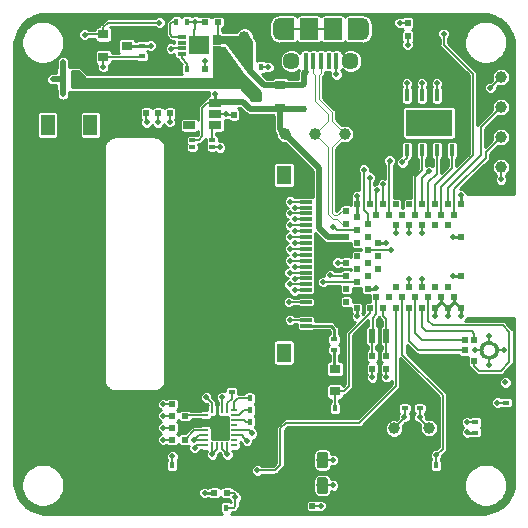
<source format=gbr>
G04 #@! TF.GenerationSoftware,KiCad,Pcbnew,(2018-02-05 revision d1a45d147)-makepkg*
G04 #@! TF.CreationDate,2020-01-13T12:48:58-08:00*
G04 #@! TF.ProjectId,badge,62616467652E6B696361645F70636200,rev?*
G04 #@! TF.SameCoordinates,Original*
G04 #@! TF.FileFunction,Copper,L2,Bot,Signal*
G04 #@! TF.FilePolarity,Positive*
%FSLAX46Y46*%
G04 Gerber Fmt 4.6, Leading zero omitted, Abs format (unit mm)*
G04 Created by KiCad (PCBNEW (2018-02-05 revision d1a45d147)-makepkg) date 01/13/20 12:48:58*
%MOMM*%
%LPD*%
G01*
G04 APERTURE LIST*
%ADD10C,0.300000*%
%ADD11R,0.520000X0.300000*%
%ADD12R,0.600000X1.200000*%
%ADD13R,4.000000X2.300000*%
%ADD14R,0.420000X1.060000*%
%ADD15R,1.200000X1.800000*%
%ADD16R,0.600000X1.550000*%
%ADD17C,1.000000*%
%ADD18R,1.060000X0.650000*%
%ADD19R,0.522000X0.600000*%
%ADD20C,0.300000*%
%ADD21R,0.900000X0.800000*%
%ADD22R,0.500000X0.600000*%
%ADD23R,0.600000X0.500000*%
%ADD24R,0.600000X0.400000*%
%ADD25R,0.400000X0.600000*%
%ADD26R,0.530000X0.280000*%
%ADD27R,0.280000X0.530000*%
%ADD28R,0.500000X0.500000*%
%ADD29R,0.800000X0.300000*%
%ADD30R,1.750000X1.550000*%
%ADD31C,0.100000*%
%ADD32C,0.975000*%
%ADD33R,0.450000X0.600000*%
%ADD34R,1.500000X1.900000*%
%ADD35C,1.450000*%
%ADD36R,0.400000X1.350000*%
%ADD37O,1.200000X1.900000*%
%ADD38R,1.200000X1.900000*%
%ADD39R,1.000000X0.300000*%
%ADD40R,1.300000X1.650000*%
%ADD41C,0.508000*%
%ADD42C,0.152400*%
%ADD43C,0.254000*%
%ADD44C,0.508000*%
%ADD45C,0.125000*%
G04 APERTURE END LIST*
D10*
X139912400Y-104825400D02*
G75*
G03X139912400Y-104825400I-662000J0D01*
G01*
D11*
X114109000Y-87002000D03*
X114109000Y-87652000D03*
X115789000Y-87652000D03*
X115789000Y-87002000D03*
D12*
X130544000Y-103604000D03*
X129344000Y-103604000D03*
D13*
X134170400Y-85546800D03*
D14*
X136075400Y-83211800D03*
X134805400Y-83211800D03*
X133535400Y-83211800D03*
X132265400Y-83211800D03*
X132265400Y-87881800D03*
X133535400Y-87881800D03*
X134805400Y-87881800D03*
X136075400Y-87881800D03*
D15*
X101865000Y-85745000D03*
X105465000Y-85745000D03*
D16*
X103165000Y-81870000D03*
X104165000Y-81870000D03*
D17*
X134165000Y-111410000D03*
X140241000Y-84226000D03*
X140241000Y-86766000D03*
X127033000Y-86512000D03*
X124493000Y-86512000D03*
X108541800Y-84353000D03*
X121953000Y-86512000D03*
X140241000Y-89306000D03*
X118524000Y-78257000D03*
X131198600Y-111440578D03*
X140241000Y-81686000D03*
D18*
X113859000Y-83877000D03*
X113859000Y-85777000D03*
X116059000Y-85777000D03*
X116059000Y-84827000D03*
X116059000Y-83877000D03*
D19*
X137176400Y-104825400D03*
X137176400Y-105725400D03*
X137998400Y-105725400D03*
X137998400Y-103925400D03*
X137176400Y-103925400D03*
D20*
X139250400Y-105487400D03*
X139250400Y-104163400D03*
X138588400Y-104825400D03*
X139912400Y-104825400D03*
D21*
X119556000Y-83337000D03*
X121556000Y-84287000D03*
X121556000Y-82387000D03*
X128187940Y-107357780D03*
X126187940Y-106407780D03*
X126187940Y-108307780D03*
X108565000Y-79030000D03*
X106565000Y-78080000D03*
X106565000Y-79980000D03*
D22*
X110221000Y-84750000D03*
X110221000Y-83650000D03*
D23*
X112379800Y-111378200D03*
X113479800Y-111378200D03*
X112379800Y-109378200D03*
X113479800Y-109378200D03*
X124281000Y-118008000D03*
X123181000Y-118008000D03*
X115979278Y-116888676D03*
X117079278Y-116888676D03*
X113479800Y-112378200D03*
X112379800Y-112378200D03*
X113479800Y-110378200D03*
X112379800Y-110378200D03*
D22*
X112221000Y-84750000D03*
X112221000Y-83650000D03*
D23*
X115155000Y-81016000D03*
X116255000Y-81016000D03*
D22*
X129344400Y-106391400D03*
X129344400Y-105291400D03*
D23*
X115155000Y-77016000D03*
X116255000Y-77016000D03*
D22*
X132341600Y-78222800D03*
X132341600Y-77122800D03*
X117635000Y-84877000D03*
X117635000Y-83777000D03*
X130538200Y-106391400D03*
X130538200Y-105291400D03*
X111221000Y-84750000D03*
X111221000Y-83650000D03*
D24*
X117429800Y-108328200D03*
X117429800Y-107428200D03*
D25*
X118979800Y-109878200D03*
X119879800Y-109878200D03*
X118979800Y-108878200D03*
X119879800Y-108878200D03*
D24*
X140647400Y-109245000D03*
X140647400Y-108345000D03*
X138082000Y-110885000D03*
X138082000Y-111785000D03*
D25*
X116979278Y-118158676D03*
X116079278Y-118158676D03*
D24*
X132087600Y-109720400D03*
X132087600Y-108820400D03*
X133357600Y-109720400D03*
X133357600Y-108820400D03*
X109865000Y-79040000D03*
X109865000Y-79940000D03*
D25*
X112405000Y-114560000D03*
X111505000Y-114560000D03*
X127095000Y-109750000D03*
X126195000Y-109750000D03*
X134735000Y-114560000D03*
X133835000Y-114560000D03*
X119925000Y-80850000D03*
X119025000Y-80850000D03*
D24*
X126138920Y-103895340D03*
X126138920Y-104795340D03*
D25*
X113655000Y-77016000D03*
X112755000Y-77016000D03*
X112755000Y-81016000D03*
X113655000Y-81016000D03*
X118979800Y-110878200D03*
X119879800Y-110878200D03*
D26*
X115204800Y-112883200D03*
D27*
X115784800Y-112848200D03*
X116214800Y-112848200D03*
X116644800Y-112848200D03*
X117074800Y-112848200D03*
D26*
X117654800Y-112883200D03*
X117654800Y-112453200D03*
X117654800Y-112023200D03*
X117654800Y-111593200D03*
X117654800Y-111163200D03*
X117654800Y-110733200D03*
X117654800Y-110303200D03*
X117654800Y-109873200D03*
D27*
X117074800Y-109908200D03*
X116644800Y-109908200D03*
X116214800Y-109908200D03*
X115784800Y-109908200D03*
D26*
X115204800Y-109873200D03*
X115204800Y-110303200D03*
X115204800Y-110733200D03*
X115204800Y-111163200D03*
X115204800Y-111593200D03*
X115204800Y-112023200D03*
X115204800Y-112453200D03*
D28*
X127150000Y-93000000D03*
X127150000Y-94100000D03*
X127150000Y-95200000D03*
X127150000Y-96300000D03*
X127150000Y-97400000D03*
X127150000Y-98500000D03*
X127150000Y-99600000D03*
X127150000Y-100700000D03*
X135750000Y-94250000D03*
X134650000Y-94250000D03*
X133550000Y-94250000D03*
X132450000Y-94250000D03*
X131350000Y-94250000D03*
X129850000Y-95750000D03*
X129850000Y-96850000D03*
X129850000Y-97950000D03*
X131350000Y-99450000D03*
X132450000Y-99450000D03*
X133550000Y-99450000D03*
X134650000Y-99450000D03*
X135750000Y-99450000D03*
X136850000Y-98500000D03*
X136850000Y-95200000D03*
X136850000Y-92450000D03*
X136300000Y-93350000D03*
X135750000Y-92450000D03*
X135200000Y-93350000D03*
X134650000Y-92450000D03*
X134100000Y-93350000D03*
X133550000Y-92450000D03*
X133000000Y-93350000D03*
X132450000Y-92450000D03*
X131900000Y-93350000D03*
X131350000Y-92450000D03*
X130800000Y-93350000D03*
X130250000Y-92450000D03*
X129700000Y-93350000D03*
X129150000Y-92450000D03*
X128050000Y-92450000D03*
X128050000Y-93550000D03*
X128950000Y-94100000D03*
X128050000Y-94650000D03*
X128950000Y-95200000D03*
X128050000Y-95750000D03*
X128950000Y-96300000D03*
X128050000Y-96850000D03*
X128950000Y-97400000D03*
X128050000Y-97950000D03*
X128950000Y-98500000D03*
X128050000Y-99050000D03*
X128950000Y-99600000D03*
X128050000Y-100150000D03*
X128050000Y-101250000D03*
X129150000Y-101250000D03*
X129700000Y-100350000D03*
X130250000Y-101250000D03*
X130800000Y-100350000D03*
X131350000Y-101250000D03*
X131900000Y-100350000D03*
X132450000Y-101250000D03*
X133000000Y-100350000D03*
X133550000Y-101250000D03*
X134100000Y-100350000D03*
X134650000Y-101250000D03*
X135200000Y-100350000D03*
X135750000Y-101250000D03*
X136300000Y-100350000D03*
X136850000Y-101250000D03*
D29*
X116205000Y-78266000D03*
X116205000Y-78766000D03*
X116205000Y-79266000D03*
X116205000Y-79766000D03*
X113205000Y-79766000D03*
X113205000Y-79266000D03*
X113205000Y-78766000D03*
X113205000Y-78266000D03*
D30*
X114705000Y-79016000D03*
D31*
G36*
X125384676Y-113412993D02*
X125408337Y-113416503D01*
X125431541Y-113422315D01*
X125454063Y-113430373D01*
X125475687Y-113440601D01*
X125496204Y-113452898D01*
X125515417Y-113467148D01*
X125533141Y-113483212D01*
X125549205Y-113500936D01*
X125563455Y-113520149D01*
X125575752Y-113540666D01*
X125585980Y-113562290D01*
X125594038Y-113584812D01*
X125599850Y-113608016D01*
X125603360Y-113631677D01*
X125604534Y-113655569D01*
X125604534Y-114568069D01*
X125603360Y-114591961D01*
X125599850Y-114615622D01*
X125594038Y-114638826D01*
X125585980Y-114661348D01*
X125575752Y-114682972D01*
X125563455Y-114703489D01*
X125549205Y-114722702D01*
X125533141Y-114740426D01*
X125515417Y-114756490D01*
X125496204Y-114770740D01*
X125475687Y-114783037D01*
X125454063Y-114793265D01*
X125431541Y-114801323D01*
X125408337Y-114807135D01*
X125384676Y-114810645D01*
X125360784Y-114811819D01*
X124873284Y-114811819D01*
X124849392Y-114810645D01*
X124825731Y-114807135D01*
X124802527Y-114801323D01*
X124780005Y-114793265D01*
X124758381Y-114783037D01*
X124737864Y-114770740D01*
X124718651Y-114756490D01*
X124700927Y-114740426D01*
X124684863Y-114722702D01*
X124670613Y-114703489D01*
X124658316Y-114682972D01*
X124648088Y-114661348D01*
X124640030Y-114638826D01*
X124634218Y-114615622D01*
X124630708Y-114591961D01*
X124629534Y-114568069D01*
X124629534Y-113655569D01*
X124630708Y-113631677D01*
X124634218Y-113608016D01*
X124640030Y-113584812D01*
X124648088Y-113562290D01*
X124658316Y-113540666D01*
X124670613Y-113520149D01*
X124684863Y-113500936D01*
X124700927Y-113483212D01*
X124718651Y-113467148D01*
X124737864Y-113452898D01*
X124758381Y-113440601D01*
X124780005Y-113430373D01*
X124802527Y-113422315D01*
X124825731Y-113416503D01*
X124849392Y-113412993D01*
X124873284Y-113411819D01*
X125360784Y-113411819D01*
X125384676Y-113412993D01*
X125384676Y-113412993D01*
G37*
D32*
X125117034Y-114111819D03*
D31*
G36*
X123509676Y-113412993D02*
X123533337Y-113416503D01*
X123556541Y-113422315D01*
X123579063Y-113430373D01*
X123600687Y-113440601D01*
X123621204Y-113452898D01*
X123640417Y-113467148D01*
X123658141Y-113483212D01*
X123674205Y-113500936D01*
X123688455Y-113520149D01*
X123700752Y-113540666D01*
X123710980Y-113562290D01*
X123719038Y-113584812D01*
X123724850Y-113608016D01*
X123728360Y-113631677D01*
X123729534Y-113655569D01*
X123729534Y-114568069D01*
X123728360Y-114591961D01*
X123724850Y-114615622D01*
X123719038Y-114638826D01*
X123710980Y-114661348D01*
X123700752Y-114682972D01*
X123688455Y-114703489D01*
X123674205Y-114722702D01*
X123658141Y-114740426D01*
X123640417Y-114756490D01*
X123621204Y-114770740D01*
X123600687Y-114783037D01*
X123579063Y-114793265D01*
X123556541Y-114801323D01*
X123533337Y-114807135D01*
X123509676Y-114810645D01*
X123485784Y-114811819D01*
X122998284Y-114811819D01*
X122974392Y-114810645D01*
X122950731Y-114807135D01*
X122927527Y-114801323D01*
X122905005Y-114793265D01*
X122883381Y-114783037D01*
X122862864Y-114770740D01*
X122843651Y-114756490D01*
X122825927Y-114740426D01*
X122809863Y-114722702D01*
X122795613Y-114703489D01*
X122783316Y-114682972D01*
X122773088Y-114661348D01*
X122765030Y-114638826D01*
X122759218Y-114615622D01*
X122755708Y-114591961D01*
X122754534Y-114568069D01*
X122754534Y-113655569D01*
X122755708Y-113631677D01*
X122759218Y-113608016D01*
X122765030Y-113584812D01*
X122773088Y-113562290D01*
X122783316Y-113540666D01*
X122795613Y-113520149D01*
X122809863Y-113500936D01*
X122825927Y-113483212D01*
X122843651Y-113467148D01*
X122862864Y-113452898D01*
X122883381Y-113440601D01*
X122905005Y-113430373D01*
X122927527Y-113422315D01*
X122950731Y-113416503D01*
X122974392Y-113412993D01*
X122998284Y-113411819D01*
X123485784Y-113411819D01*
X123509676Y-113412993D01*
X123509676Y-113412993D01*
G37*
D32*
X123242034Y-114111819D03*
D31*
G36*
X125384676Y-115571993D02*
X125408337Y-115575503D01*
X125431541Y-115581315D01*
X125454063Y-115589373D01*
X125475687Y-115599601D01*
X125496204Y-115611898D01*
X125515417Y-115626148D01*
X125533141Y-115642212D01*
X125549205Y-115659936D01*
X125563455Y-115679149D01*
X125575752Y-115699666D01*
X125585980Y-115721290D01*
X125594038Y-115743812D01*
X125599850Y-115767016D01*
X125603360Y-115790677D01*
X125604534Y-115814569D01*
X125604534Y-116727069D01*
X125603360Y-116750961D01*
X125599850Y-116774622D01*
X125594038Y-116797826D01*
X125585980Y-116820348D01*
X125575752Y-116841972D01*
X125563455Y-116862489D01*
X125549205Y-116881702D01*
X125533141Y-116899426D01*
X125515417Y-116915490D01*
X125496204Y-116929740D01*
X125475687Y-116942037D01*
X125454063Y-116952265D01*
X125431541Y-116960323D01*
X125408337Y-116966135D01*
X125384676Y-116969645D01*
X125360784Y-116970819D01*
X124873284Y-116970819D01*
X124849392Y-116969645D01*
X124825731Y-116966135D01*
X124802527Y-116960323D01*
X124780005Y-116952265D01*
X124758381Y-116942037D01*
X124737864Y-116929740D01*
X124718651Y-116915490D01*
X124700927Y-116899426D01*
X124684863Y-116881702D01*
X124670613Y-116862489D01*
X124658316Y-116841972D01*
X124648088Y-116820348D01*
X124640030Y-116797826D01*
X124634218Y-116774622D01*
X124630708Y-116750961D01*
X124629534Y-116727069D01*
X124629534Y-115814569D01*
X124630708Y-115790677D01*
X124634218Y-115767016D01*
X124640030Y-115743812D01*
X124648088Y-115721290D01*
X124658316Y-115699666D01*
X124670613Y-115679149D01*
X124684863Y-115659936D01*
X124700927Y-115642212D01*
X124718651Y-115626148D01*
X124737864Y-115611898D01*
X124758381Y-115599601D01*
X124780005Y-115589373D01*
X124802527Y-115581315D01*
X124825731Y-115575503D01*
X124849392Y-115571993D01*
X124873284Y-115570819D01*
X125360784Y-115570819D01*
X125384676Y-115571993D01*
X125384676Y-115571993D01*
G37*
D32*
X125117034Y-116270819D03*
D31*
G36*
X123509676Y-115571993D02*
X123533337Y-115575503D01*
X123556541Y-115581315D01*
X123579063Y-115589373D01*
X123600687Y-115599601D01*
X123621204Y-115611898D01*
X123640417Y-115626148D01*
X123658141Y-115642212D01*
X123674205Y-115659936D01*
X123688455Y-115679149D01*
X123700752Y-115699666D01*
X123710980Y-115721290D01*
X123719038Y-115743812D01*
X123724850Y-115767016D01*
X123728360Y-115790677D01*
X123729534Y-115814569D01*
X123729534Y-116727069D01*
X123728360Y-116750961D01*
X123724850Y-116774622D01*
X123719038Y-116797826D01*
X123710980Y-116820348D01*
X123700752Y-116841972D01*
X123688455Y-116862489D01*
X123674205Y-116881702D01*
X123658141Y-116899426D01*
X123640417Y-116915490D01*
X123621204Y-116929740D01*
X123600687Y-116942037D01*
X123579063Y-116952265D01*
X123556541Y-116960323D01*
X123533337Y-116966135D01*
X123509676Y-116969645D01*
X123485784Y-116970819D01*
X122998284Y-116970819D01*
X122974392Y-116969645D01*
X122950731Y-116966135D01*
X122927527Y-116960323D01*
X122905005Y-116952265D01*
X122883381Y-116942037D01*
X122862864Y-116929740D01*
X122843651Y-116915490D01*
X122825927Y-116899426D01*
X122809863Y-116881702D01*
X122795613Y-116862489D01*
X122783316Y-116841972D01*
X122773088Y-116820348D01*
X122765030Y-116797826D01*
X122759218Y-116774622D01*
X122755708Y-116750961D01*
X122754534Y-116727069D01*
X122754534Y-115814569D01*
X122755708Y-115790677D01*
X122759218Y-115767016D01*
X122765030Y-115743812D01*
X122773088Y-115721290D01*
X122783316Y-115699666D01*
X122795613Y-115679149D01*
X122809863Y-115659936D01*
X122825927Y-115642212D01*
X122843651Y-115626148D01*
X122862864Y-115611898D01*
X122883381Y-115599601D01*
X122905005Y-115589373D01*
X122927527Y-115581315D01*
X122950731Y-115575503D01*
X122974392Y-115571993D01*
X122998284Y-115570819D01*
X123485784Y-115570819D01*
X123509676Y-115571993D01*
X123509676Y-115571993D01*
G37*
D32*
X123242034Y-116270819D03*
D33*
X123604000Y-84400000D03*
X123604000Y-82300000D03*
D34*
X126000000Y-77612500D03*
D35*
X122500000Y-80312500D03*
D36*
X124350000Y-80312500D03*
X123700000Y-80312500D03*
X126300000Y-80312500D03*
X125650000Y-80312500D03*
X125000000Y-80312500D03*
D35*
X127500000Y-80312500D03*
D34*
X124000000Y-77612500D03*
D37*
X121500000Y-77612500D03*
X128500000Y-77612500D03*
D38*
X127900000Y-77612500D03*
X122100000Y-77612500D03*
D39*
X123743700Y-102739440D03*
X123743700Y-102239440D03*
X123743700Y-101739440D03*
X123743700Y-101239440D03*
X123743700Y-100739440D03*
X123743700Y-100239440D03*
X123743700Y-99739440D03*
X123743700Y-99239440D03*
X123743700Y-98739440D03*
X123743700Y-98239440D03*
X123743700Y-97739440D03*
X123743700Y-97239440D03*
X123743700Y-96739440D03*
X123743700Y-96239440D03*
X123743700Y-95739440D03*
X123743700Y-95239440D03*
X123743700Y-94739440D03*
X123743700Y-94239440D03*
X123743700Y-93739440D03*
X123743700Y-93239440D03*
X123743700Y-92739440D03*
X123743700Y-92239440D03*
D40*
X121843700Y-105014440D03*
X121843700Y-89964440D03*
D41*
X122285000Y-100740000D03*
X138025000Y-104820000D03*
X140475000Y-104830000D03*
X139245000Y-103600000D03*
X139245000Y-106057400D03*
X137375000Y-111780000D03*
X115145000Y-116900000D03*
X117075000Y-113640000D03*
X115787600Y-113640000D03*
X114305000Y-113080000D03*
X114295000Y-112440000D03*
X111655000Y-109380000D03*
X111655000Y-110370000D03*
X111655000Y-111370000D03*
X111655000Y-112380000D03*
X126305000Y-81450000D03*
X132345000Y-78940000D03*
X124985000Y-118000000D03*
X126025000Y-116260000D03*
X126025000Y-114110000D03*
X130535000Y-107100000D03*
X129335000Y-107110000D03*
X140615000Y-107550000D03*
X140245000Y-90350000D03*
X122385000Y-102250000D03*
X122785000Y-99750000D03*
X122345000Y-99250000D03*
X122765000Y-98750000D03*
X122355000Y-98240000D03*
X122775000Y-97740000D03*
X122375000Y-97240000D03*
X122815000Y-96730000D03*
X122375000Y-96240000D03*
X122795879Y-95741043D03*
X122379524Y-92242470D03*
X136845000Y-91700000D03*
X136195000Y-95200000D03*
X136205000Y-98500000D03*
X136845000Y-101930000D03*
X135745000Y-101940000D03*
X134655000Y-101940000D03*
X128055000Y-101960000D03*
X129625000Y-99590000D03*
X130525000Y-95750000D03*
X128045000Y-91769800D03*
X131885000Y-88920000D03*
X116455000Y-87650000D03*
X116995000Y-84820000D03*
X120555000Y-80850000D03*
X115145000Y-79390000D03*
X114285000Y-79400000D03*
X115145000Y-78620000D03*
X114275000Y-78630000D03*
X114355000Y-77010000D03*
X112295000Y-79280000D03*
X103165000Y-80420000D03*
X103165000Y-83160000D03*
X102275000Y-81860000D03*
X112215000Y-85500000D03*
X111205000Y-85520000D03*
X110235000Y-85520000D03*
X115145800Y-80289000D03*
X110585000Y-79020000D03*
X116065000Y-83120000D03*
X125205000Y-99040000D03*
X112425000Y-113810000D03*
X134735000Y-113730000D03*
X137475000Y-110040000D03*
X137465000Y-108440000D03*
X122505000Y-117240000D03*
X122370238Y-95236107D03*
X130970000Y-96316400D03*
X122805344Y-94739304D03*
X126042400Y-94360600D03*
X122816600Y-92737540D03*
X128633200Y-89534600D03*
X122385234Y-93237595D03*
X129141200Y-90195000D03*
X122374640Y-94238680D03*
X129725400Y-91287200D03*
X122814589Y-93739377D03*
X130258800Y-90779200D03*
X132275000Y-82200000D03*
X131355000Y-94930000D03*
X133545000Y-82210000D03*
X132445000Y-94920000D03*
X134125000Y-89680000D03*
X139335000Y-82600000D03*
X134815000Y-82210000D03*
X133555000Y-94920000D03*
X135395000Y-78030000D03*
X106565000Y-80840000D03*
X130815000Y-88760000D03*
X132445000Y-98790000D03*
X119175000Y-111860000D03*
X119605000Y-115000000D03*
X118735000Y-112470000D03*
X133555000Y-98790000D03*
X125805000Y-98480000D03*
X132075000Y-110470000D03*
X115285000Y-108820000D03*
X126415000Y-97410000D03*
X133365000Y-110480000D03*
X116645000Y-108780000D03*
X117745000Y-117260000D03*
X137375000Y-110890000D03*
X139945000Y-109250000D03*
X111325000Y-77080000D03*
X131665000Y-77100000D03*
X104995000Y-78090000D03*
D42*
X116205000Y-78766000D02*
X118015000Y-78766000D01*
X118015000Y-78766000D02*
X118524000Y-78257000D01*
X116205000Y-78266000D02*
X118515000Y-78266000D01*
X118515000Y-78266000D02*
X118524000Y-78257000D01*
X113205000Y-80100000D02*
X113655000Y-80550000D01*
X113205000Y-79766000D02*
X113205000Y-80100000D01*
X113655000Y-80550000D02*
X113655000Y-81016000D01*
X122285560Y-100739440D02*
X122285000Y-100740000D01*
X123743700Y-100739440D02*
X122285560Y-100739440D01*
X114275000Y-78630000D02*
X114275000Y-77690000D01*
X114275000Y-77690000D02*
X114355000Y-77610000D01*
X114355000Y-77610000D02*
X114355000Y-77010000D01*
X138030400Y-104825400D02*
X138025000Y-104820000D01*
X138588400Y-104825400D02*
X138030400Y-104825400D01*
X140470400Y-104825400D02*
X140475000Y-104830000D01*
X139912400Y-104825400D02*
X140470400Y-104825400D01*
X139250400Y-104163400D02*
X139250400Y-103605400D01*
X139250400Y-103605400D02*
X139245000Y-103600000D01*
X139250400Y-106052000D02*
X139245000Y-106057400D01*
X139250400Y-105487400D02*
X139250400Y-106052000D01*
D43*
X137380000Y-111785000D02*
X137375000Y-111780000D01*
X138082000Y-111785000D02*
X137380000Y-111785000D01*
X115979278Y-116888676D02*
X115156324Y-116888676D01*
X115156324Y-116888676D02*
X115145000Y-116900000D01*
D42*
X116644800Y-112848200D02*
X116644800Y-113209800D01*
X116644800Y-113209800D02*
X117075000Y-113640000D01*
X117074800Y-113639800D02*
X117075000Y-113640000D01*
X117074800Y-112848200D02*
X117074800Y-113639800D01*
X116214800Y-112848200D02*
X116214800Y-113212800D01*
X116214800Y-113212800D02*
X115787600Y-113640000D01*
X115784800Y-113637200D02*
X115787600Y-113640000D01*
X115784800Y-112848200D02*
X115784800Y-113637200D01*
X114501800Y-112883200D02*
X114305000Y-113080000D01*
X115204800Y-112883200D02*
X114501800Y-112883200D01*
X115204800Y-112453200D02*
X114308200Y-112453200D01*
X114308200Y-112453200D02*
X114295000Y-112440000D01*
X114711800Y-112023200D02*
X114295000Y-112440000D01*
X115204800Y-112023200D02*
X114711800Y-112023200D01*
X111656800Y-109378200D02*
X111655000Y-109380000D01*
X112379800Y-109378200D02*
X111656800Y-109378200D01*
X111663200Y-110378200D02*
X111655000Y-110370000D01*
X112379800Y-110378200D02*
X111663200Y-110378200D01*
X111663200Y-111378200D02*
X111655000Y-111370000D01*
X112379800Y-111378200D02*
X111663200Y-111378200D01*
X111656800Y-112378200D02*
X111655000Y-112380000D01*
X112379800Y-112378200D02*
X111656800Y-112378200D01*
X126300000Y-81445000D02*
X126305000Y-81450000D01*
X126300000Y-80312500D02*
X126300000Y-81445000D01*
X124000000Y-77612500D02*
X124902400Y-77612500D01*
X124902400Y-77612500D02*
X126000000Y-77612500D01*
X124000000Y-77612500D02*
X122100000Y-77612500D01*
X132341600Y-78936600D02*
X132345000Y-78940000D01*
X132341600Y-78222800D02*
X132341600Y-78936600D01*
X124977000Y-118008000D02*
X124985000Y-118000000D01*
X124281000Y-118008000D02*
X124977000Y-118008000D01*
X126014181Y-116270819D02*
X126025000Y-116260000D01*
X125117034Y-116270819D02*
X126014181Y-116270819D01*
X126023181Y-114111819D02*
X126025000Y-114110000D01*
X125117034Y-114111819D02*
X126023181Y-114111819D01*
X130538200Y-107096800D02*
X130535000Y-107100000D01*
X130538200Y-106391400D02*
X130538200Y-107096800D01*
X129344400Y-107100600D02*
X129335000Y-107110000D01*
X129344400Y-106391400D02*
X129344400Y-107100600D01*
X140615000Y-108312600D02*
X140647400Y-108345000D01*
X140241000Y-90346000D02*
X140245000Y-90350000D01*
X140241000Y-89306000D02*
X140241000Y-90346000D01*
X122395560Y-102239440D02*
X122385000Y-102250000D01*
X123743700Y-102239440D02*
X122395560Y-102239440D01*
X122814440Y-101739440D02*
X122805000Y-101730000D01*
X123743700Y-101739440D02*
X122814440Y-101739440D01*
X122795560Y-99739440D02*
X122785000Y-99750000D01*
X123743700Y-99739440D02*
X122795560Y-99739440D01*
X122355560Y-99239440D02*
X122345000Y-99250000D01*
X123743700Y-99239440D02*
X122355560Y-99239440D01*
X122775560Y-98739440D02*
X122765000Y-98750000D01*
X123743700Y-98739440D02*
X122775560Y-98739440D01*
X122355560Y-98239440D02*
X122355000Y-98240000D01*
X123743700Y-98239440D02*
X122355560Y-98239440D01*
X122775560Y-97739440D02*
X122775000Y-97740000D01*
X123743700Y-97739440D02*
X122775560Y-97739440D01*
X122375560Y-97239440D02*
X122375000Y-97240000D01*
X123743700Y-97239440D02*
X122375560Y-97239440D01*
X122824440Y-96739440D02*
X122815000Y-96730000D01*
X123743700Y-96739440D02*
X122824440Y-96739440D01*
X122375560Y-96239440D02*
X122375000Y-96240000D01*
X123743700Y-96239440D02*
X122375560Y-96239440D01*
X122797482Y-95739440D02*
X122795879Y-95741043D01*
X123743700Y-95739440D02*
X122797482Y-95739440D01*
X122382554Y-92239440D02*
X122379524Y-92242470D01*
X123743700Y-92239440D02*
X122382554Y-92239440D01*
D43*
X136850000Y-91705000D02*
X136845000Y-91700000D01*
X136850000Y-92450000D02*
X136850000Y-91705000D01*
X136850000Y-95200000D02*
X136195000Y-95200000D01*
X136850000Y-98500000D02*
X136205000Y-98500000D01*
X135200000Y-100350000D02*
X135200000Y-100700000D01*
X135200000Y-100700000D02*
X135750000Y-101250000D01*
X135200000Y-100700000D02*
X134650000Y-101250000D01*
X136300000Y-100350000D02*
X136300000Y-100700000D01*
X136300000Y-100700000D02*
X136850000Y-101250000D01*
X136300000Y-100700000D02*
X135750000Y-101250000D01*
X136850000Y-101925000D02*
X136845000Y-101930000D01*
X136850000Y-101250000D02*
X136850000Y-101925000D01*
X135750000Y-101935000D02*
X135745000Y-101940000D01*
X135750000Y-101250000D02*
X135750000Y-101935000D01*
X134650000Y-101935000D02*
X134655000Y-101940000D01*
X134650000Y-101250000D02*
X134650000Y-101935000D01*
X128050000Y-101955000D02*
X128055000Y-101960000D01*
X128050000Y-101250000D02*
X128050000Y-101955000D01*
X129615000Y-99600000D02*
X129625000Y-99590000D01*
X128950000Y-99600000D02*
X129615000Y-99600000D01*
X129850000Y-95750000D02*
X130525000Y-95750000D01*
X128050000Y-91774800D02*
X128045000Y-91769800D01*
X128050000Y-92450000D02*
X128050000Y-91774800D01*
X128050000Y-92450000D02*
X128050000Y-93550000D01*
D42*
X132265400Y-88539600D02*
X131885000Y-88920000D01*
X132265400Y-87881800D02*
X132265400Y-88539600D01*
X116453000Y-87652000D02*
X116455000Y-87650000D01*
X115789000Y-87652000D02*
X116453000Y-87652000D01*
X117635000Y-84877000D02*
X117052000Y-84877000D01*
X117052000Y-84877000D02*
X116995000Y-84820000D01*
X116988000Y-84827000D02*
X116995000Y-84820000D01*
X116059000Y-84827000D02*
X116988000Y-84827000D01*
X119925000Y-80850000D02*
X120555000Y-80850000D01*
D44*
X119025000Y-78758000D02*
X118574800Y-78307800D01*
X119025000Y-80850000D02*
X119025000Y-78758000D01*
X118574800Y-78307800D02*
X118524000Y-78257000D01*
X120215600Y-82387000D02*
X119032000Y-81203400D01*
X121556000Y-82387000D02*
X120215600Y-82387000D01*
X119032000Y-81203400D02*
X119032000Y-80857000D01*
X119032000Y-80857000D02*
X119025000Y-80850000D01*
D42*
X116255000Y-77016000D02*
X116255000Y-78216000D01*
X116255000Y-78216000D02*
X116205000Y-78266000D01*
D44*
X121556000Y-82387000D02*
X123517000Y-82387000D01*
X123517000Y-82387000D02*
X123604000Y-82300000D01*
X123700000Y-81241500D02*
X123604000Y-81337500D01*
X123604000Y-81337500D02*
X123604000Y-82300000D01*
D43*
X123700000Y-80312500D02*
X123700000Y-81241500D01*
X123700000Y-81241500D02*
X123705600Y-81247100D01*
D42*
X113655000Y-77016000D02*
X114349000Y-77016000D01*
X114349000Y-77016000D02*
X114355000Y-77010000D01*
X114361000Y-77016000D02*
X114355000Y-77010000D01*
X115155000Y-77016000D02*
X114361000Y-77016000D01*
X112309000Y-79266000D02*
X112295000Y-79280000D01*
X113205000Y-79266000D02*
X112309000Y-79266000D01*
D44*
X103165000Y-81870000D02*
X103165000Y-80420000D01*
X103165000Y-81870000D02*
X103165000Y-83160000D01*
X102285000Y-81870000D02*
X102275000Y-81860000D01*
X103165000Y-81870000D02*
X102285000Y-81870000D01*
D42*
X112221000Y-85494000D02*
X112215000Y-85500000D01*
X112221000Y-84750000D02*
X112221000Y-85494000D01*
X111221000Y-85504000D02*
X111205000Y-85520000D01*
X111221000Y-84750000D02*
X111221000Y-85504000D01*
X110221000Y-85506000D02*
X110235000Y-85520000D01*
X110221000Y-84750000D02*
X110221000Y-85506000D01*
X115155000Y-80298200D02*
X115145800Y-80289000D01*
X115155000Y-81016000D02*
X115155000Y-80298200D01*
X112431000Y-78266000D02*
X112225000Y-78060000D01*
X113205000Y-78266000D02*
X112431000Y-78266000D01*
X112225000Y-78060000D02*
X112225000Y-77190000D01*
X112225000Y-77190000D02*
X112399000Y-77016000D01*
X112399000Y-77016000D02*
X112755000Y-77016000D01*
X115789000Y-87002000D02*
X115789000Y-86047000D01*
X115789000Y-86047000D02*
X116059000Y-85777000D01*
D43*
X108565000Y-79030000D02*
X109855000Y-79030000D01*
X109855000Y-79030000D02*
X109865000Y-79040000D01*
X110565000Y-79040000D02*
X110585000Y-79020000D01*
X109865000Y-79040000D02*
X110565000Y-79040000D01*
X116059000Y-83126000D02*
X116065000Y-83120000D01*
X116059000Y-83877000D02*
X116059000Y-83126000D01*
D44*
X125561000Y-95200000D02*
X124848600Y-94487600D01*
X127150000Y-95200000D02*
X125561000Y-95200000D01*
X124848600Y-94487600D02*
X124848600Y-89407600D01*
X124848600Y-89407600D02*
X121953000Y-86512000D01*
D42*
X114968000Y-86715200D02*
X114681200Y-87002000D01*
X114681200Y-87002000D02*
X114109000Y-87002000D01*
X114968000Y-84285600D02*
X114968000Y-86715200D01*
X116059000Y-83877000D02*
X115376600Y-83877000D01*
X115376600Y-83877000D02*
X114968000Y-84285600D01*
D44*
X121464600Y-84378400D02*
X119006600Y-84378400D01*
X121556000Y-84287000D02*
X121464600Y-84378400D01*
X119006600Y-84378400D02*
X118405200Y-83777000D01*
X118405200Y-83777000D02*
X118393000Y-83777000D01*
X118393000Y-83777000D02*
X117635000Y-83777000D01*
X117635000Y-83777000D02*
X116159000Y-83777000D01*
X116159000Y-83777000D02*
X116059000Y-83877000D01*
X123604000Y-84400000D02*
X121669000Y-84400000D01*
X121669000Y-84400000D02*
X121556000Y-84287000D01*
X121556000Y-84287000D02*
X121556000Y-86115000D01*
X121556000Y-86115000D02*
X121953000Y-86512000D01*
D42*
X125215000Y-99050000D02*
X125205000Y-99040000D01*
X128050000Y-99050000D02*
X125215000Y-99050000D01*
X112405000Y-114560000D02*
X112405000Y-113830000D01*
X112405000Y-113830000D02*
X112425000Y-113810000D01*
X135325000Y-113140000D02*
X135325000Y-108630000D01*
X134735000Y-113730000D02*
X135325000Y-113140000D01*
X135325000Y-108630000D02*
X131900000Y-105205000D01*
X131900000Y-105205000D02*
X131900000Y-100350000D01*
X134735000Y-114560000D02*
X134735000Y-113730000D01*
X130538200Y-105291400D02*
X130538200Y-103609800D01*
X130538200Y-103609800D02*
X130544000Y-103604000D01*
X130250000Y-101895600D02*
X130544000Y-102189600D01*
X130250000Y-101250000D02*
X130250000Y-101895600D01*
X130544000Y-102189600D02*
X130544000Y-103604000D01*
X129344400Y-105291400D02*
X129344400Y-103604400D01*
X129344400Y-103604400D02*
X129344000Y-103604000D01*
X129700000Y-101752000D02*
X129369800Y-102082200D01*
X129700000Y-100350000D02*
X129700000Y-101752000D01*
X129369800Y-102082200D02*
X129369800Y-103578200D01*
X129369800Y-103578200D02*
X129344000Y-103604000D01*
X114341800Y-110733200D02*
X114251800Y-110823200D01*
X115204800Y-110733200D02*
X114341800Y-110733200D01*
X114251800Y-110823200D02*
X114251800Y-111163200D01*
X114251800Y-111163200D02*
X114036800Y-111378200D01*
X114036800Y-111378200D02*
X113479800Y-111378200D01*
X115204800Y-111163200D02*
X114251800Y-111163200D01*
X113479800Y-109378200D02*
X114584800Y-109378200D01*
X114584800Y-109378200D02*
X115079800Y-109873200D01*
X115079800Y-109873200D02*
X115204800Y-109873200D01*
X122373571Y-95239440D02*
X122370238Y-95236107D01*
X123743700Y-95239440D02*
X122373571Y-95239440D01*
X130953600Y-96300000D02*
X130970000Y-96316400D01*
X128950000Y-96300000D02*
X130953600Y-96300000D01*
X122805480Y-94739440D02*
X122805344Y-94739304D01*
X123743700Y-94739440D02*
X122805480Y-94739440D01*
X126331800Y-94650000D02*
X126042400Y-94360600D01*
X128050000Y-94650000D02*
X126331800Y-94650000D01*
X122818500Y-92739440D02*
X122816600Y-92737540D01*
X123743700Y-92739440D02*
X122818500Y-92739440D01*
X128950000Y-94100000D02*
X128950000Y-93280400D01*
X128607800Y-89560000D02*
X128633200Y-89534600D01*
X128950000Y-93280400D02*
X128607800Y-92938200D01*
X128607800Y-92938200D02*
X128607800Y-89560000D01*
X122387079Y-93239440D02*
X122385234Y-93237595D01*
X123743700Y-93239440D02*
X122387079Y-93239440D01*
X129150000Y-92450000D02*
X129150000Y-90203800D01*
X129150000Y-90203800D02*
X129141200Y-90195000D01*
X122375400Y-94239440D02*
X122374640Y-94238680D01*
X123743700Y-94239440D02*
X122375400Y-94239440D01*
X129725400Y-91287200D02*
X129700000Y-91312600D01*
X129700000Y-91312600D02*
X129700000Y-93350000D01*
X122814652Y-93739440D02*
X122814589Y-93739377D01*
X123743700Y-93739440D02*
X122814652Y-93739440D01*
X130250000Y-90788000D02*
X130258800Y-90779200D01*
X130250000Y-92450000D02*
X130250000Y-90788000D01*
X134650000Y-90835000D02*
X136075400Y-89409600D01*
X136075400Y-89409600D02*
X136075400Y-87881800D01*
X134650000Y-92450000D02*
X134650000Y-90835000D01*
X132275000Y-82200000D02*
X132275000Y-83202200D01*
X132275000Y-83202200D02*
X132265400Y-83211800D01*
X131350000Y-94925000D02*
X131355000Y-94930000D01*
X131350000Y-94250000D02*
X131350000Y-94925000D01*
X133545000Y-82210000D02*
X133545000Y-83202200D01*
X133545000Y-83202200D02*
X133535400Y-83211800D01*
X132450000Y-94915000D02*
X132445000Y-94920000D01*
X132450000Y-94250000D02*
X132450000Y-94915000D01*
X134100000Y-93350000D02*
X134100000Y-90599254D01*
X134805400Y-89893854D02*
X134805400Y-88564200D01*
X134805400Y-88564200D02*
X134805400Y-87881800D01*
X134100000Y-90599254D02*
X134805400Y-89893854D01*
X133871001Y-89933999D02*
X134125000Y-89680000D01*
X133550000Y-92450000D02*
X133550000Y-90255000D01*
X133550000Y-90255000D02*
X133871001Y-89933999D01*
X139335000Y-82600000D02*
X139335000Y-82592000D01*
X139335000Y-82592000D02*
X140241000Y-81686000D01*
X133000000Y-90135000D02*
X133535400Y-89599600D01*
X133535400Y-89599600D02*
X133535400Y-87881800D01*
X133000000Y-93350000D02*
X133000000Y-90135000D01*
X134815000Y-82210000D02*
X134815000Y-83202200D01*
X134815000Y-83202200D02*
X134805400Y-83211800D01*
X133550000Y-94915000D02*
X133555000Y-94920000D01*
X133550000Y-94250000D02*
X133550000Y-94915000D01*
X135750000Y-91055000D02*
X138513790Y-88291210D01*
X135750000Y-92450000D02*
X135750000Y-91055000D01*
X138513790Y-88291210D02*
X138513790Y-85953210D01*
X138513790Y-85953210D02*
X139741001Y-84725999D01*
X139741001Y-84725999D02*
X140241000Y-84226000D01*
X136300000Y-91175000D02*
X138971000Y-88504000D01*
X136300000Y-93350000D02*
X136300000Y-91175000D01*
X138971000Y-88504000D02*
X138971000Y-88036000D01*
X138971000Y-88036000D02*
X140241000Y-86766000D01*
X140965000Y-103260000D02*
X140415000Y-102710000D01*
X137998400Y-105725400D02*
X137998400Y-106177800D01*
X140965000Y-105780000D02*
X140965000Y-103260000D01*
X140205000Y-106540000D02*
X140965000Y-105780000D01*
X138360600Y-106540000D02*
X140205000Y-106540000D01*
X137998400Y-106177800D02*
X138360600Y-106540000D01*
X140415000Y-102710000D02*
X134475000Y-102710000D01*
X134475000Y-102710000D02*
X134100000Y-102335000D01*
X134100000Y-102335000D02*
X134100000Y-100350000D01*
X133925000Y-103230000D02*
X133550000Y-102855000D01*
X133550000Y-102855000D02*
X133550000Y-101250000D01*
X137755400Y-103230000D02*
X133925000Y-103230000D01*
X137998400Y-103925400D02*
X137998400Y-103473000D01*
X137998400Y-103473000D02*
X137755400Y-103230000D01*
X133535000Y-103930000D02*
X133000000Y-103395000D01*
X133000000Y-103395000D02*
X133000000Y-100350000D01*
X136758400Y-103930000D02*
X133535000Y-103930000D01*
X137176400Y-103925400D02*
X136763000Y-103925400D01*
X136763000Y-103925400D02*
X136758400Y-103930000D01*
X135200000Y-90965000D02*
X137855000Y-88310000D01*
X135200000Y-93350000D02*
X135200000Y-90965000D01*
X137855000Y-88310000D02*
X137855000Y-81410000D01*
X137855000Y-81410000D02*
X135395000Y-78950000D01*
X135395000Y-78950000D02*
X135395000Y-78030000D01*
X106565000Y-80840000D02*
X106565000Y-79980000D01*
X130800000Y-88775000D02*
X130815000Y-88760000D01*
X130800000Y-93350000D02*
X130800000Y-88775000D01*
X106565000Y-79980000D02*
X109825000Y-79980000D01*
X109825000Y-79980000D02*
X109865000Y-79940000D01*
X132445000Y-98790000D02*
X132445000Y-99445000D01*
X132445000Y-99445000D02*
X132450000Y-99450000D01*
X118908200Y-111593200D02*
X119175000Y-111860000D01*
X117654800Y-111593200D02*
X118908200Y-111593200D01*
X128265000Y-110950000D02*
X131350000Y-107865000D01*
X122035000Y-110950000D02*
X128265000Y-110950000D01*
X121095000Y-115000000D02*
X121575000Y-114520000D01*
X121575000Y-111410000D02*
X122035000Y-110950000D01*
X121575000Y-114520000D02*
X121575000Y-111410000D01*
X119605000Y-115000000D02*
X121095000Y-115000000D01*
X131350000Y-107865000D02*
X131350000Y-102045000D01*
X131350000Y-102045000D02*
X131350000Y-101250000D01*
X118481001Y-112216001D02*
X118735000Y-112470000D01*
X118288200Y-112023200D02*
X118481001Y-112216001D01*
X117654800Y-112023200D02*
X118288200Y-112023200D01*
X133550000Y-99450000D02*
X133550000Y-98795000D01*
X133550000Y-98795000D02*
X133555000Y-98790000D01*
X133230400Y-104825400D02*
X132450000Y-104045000D01*
X132450000Y-104045000D02*
X132450000Y-101250000D01*
X137176400Y-104825400D02*
X133230400Y-104825400D01*
X127150000Y-98500000D02*
X125825000Y-98500000D01*
X125825000Y-98500000D02*
X125805000Y-98480000D01*
X132075000Y-110470000D02*
X132075000Y-110564178D01*
X132075000Y-110564178D02*
X131198600Y-111440578D01*
X132087600Y-109720400D02*
X132087600Y-110457400D01*
X132087600Y-110457400D02*
X132075000Y-110470000D01*
X115784800Y-109319800D02*
X115285000Y-108820000D01*
X115784800Y-109908200D02*
X115784800Y-109319800D01*
X127150000Y-97400000D02*
X126425000Y-97400000D01*
X126425000Y-97400000D02*
X126415000Y-97410000D01*
X133365000Y-110480000D02*
X133365000Y-110610000D01*
X133365000Y-110610000D02*
X134165000Y-111410000D01*
X133357600Y-109720400D02*
X133357600Y-110472600D01*
X133357600Y-110472600D02*
X133365000Y-110480000D01*
X116645000Y-108780000D02*
X116645000Y-109908000D01*
X116645000Y-109908000D02*
X116644800Y-109908200D01*
D45*
X125610500Y-87629500D02*
X125610500Y-93293700D01*
X124493000Y-86512000D02*
X125610500Y-87629500D01*
X125610500Y-93293700D02*
X126019300Y-93702500D01*
X126019300Y-93702500D02*
X126377499Y-93702500D01*
X126377499Y-93702500D02*
X126774999Y-94100000D01*
X126774999Y-94100000D02*
X127150000Y-94100000D01*
X125610500Y-85394500D02*
X124493000Y-86512000D01*
X125610500Y-84797168D02*
X125610500Y-85394500D01*
X124522500Y-83709168D02*
X125610500Y-84797168D01*
X124522500Y-81497501D02*
X124522500Y-83709168D01*
X124350000Y-81325001D02*
X124522500Y-81497501D01*
X124350000Y-80312500D02*
X124350000Y-81325001D01*
X125915500Y-87629500D02*
X125915500Y-93166900D01*
X127033000Y-86512000D02*
X125915500Y-87629500D01*
X125915500Y-93166900D02*
X126146100Y-93397500D01*
X126146100Y-93397500D02*
X126377499Y-93397500D01*
X126377499Y-93397500D02*
X126774999Y-93000000D01*
X126774999Y-93000000D02*
X127150000Y-93000000D01*
X125915500Y-84670832D02*
X125915500Y-85394500D01*
X125915500Y-85394500D02*
X127033000Y-86512000D01*
X124827500Y-83582832D02*
X125915500Y-84670832D01*
X124827500Y-81497501D02*
X124827500Y-83582832D01*
X125000000Y-80312500D02*
X125000000Y-81325001D01*
X125000000Y-81325001D02*
X124827500Y-81497501D01*
D42*
X118627400Y-110878200D02*
X118482400Y-110733200D01*
X118979800Y-110878200D02*
X118627400Y-110878200D01*
X118482400Y-110733200D02*
X117654800Y-110733200D01*
X118072200Y-110303200D02*
X118497200Y-109878200D01*
X117654800Y-110303200D02*
X118072200Y-110303200D01*
X118497200Y-109878200D02*
X118979800Y-109878200D01*
X117654800Y-109220200D02*
X117996800Y-108878200D01*
X117654800Y-109873200D02*
X117654800Y-109220200D01*
X117996800Y-108878200D02*
X118627400Y-108878200D01*
X118627400Y-108878200D02*
X118979800Y-108878200D01*
X117429800Y-108935200D02*
X117074800Y-109290200D01*
X117429800Y-108328200D02*
X117429800Y-108935200D01*
X117074800Y-109290200D02*
X117074800Y-109490800D01*
X117074800Y-109490800D02*
X117074800Y-109908200D01*
X115204800Y-110303200D02*
X113554800Y-110303200D01*
X113554800Y-110303200D02*
X113479800Y-110378200D01*
X113496800Y-112378200D02*
X114281800Y-111593200D01*
X113479800Y-112378200D02*
X113496800Y-112378200D01*
X114281800Y-111593200D02*
X114787400Y-111593200D01*
X114787400Y-111593200D02*
X115204800Y-111593200D01*
D43*
X126138920Y-104795340D02*
X126138920Y-106358760D01*
X126138920Y-106358760D02*
X126187940Y-106407780D01*
X125824440Y-102739440D02*
X126138920Y-103053920D01*
X123743700Y-102739440D02*
X125824440Y-102739440D01*
X126138920Y-103053920D02*
X126138920Y-103895340D01*
D42*
X129150000Y-101652400D02*
X127395000Y-103407400D01*
X129150000Y-101250000D02*
X129150000Y-101652400D01*
X127395000Y-103407400D02*
X127395000Y-107830000D01*
X127395000Y-107830000D02*
X126917220Y-108307780D01*
X126917220Y-108307780D02*
X126187940Y-108307780D01*
X126187940Y-108307780D02*
X126187940Y-109742940D01*
X126187940Y-109742940D02*
X126195000Y-109750000D01*
X117616324Y-118158676D02*
X117755000Y-118020000D01*
X116979278Y-118158676D02*
X117616324Y-118158676D01*
X117755000Y-118020000D02*
X117755000Y-117260000D01*
X117653676Y-116888676D02*
X117745000Y-116980000D01*
X117079278Y-116888676D02*
X117653676Y-116888676D01*
X117745000Y-116980000D02*
X117745000Y-117260000D01*
X137375000Y-110890000D02*
X138077000Y-110890000D01*
X138077000Y-110890000D02*
X138082000Y-110885000D01*
X139950000Y-109245000D02*
X139945000Y-109250000D01*
X140647400Y-109245000D02*
X139950000Y-109245000D01*
X106965000Y-77080000D02*
X106565000Y-77480000D01*
X111325000Y-77080000D02*
X106965000Y-77080000D01*
X106565000Y-77480000D02*
X106565000Y-78080000D01*
X131665000Y-77100000D02*
X132318800Y-77100000D01*
X132318800Y-77100000D02*
X132341600Y-77122800D01*
X106565000Y-78080000D02*
X105005000Y-78080000D01*
X105005000Y-78080000D02*
X104995000Y-78090000D01*
D43*
G36*
X118446129Y-81582120D02*
X118460396Y-81598794D01*
X119870200Y-82983865D01*
X119870200Y-83616400D01*
X119164561Y-83616400D01*
X118237175Y-82591394D01*
X118197399Y-82561841D01*
X118143000Y-82549600D01*
X103944400Y-82549600D01*
X103944400Y-81204830D01*
X104443410Y-81210415D01*
X105016104Y-81806972D01*
X105056735Y-81835337D01*
X105107810Y-81846020D01*
X115857090Y-81838400D01*
X115905684Y-81828698D01*
X115946866Y-81801139D01*
X115974367Y-81759918D01*
X115984000Y-81711400D01*
X115984000Y-79222200D01*
X116756923Y-79222200D01*
X118446129Y-81582120D01*
X118446129Y-81582120D01*
G37*
X118446129Y-81582120D02*
X118460396Y-81598794D01*
X119870200Y-82983865D01*
X119870200Y-83616400D01*
X119164561Y-83616400D01*
X118237175Y-82591394D01*
X118197399Y-82561841D01*
X118143000Y-82549600D01*
X103944400Y-82549600D01*
X103944400Y-81204830D01*
X104443410Y-81210415D01*
X105016104Y-81806972D01*
X105056735Y-81835337D01*
X105107810Y-81846020D01*
X115857090Y-81838400D01*
X115905684Y-81828698D01*
X115946866Y-81801139D01*
X115974367Y-81759918D01*
X115984000Y-81711400D01*
X115984000Y-79222200D01*
X116756923Y-79222200D01*
X118446129Y-81582120D01*
G36*
X138901396Y-76350309D02*
X139174327Y-76391728D01*
X139437332Y-76459031D01*
X139689227Y-76550871D01*
X139928768Y-76665920D01*
X140154663Y-76802864D01*
X140365537Y-76960354D01*
X140560008Y-77137026D01*
X140736673Y-77331490D01*
X140894164Y-77542367D01*
X141031106Y-77768260D01*
X141146155Y-78007801D01*
X141237994Y-78259694D01*
X141305297Y-78522700D01*
X141346716Y-78795630D01*
X141361269Y-79085762D01*
X141361269Y-91613000D01*
X137378400Y-91613000D01*
X137378400Y-91593900D01*
X137297195Y-91397853D01*
X137147147Y-91247805D01*
X136951100Y-91166600D01*
X136811294Y-91166600D01*
X138826926Y-89150968D01*
X139461600Y-89150968D01*
X139461600Y-89461032D01*
X139580257Y-89747494D01*
X139799506Y-89966743D01*
X139852121Y-89988537D01*
X139792805Y-90047853D01*
X139711600Y-90243900D01*
X139711600Y-90456100D01*
X139792805Y-90652147D01*
X139942853Y-90802195D01*
X140138900Y-90883400D01*
X140351100Y-90883400D01*
X140547147Y-90802195D01*
X140697195Y-90652147D01*
X140778400Y-90456100D01*
X140778400Y-90243900D01*
X140697195Y-90047853D01*
X140635536Y-89986194D01*
X140682494Y-89966743D01*
X140901743Y-89747494D01*
X141020400Y-89461032D01*
X141020400Y-89150968D01*
X140901743Y-88864506D01*
X140682494Y-88645257D01*
X140396032Y-88526600D01*
X140085968Y-88526600D01*
X139799506Y-88645257D01*
X139580257Y-88864506D01*
X139461600Y-89150968D01*
X138826926Y-89150968D01*
X139197685Y-88780209D01*
X139227372Y-88760373D01*
X139305967Y-88642748D01*
X139326600Y-88539020D01*
X139326600Y-88539016D01*
X139333565Y-88504001D01*
X139326600Y-88468986D01*
X139326600Y-88183294D01*
X140000073Y-87509821D01*
X140085968Y-87545400D01*
X140396032Y-87545400D01*
X140682494Y-87426743D01*
X140901743Y-87207494D01*
X141020400Y-86921032D01*
X141020400Y-86610968D01*
X140901743Y-86324506D01*
X140682494Y-86105257D01*
X140396032Y-85986600D01*
X140085968Y-85986600D01*
X139799506Y-86105257D01*
X139580257Y-86324506D01*
X139461600Y-86610968D01*
X139461600Y-86921032D01*
X139497179Y-87006927D01*
X138869390Y-87634716D01*
X138869390Y-86100504D01*
X140000073Y-84969821D01*
X140085968Y-85005400D01*
X140396032Y-85005400D01*
X140682494Y-84886743D01*
X140901743Y-84667494D01*
X141020400Y-84381032D01*
X141020400Y-84070968D01*
X140901743Y-83784506D01*
X140682494Y-83565257D01*
X140396032Y-83446600D01*
X140085968Y-83446600D01*
X139799506Y-83565257D01*
X139580257Y-83784506D01*
X139461600Y-84070968D01*
X139461600Y-84381032D01*
X139497179Y-84466927D01*
X138287105Y-85677001D01*
X138257418Y-85696837D01*
X138237582Y-85726524D01*
X138237580Y-85726526D01*
X138210600Y-85766905D01*
X138210600Y-82493900D01*
X138801600Y-82493900D01*
X138801600Y-82706100D01*
X138882805Y-82902147D01*
X139032853Y-83052195D01*
X139228900Y-83133400D01*
X139441100Y-83133400D01*
X139637147Y-83052195D01*
X139787195Y-82902147D01*
X139868400Y-82706100D01*
X139868400Y-82561494D01*
X140000073Y-82429821D01*
X140085968Y-82465400D01*
X140396032Y-82465400D01*
X140682494Y-82346743D01*
X140901743Y-82127494D01*
X141020400Y-81841032D01*
X141020400Y-81530968D01*
X140901743Y-81244506D01*
X140682494Y-81025257D01*
X140396032Y-80906600D01*
X140085968Y-80906600D01*
X139799506Y-81025257D01*
X139580257Y-81244506D01*
X139461600Y-81530968D01*
X139461600Y-81841032D01*
X139497179Y-81926927D01*
X139357506Y-82066600D01*
X139228900Y-82066600D01*
X139032853Y-82147805D01*
X138882805Y-82297853D01*
X138801600Y-82493900D01*
X138210600Y-82493900D01*
X138210600Y-81445014D01*
X138217565Y-81409999D01*
X138210600Y-81374984D01*
X138210600Y-81374980D01*
X138189967Y-81271252D01*
X138111373Y-81153627D01*
X138081683Y-81133789D01*
X135750600Y-78802706D01*
X135750600Y-78756175D01*
X137109805Y-78756175D01*
X137110574Y-78763959D01*
X137110178Y-78771772D01*
X137113760Y-78796186D01*
X137135616Y-79017316D01*
X137135613Y-79017327D01*
X137141352Y-79075347D01*
X137145251Y-79114792D01*
X137145255Y-79114805D01*
X137145256Y-79114816D01*
X137153288Y-79141253D01*
X137173721Y-79208529D01*
X137173729Y-79208538D01*
X137239770Y-79425922D01*
X137249083Y-79456682D01*
X137249156Y-79456819D01*
X137249201Y-79456967D01*
X137264292Y-79485171D01*
X137371357Y-79685729D01*
X137371358Y-79685739D01*
X137395514Y-79730981D01*
X137417485Y-79772137D01*
X137417493Y-79772147D01*
X137417499Y-79772158D01*
X137440702Y-79800457D01*
X137479594Y-79847898D01*
X137479604Y-79847903D01*
X137583970Y-79975192D01*
X137584016Y-79975344D01*
X137625566Y-80025924D01*
X137645984Y-80050827D01*
X137646103Y-80050924D01*
X137646200Y-80051043D01*
X137670975Y-80071356D01*
X137721682Y-80113011D01*
X137721835Y-80113057D01*
X137849123Y-80217424D01*
X137849129Y-80217434D01*
X137890338Y-80251217D01*
X137924868Y-80279528D01*
X137924885Y-80279537D01*
X137924891Y-80279542D01*
X137942608Y-80289000D01*
X138011287Y-80325669D01*
X138011301Y-80325670D01*
X138211532Y-80432560D01*
X138240061Y-80447825D01*
X138240212Y-80447871D01*
X138240347Y-80447943D01*
X138270783Y-80457158D01*
X138488492Y-80523298D01*
X138488500Y-80523305D01*
X138544779Y-80540398D01*
X138582211Y-80551770D01*
X138582225Y-80551771D01*
X138582237Y-80551775D01*
X138614437Y-80554958D01*
X138679700Y-80561413D01*
X138679712Y-80561409D01*
X138843485Y-80577596D01*
X138843589Y-80577652D01*
X138908465Y-80584019D01*
X138940853Y-80587220D01*
X138940968Y-80587209D01*
X138941084Y-80587220D01*
X138973599Y-80584006D01*
X139038350Y-80577651D01*
X139038454Y-80577596D01*
X139202225Y-80561408D01*
X139202236Y-80561411D01*
X139263512Y-80555350D01*
X139299700Y-80551773D01*
X139299712Y-80551769D01*
X139299725Y-80551768D01*
X139335031Y-80541042D01*
X139393437Y-80523302D01*
X139393445Y-80523295D01*
X139610701Y-80457291D01*
X139641588Y-80447940D01*
X139641728Y-80447865D01*
X139641874Y-80447821D01*
X139669806Y-80432876D01*
X139870633Y-80325666D01*
X139870643Y-80325665D01*
X139923382Y-80297506D01*
X139957042Y-80279537D01*
X139957052Y-80279529D01*
X139957061Y-80279524D01*
X139978473Y-80261968D01*
X140032803Y-80217429D01*
X140032809Y-80217417D01*
X140160097Y-80113053D01*
X140160248Y-80113007D01*
X140210757Y-80071516D01*
X140235731Y-80051040D01*
X140235829Y-80050921D01*
X140235948Y-80050823D01*
X140256350Y-80025940D01*
X140297914Y-79975342D01*
X140297960Y-79975189D01*
X140402325Y-79847900D01*
X140402335Y-79847895D01*
X140440572Y-79801252D01*
X140464430Y-79772154D01*
X140464436Y-79772142D01*
X140464443Y-79772134D01*
X140479701Y-79743553D01*
X140510571Y-79685735D01*
X140510572Y-79685723D01*
X140617531Y-79485365D01*
X140632726Y-79456964D01*
X140632771Y-79456816D01*
X140632844Y-79456679D01*
X140642160Y-79425911D01*
X140708198Y-79208537D01*
X140708205Y-79208528D01*
X140727066Y-79146429D01*
X140736670Y-79114816D01*
X140736671Y-79114803D01*
X140736675Y-79114791D01*
X140740574Y-79075347D01*
X140746313Y-79017326D01*
X140746310Y-79017315D01*
X140768166Y-78796185D01*
X140771748Y-78771772D01*
X140771352Y-78763959D01*
X140772121Y-78756176D01*
X140769711Y-78731622D01*
X140763122Y-78601719D01*
X140763869Y-78585010D01*
X140761482Y-78569393D01*
X140760682Y-78553621D01*
X140756594Y-78537409D01*
X140737370Y-78411637D01*
X140734783Y-78387051D01*
X140732479Y-78379634D01*
X140731305Y-78371953D01*
X140722871Y-78348706D01*
X140636472Y-78070578D01*
X140628088Y-78043582D01*
X140628084Y-78043575D01*
X140628081Y-78043565D01*
X140609649Y-78009627D01*
X140474603Y-77760938D01*
X140459491Y-77732855D01*
X140459087Y-77732366D01*
X140458787Y-77731813D01*
X140438585Y-77707526D01*
X140256178Y-77486527D01*
X140236229Y-77462098D01*
X140235557Y-77461543D01*
X140235000Y-77460869D01*
X140210518Y-77440892D01*
X139989646Y-77258715D01*
X139965207Y-77238401D01*
X139964652Y-77238100D01*
X139964166Y-77237699D01*
X139936230Y-77222678D01*
X139679707Y-77083492D01*
X139653400Y-77069216D01*
X139653390Y-77069213D01*
X139653381Y-77069208D01*
X139623202Y-77059846D01*
X139348214Y-76974524D01*
X139324976Y-76966103D01*
X139317300Y-76964932D01*
X139309876Y-76962629D01*
X139285273Y-76960048D01*
X139159520Y-76940872D01*
X139143299Y-76936787D01*
X139127520Y-76935992D01*
X139111907Y-76933611D01*
X139095202Y-76934364D01*
X138981603Y-76928640D01*
X138973410Y-76927010D01*
X138965056Y-76927010D01*
X138956794Y-76925795D01*
X138940968Y-76926592D01*
X138925144Y-76925795D01*
X138916882Y-76927010D01*
X138908526Y-76927010D01*
X138900334Y-76928640D01*
X138786735Y-76934363D01*
X138770029Y-76933610D01*
X138754413Y-76935991D01*
X138738639Y-76936786D01*
X138722423Y-76940869D01*
X138596645Y-76960049D01*
X138572059Y-76962628D01*
X138564641Y-76964930D01*
X138556959Y-76966101D01*
X138533708Y-76974527D01*
X138264885Y-77057934D01*
X138228552Y-77069204D01*
X138228540Y-77069210D01*
X138228535Y-77069212D01*
X138213563Y-77077337D01*
X137945871Y-77222583D01*
X137917765Y-77237695D01*
X137917275Y-77238099D01*
X137916724Y-77238398D01*
X137892417Y-77258602D01*
X137671354Y-77440934D01*
X137646930Y-77460865D01*
X137646376Y-77461536D01*
X137645701Y-77462093D01*
X137625732Y-77486548D01*
X137443388Y-77707470D01*
X137423142Y-77731810D01*
X137422842Y-77732363D01*
X137422438Y-77732852D01*
X137407347Y-77760897D01*
X137268426Y-78016718D01*
X137253847Y-78043562D01*
X137253845Y-78043567D01*
X137253839Y-78043579D01*
X137243381Y-78077252D01*
X137159057Y-78348699D01*
X137150621Y-78371952D01*
X137149447Y-78379635D01*
X137147143Y-78387051D01*
X137144556Y-78411635D01*
X137125332Y-78537408D01*
X137121244Y-78553621D01*
X137120444Y-78569393D01*
X137118057Y-78585010D01*
X137118804Y-78601719D01*
X137112215Y-78731620D01*
X137109805Y-78756175D01*
X135750600Y-78756175D01*
X135750600Y-78428742D01*
X135847195Y-78332147D01*
X135928400Y-78136100D01*
X135928400Y-77923900D01*
X135847195Y-77727853D01*
X135697147Y-77577805D01*
X135501100Y-77496600D01*
X135288900Y-77496600D01*
X135092853Y-77577805D01*
X134942805Y-77727853D01*
X134861600Y-77923900D01*
X134861600Y-78136100D01*
X134942805Y-78332147D01*
X135039401Y-78428743D01*
X135039400Y-78914980D01*
X135032434Y-78950000D01*
X135060033Y-79088747D01*
X135099282Y-79147487D01*
X135138627Y-79206372D01*
X135168315Y-79226209D01*
X137499401Y-81557295D01*
X137499400Y-88162705D01*
X136431000Y-89231105D01*
X136431000Y-88650544D01*
X136486836Y-88613236D01*
X136548588Y-88520816D01*
X136570273Y-88411800D01*
X136570273Y-87351800D01*
X136548588Y-87242784D01*
X136486836Y-87150364D01*
X136394416Y-87088612D01*
X136285400Y-87066927D01*
X135865400Y-87066927D01*
X135756384Y-87088612D01*
X135663964Y-87150364D01*
X135602212Y-87242784D01*
X135580527Y-87351800D01*
X135580527Y-88411800D01*
X135602212Y-88520816D01*
X135663964Y-88613236D01*
X135719800Y-88650544D01*
X135719800Y-89262305D01*
X135161000Y-89821105D01*
X135161000Y-88650544D01*
X135216836Y-88613236D01*
X135278588Y-88520816D01*
X135300273Y-88411800D01*
X135300273Y-87351800D01*
X135278588Y-87242784D01*
X135216836Y-87150364D01*
X135124416Y-87088612D01*
X135015400Y-87066927D01*
X134595400Y-87066927D01*
X134486384Y-87088612D01*
X134393964Y-87150364D01*
X134332212Y-87242784D01*
X134310527Y-87351800D01*
X134310527Y-88411800D01*
X134332212Y-88520816D01*
X134393964Y-88613236D01*
X134449801Y-88650544D01*
X134449800Y-89250458D01*
X134427147Y-89227805D01*
X134231100Y-89146600D01*
X134018900Y-89146600D01*
X133891000Y-89199578D01*
X133891000Y-88650544D01*
X133946836Y-88613236D01*
X134008588Y-88520816D01*
X134030273Y-88411800D01*
X134030273Y-87351800D01*
X134008588Y-87242784D01*
X133946836Y-87150364D01*
X133854416Y-87088612D01*
X133745400Y-87066927D01*
X133325400Y-87066927D01*
X133216384Y-87088612D01*
X133123964Y-87150364D01*
X133062212Y-87242784D01*
X133040527Y-87351800D01*
X133040527Y-88411800D01*
X133062212Y-88520816D01*
X133123964Y-88613236D01*
X133179801Y-88650544D01*
X133179800Y-89452305D01*
X132773315Y-89858791D01*
X132743628Y-89878627D01*
X132723792Y-89908314D01*
X132723790Y-89908316D01*
X132665033Y-89996253D01*
X132637434Y-90135000D01*
X132644401Y-90170025D01*
X132644400Y-91915127D01*
X132200000Y-91915127D01*
X132090984Y-91936812D01*
X131998564Y-91998564D01*
X131936812Y-92090984D01*
X131915127Y-92200000D01*
X131915127Y-92700000D01*
X131936812Y-92809016D01*
X131940895Y-92815127D01*
X131859105Y-92815127D01*
X131863188Y-92809016D01*
X131884873Y-92700000D01*
X131884873Y-92200000D01*
X131863188Y-92090984D01*
X131801436Y-91998564D01*
X131709016Y-91936812D01*
X131600000Y-91915127D01*
X131155600Y-91915127D01*
X131155600Y-89173742D01*
X131267195Y-89062147D01*
X131348400Y-88866100D01*
X131348400Y-88813900D01*
X131351600Y-88813900D01*
X131351600Y-89026100D01*
X131432805Y-89222147D01*
X131582853Y-89372195D01*
X131778900Y-89453400D01*
X131991100Y-89453400D01*
X132187147Y-89372195D01*
X132337195Y-89222147D01*
X132418400Y-89026100D01*
X132418400Y-88889495D01*
X132492085Y-88815810D01*
X132521773Y-88795973D01*
X132600367Y-88678348D01*
X132603583Y-88662181D01*
X132676836Y-88613236D01*
X132738588Y-88520816D01*
X132760273Y-88411800D01*
X132760273Y-87351800D01*
X132738588Y-87242784D01*
X132676836Y-87150364D01*
X132584416Y-87088612D01*
X132475400Y-87066927D01*
X132055400Y-87066927D01*
X131946384Y-87088612D01*
X131853964Y-87150364D01*
X131792212Y-87242784D01*
X131770527Y-87351800D01*
X131770527Y-88390068D01*
X131582853Y-88467805D01*
X131432805Y-88617853D01*
X131351600Y-88813900D01*
X131348400Y-88813900D01*
X131348400Y-88653900D01*
X131267195Y-88457853D01*
X131117147Y-88307805D01*
X130921100Y-88226600D01*
X130708900Y-88226600D01*
X130512853Y-88307805D01*
X130362805Y-88457853D01*
X130281600Y-88653900D01*
X130281600Y-88866100D01*
X130362805Y-89062147D01*
X130444401Y-89143743D01*
X130444401Y-90278730D01*
X130364900Y-90245800D01*
X130152700Y-90245800D01*
X129956653Y-90327005D01*
X129806605Y-90477053D01*
X129725400Y-90673100D01*
X129725400Y-90753800D01*
X129619300Y-90753800D01*
X129505600Y-90800896D01*
X129505600Y-90584942D01*
X129593395Y-90497147D01*
X129674600Y-90301100D01*
X129674600Y-90088900D01*
X129593395Y-89892853D01*
X129443347Y-89742805D01*
X129247300Y-89661600D01*
X129157943Y-89661600D01*
X129166600Y-89640700D01*
X129166600Y-89428500D01*
X129085395Y-89232453D01*
X128935347Y-89082405D01*
X128739300Y-89001200D01*
X128527100Y-89001200D01*
X128331053Y-89082405D01*
X128181005Y-89232453D01*
X128099800Y-89428500D01*
X128099800Y-89640700D01*
X128181005Y-89836747D01*
X128252201Y-89907943D01*
X128252200Y-91278277D01*
X128151100Y-91236400D01*
X127938900Y-91236400D01*
X127742853Y-91317605D01*
X127592805Y-91467653D01*
X127511600Y-91663700D01*
X127511600Y-91875900D01*
X127576245Y-92031967D01*
X127536812Y-92090984D01*
X127515127Y-92200000D01*
X127515127Y-92490895D01*
X127509016Y-92486812D01*
X127400000Y-92465127D01*
X126900000Y-92465127D01*
X126790984Y-92486812D01*
X126698564Y-92548564D01*
X126636812Y-92640984D01*
X126627601Y-92687288D01*
X126528503Y-92753504D01*
X126509427Y-92782053D01*
X126261800Y-93029681D01*
X126257400Y-93025281D01*
X126257400Y-87771118D01*
X126778373Y-87250146D01*
X126877968Y-87291400D01*
X127188032Y-87291400D01*
X127474494Y-87172743D01*
X127693743Y-86953494D01*
X127812400Y-86667032D01*
X127812400Y-86356968D01*
X127693743Y-86070506D01*
X127474494Y-85851257D01*
X127188032Y-85732600D01*
X126877968Y-85732600D01*
X126778373Y-85773854D01*
X126257400Y-85252882D01*
X126257400Y-84704500D01*
X126264097Y-84670831D01*
X126257400Y-84637162D01*
X126257400Y-84637158D01*
X126237563Y-84537429D01*
X126161995Y-84424336D01*
X126133449Y-84405262D01*
X126124987Y-84396800D01*
X131885527Y-84396800D01*
X131885527Y-86696800D01*
X131907212Y-86805816D01*
X131968964Y-86898236D01*
X132061384Y-86959988D01*
X132170400Y-86981673D01*
X136170400Y-86981673D01*
X136279416Y-86959988D01*
X136371836Y-86898236D01*
X136433588Y-86805816D01*
X136455273Y-86696800D01*
X136455273Y-84396800D01*
X136433588Y-84287784D01*
X136371836Y-84195364D01*
X136279416Y-84133612D01*
X136170400Y-84111927D01*
X132170400Y-84111927D01*
X132061384Y-84133612D01*
X131968964Y-84195364D01*
X131907212Y-84287784D01*
X131885527Y-84396800D01*
X126124987Y-84396800D01*
X125169400Y-83441214D01*
X125169400Y-82093900D01*
X131741600Y-82093900D01*
X131741600Y-82306100D01*
X131822805Y-82502147D01*
X131832759Y-82512101D01*
X131792212Y-82572784D01*
X131770527Y-82681800D01*
X131770527Y-83741800D01*
X131792212Y-83850816D01*
X131853964Y-83943236D01*
X131946384Y-84004988D01*
X132055400Y-84026673D01*
X132475400Y-84026673D01*
X132584416Y-84004988D01*
X132676836Y-83943236D01*
X132738588Y-83850816D01*
X132760273Y-83741800D01*
X132760273Y-82681800D01*
X132738588Y-82572784D01*
X132705732Y-82523610D01*
X132727195Y-82502147D01*
X132808400Y-82306100D01*
X132808400Y-82103900D01*
X133011600Y-82103900D01*
X133011600Y-82316100D01*
X133092805Y-82512147D01*
X133098753Y-82518095D01*
X133062212Y-82572784D01*
X133040527Y-82681800D01*
X133040527Y-83741800D01*
X133062212Y-83850816D01*
X133123964Y-83943236D01*
X133216384Y-84004988D01*
X133325400Y-84026673D01*
X133745400Y-84026673D01*
X133854416Y-84004988D01*
X133946836Y-83943236D01*
X134008588Y-83850816D01*
X134030273Y-83741800D01*
X134030273Y-82681800D01*
X134008588Y-82572784D01*
X133979737Y-82529605D01*
X133997195Y-82512147D01*
X134078400Y-82316100D01*
X134078400Y-82103900D01*
X134281600Y-82103900D01*
X134281600Y-82316100D01*
X134362805Y-82512147D01*
X134368753Y-82518095D01*
X134332212Y-82572784D01*
X134310527Y-82681800D01*
X134310527Y-83741800D01*
X134332212Y-83850816D01*
X134393964Y-83943236D01*
X134486384Y-84004988D01*
X134595400Y-84026673D01*
X135015400Y-84026673D01*
X135124416Y-84004988D01*
X135216836Y-83943236D01*
X135278588Y-83850816D01*
X135300273Y-83741800D01*
X135300273Y-82681800D01*
X135278588Y-82572784D01*
X135249737Y-82529605D01*
X135267195Y-82512147D01*
X135348400Y-82316100D01*
X135348400Y-82103900D01*
X135267195Y-81907853D01*
X135117147Y-81757805D01*
X134921100Y-81676600D01*
X134708900Y-81676600D01*
X134512853Y-81757805D01*
X134362805Y-81907853D01*
X134281600Y-82103900D01*
X134078400Y-82103900D01*
X133997195Y-81907853D01*
X133847147Y-81757805D01*
X133651100Y-81676600D01*
X133438900Y-81676600D01*
X133242853Y-81757805D01*
X133092805Y-81907853D01*
X133011600Y-82103900D01*
X132808400Y-82103900D01*
X132808400Y-82093900D01*
X132727195Y-81897853D01*
X132577147Y-81747805D01*
X132381100Y-81666600D01*
X132168900Y-81666600D01*
X131972853Y-81747805D01*
X131822805Y-81897853D01*
X131741600Y-82093900D01*
X125169400Y-82093900D01*
X125169400Y-81639120D01*
X125217946Y-81590573D01*
X125246496Y-81571497D01*
X125322063Y-81458404D01*
X125341900Y-81358675D01*
X125348598Y-81325001D01*
X125341900Y-81291327D01*
X125341900Y-81250870D01*
X125450000Y-81272373D01*
X125801227Y-81272373D01*
X125771600Y-81343900D01*
X125771600Y-81556100D01*
X125852805Y-81752147D01*
X126002853Y-81902195D01*
X126198900Y-81983400D01*
X126411100Y-81983400D01*
X126607147Y-81902195D01*
X126757195Y-81752147D01*
X126838400Y-81556100D01*
X126838400Y-81343900D01*
X126757195Y-81147853D01*
X126740225Y-81130883D01*
X126763188Y-81096516D01*
X126779844Y-81012780D01*
X126931053Y-81163989D01*
X127300212Y-81316900D01*
X127699788Y-81316900D01*
X128068947Y-81163989D01*
X128351489Y-80881447D01*
X128504400Y-80512288D01*
X128504400Y-80112712D01*
X128351489Y-79743553D01*
X128068947Y-79461011D01*
X127699788Y-79308100D01*
X127300212Y-79308100D01*
X126931053Y-79461011D01*
X126779844Y-79612220D01*
X126763188Y-79528484D01*
X126701436Y-79436064D01*
X126609016Y-79374312D01*
X126500000Y-79352627D01*
X126100000Y-79352627D01*
X125990984Y-79374312D01*
X125975000Y-79384992D01*
X125959016Y-79374312D01*
X125850000Y-79352627D01*
X125450000Y-79352627D01*
X125340984Y-79374312D01*
X125325000Y-79384992D01*
X125309016Y-79374312D01*
X125200000Y-79352627D01*
X124800000Y-79352627D01*
X124690984Y-79374312D01*
X124675000Y-79384992D01*
X124659016Y-79374312D01*
X124550000Y-79352627D01*
X124150000Y-79352627D01*
X124040984Y-79374312D01*
X124025000Y-79384992D01*
X124009016Y-79374312D01*
X123900000Y-79352627D01*
X123500000Y-79352627D01*
X123390984Y-79374312D01*
X123298564Y-79436064D01*
X123236812Y-79528484D01*
X123220156Y-79612220D01*
X123068947Y-79461011D01*
X122699788Y-79308100D01*
X122300212Y-79308100D01*
X121931053Y-79461011D01*
X121648511Y-79743553D01*
X121495600Y-80112712D01*
X121495600Y-80512288D01*
X121648511Y-80881447D01*
X121931053Y-81163989D01*
X122300212Y-81316900D01*
X122699788Y-81316900D01*
X123068947Y-81163989D01*
X123101050Y-81131886D01*
X123070600Y-81284970D01*
X123070600Y-81284974D01*
X123060152Y-81337500D01*
X123070600Y-81390026D01*
X123070601Y-81853600D01*
X122252895Y-81853600D01*
X122207436Y-81785564D01*
X122115016Y-81723812D01*
X122006000Y-81702127D01*
X121106000Y-81702127D01*
X120996984Y-81723812D01*
X120904564Y-81785564D01*
X120859105Y-81853600D01*
X120436541Y-81853600D01*
X120017814Y-81434873D01*
X120125000Y-81434873D01*
X120234016Y-81413188D01*
X120326436Y-81351436D01*
X120336255Y-81336741D01*
X120448900Y-81383400D01*
X120661100Y-81383400D01*
X120857147Y-81302195D01*
X121007195Y-81152147D01*
X121088400Y-80956100D01*
X121088400Y-80743900D01*
X121007195Y-80547853D01*
X120857147Y-80397805D01*
X120661100Y-80316600D01*
X120448900Y-80316600D01*
X120336255Y-80363259D01*
X120326436Y-80348564D01*
X120234016Y-80286812D01*
X120125000Y-80265127D01*
X119725000Y-80265127D01*
X119615984Y-80286812D01*
X119558400Y-80325288D01*
X119558400Y-78810527D01*
X119568848Y-78758000D01*
X119558400Y-78705473D01*
X119558400Y-78705469D01*
X119527451Y-78549878D01*
X119409559Y-78373441D01*
X119365025Y-78343684D01*
X119303400Y-78282059D01*
X119303400Y-78101968D01*
X119184743Y-77815506D01*
X118965494Y-77596257D01*
X118679032Y-77477600D01*
X118368968Y-77477600D01*
X118082506Y-77596257D01*
X117863257Y-77815506D01*
X117823950Y-77910400D01*
X116800204Y-77910400D01*
X116714016Y-77852812D01*
X116610600Y-77832241D01*
X116610600Y-77539813D01*
X116664016Y-77529188D01*
X116756436Y-77467436D01*
X116818188Y-77375016D01*
X116839873Y-77266000D01*
X116839873Y-77175889D01*
X120620600Y-77175889D01*
X120620600Y-78049110D01*
X120671624Y-78305624D01*
X120865988Y-78596512D01*
X121156875Y-78790876D01*
X121500000Y-78859128D01*
X121559096Y-78847373D01*
X122700000Y-78847373D01*
X122809016Y-78825688D01*
X122901436Y-78763936D01*
X122963188Y-78671516D01*
X122975000Y-78612134D01*
X122986812Y-78671516D01*
X123048564Y-78763936D01*
X123140984Y-78825688D01*
X123250000Y-78847373D01*
X124750000Y-78847373D01*
X124859016Y-78825688D01*
X124951436Y-78763936D01*
X125000000Y-78691254D01*
X125048564Y-78763936D01*
X125140984Y-78825688D01*
X125250000Y-78847373D01*
X126750000Y-78847373D01*
X126859016Y-78825688D01*
X126951436Y-78763936D01*
X127013188Y-78671516D01*
X127025000Y-78612134D01*
X127036812Y-78671516D01*
X127098564Y-78763936D01*
X127190984Y-78825688D01*
X127300000Y-78847373D01*
X128440904Y-78847373D01*
X128500000Y-78859128D01*
X128843125Y-78790876D01*
X129134012Y-78596512D01*
X129328376Y-78305625D01*
X129379400Y-78049111D01*
X129379400Y-77175889D01*
X129343201Y-76993900D01*
X131131600Y-76993900D01*
X131131600Y-77206100D01*
X131212805Y-77402147D01*
X131362853Y-77552195D01*
X131558900Y-77633400D01*
X131771100Y-77633400D01*
X131869150Y-77592786D01*
X131890164Y-77624236D01*
X131962846Y-77672800D01*
X131890164Y-77721364D01*
X131828412Y-77813784D01*
X131806727Y-77922800D01*
X131806727Y-78522800D01*
X131828412Y-78631816D01*
X131869706Y-78693618D01*
X131811600Y-78833900D01*
X131811600Y-79046100D01*
X131892805Y-79242147D01*
X132042853Y-79392195D01*
X132238900Y-79473400D01*
X132451100Y-79473400D01*
X132647147Y-79392195D01*
X132797195Y-79242147D01*
X132878400Y-79046100D01*
X132878400Y-78833900D01*
X132817691Y-78687336D01*
X132854788Y-78631816D01*
X132876473Y-78522800D01*
X132876473Y-77922800D01*
X132854788Y-77813784D01*
X132793036Y-77721364D01*
X132720354Y-77672800D01*
X132793036Y-77624236D01*
X132854788Y-77531816D01*
X132876473Y-77422800D01*
X132876473Y-76822800D01*
X132854788Y-76713784D01*
X132793036Y-76621364D01*
X132700616Y-76559612D01*
X132591600Y-76537927D01*
X132091600Y-76537927D01*
X131982584Y-76559612D01*
X131895196Y-76618002D01*
X131771100Y-76566600D01*
X131558900Y-76566600D01*
X131362853Y-76647805D01*
X131212805Y-76797853D01*
X131131600Y-76993900D01*
X129343201Y-76993900D01*
X129328376Y-76919375D01*
X129134012Y-76628488D01*
X128843124Y-76434124D01*
X128500000Y-76365872D01*
X128440904Y-76377627D01*
X127300000Y-76377627D01*
X127190984Y-76399312D01*
X127098564Y-76461064D01*
X127036812Y-76553484D01*
X127025000Y-76612866D01*
X127013188Y-76553484D01*
X126951436Y-76461064D01*
X126859016Y-76399312D01*
X126750000Y-76377627D01*
X125250000Y-76377627D01*
X125140984Y-76399312D01*
X125048564Y-76461064D01*
X125000000Y-76533746D01*
X124951436Y-76461064D01*
X124859016Y-76399312D01*
X124750000Y-76377627D01*
X123250000Y-76377627D01*
X123140984Y-76399312D01*
X123048564Y-76461064D01*
X122986812Y-76553484D01*
X122975000Y-76612866D01*
X122963188Y-76553484D01*
X122901436Y-76461064D01*
X122809016Y-76399312D01*
X122700000Y-76377627D01*
X121559096Y-76377627D01*
X121500000Y-76365872D01*
X121156876Y-76434124D01*
X120865989Y-76628488D01*
X120671625Y-76919375D01*
X120620600Y-77175889D01*
X116839873Y-77175889D01*
X116839873Y-76766000D01*
X116818188Y-76656984D01*
X116756436Y-76564564D01*
X116664016Y-76502812D01*
X116555000Y-76481127D01*
X115955000Y-76481127D01*
X115845984Y-76502812D01*
X115753564Y-76564564D01*
X115705000Y-76637246D01*
X115656436Y-76564564D01*
X115564016Y-76502812D01*
X115455000Y-76481127D01*
X114855000Y-76481127D01*
X114745984Y-76502812D01*
X114659764Y-76560422D01*
X114657147Y-76557805D01*
X114461100Y-76476600D01*
X114248900Y-76476600D01*
X114078289Y-76547269D01*
X114056436Y-76514564D01*
X113964016Y-76452812D01*
X113855000Y-76431127D01*
X113455000Y-76431127D01*
X113345984Y-76452812D01*
X113253564Y-76514564D01*
X113205000Y-76587246D01*
X113156436Y-76514564D01*
X113064016Y-76452812D01*
X112955000Y-76431127D01*
X112555000Y-76431127D01*
X112445984Y-76452812D01*
X112353564Y-76514564D01*
X112291812Y-76606984D01*
X112277776Y-76677547D01*
X112260252Y-76681033D01*
X112142627Y-76759627D01*
X112122787Y-76789320D01*
X111998316Y-76913790D01*
X111968628Y-76933627D01*
X111948792Y-76963314D01*
X111948790Y-76963316D01*
X111890033Y-77051253D01*
X111862434Y-77190000D01*
X111869401Y-77225024D01*
X111869400Y-78024980D01*
X111862434Y-78060000D01*
X111890033Y-78198747D01*
X111948540Y-78286309D01*
X111968627Y-78316372D01*
X111998315Y-78336209D01*
X112154789Y-78492683D01*
X112174627Y-78522373D01*
X112264599Y-78582490D01*
X112292252Y-78600967D01*
X112431000Y-78628566D01*
X112466020Y-78621600D01*
X112520127Y-78621600D01*
X112520127Y-78795902D01*
X112401100Y-78746600D01*
X112188900Y-78746600D01*
X111992853Y-78827805D01*
X111842805Y-78977853D01*
X111761600Y-79173900D01*
X111761600Y-79386100D01*
X111842805Y-79582147D01*
X111992853Y-79732195D01*
X112188900Y-79813400D01*
X112401100Y-79813400D01*
X112520127Y-79764098D01*
X112520127Y-79916000D01*
X112541812Y-80025016D01*
X112603564Y-80117436D01*
X112695984Y-80179188D01*
X112805000Y-80200873D01*
X112862499Y-80200873D01*
X112870033Y-80238748D01*
X112897288Y-80279537D01*
X112927525Y-80324790D01*
X112948628Y-80356373D01*
X112978315Y-80376209D01*
X113198733Y-80596627D01*
X113191812Y-80606984D01*
X113170127Y-80716000D01*
X113170127Y-81316000D01*
X113191812Y-81425016D01*
X113197738Y-81433885D01*
X105226724Y-81439535D01*
X104699676Y-80890527D01*
X104607924Y-80827101D01*
X104501247Y-80804638D01*
X103820527Y-80797018D01*
X103710478Y-80818268D01*
X103698400Y-80826338D01*
X103698400Y-80313900D01*
X103677900Y-80264408D01*
X103667451Y-80211878D01*
X103637696Y-80167346D01*
X103617195Y-80117853D01*
X103579313Y-80079971D01*
X103549559Y-80035441D01*
X103505029Y-80005687D01*
X103467147Y-79967805D01*
X103417654Y-79947304D01*
X103373122Y-79917549D01*
X103320592Y-79907100D01*
X103271100Y-79886600D01*
X103217531Y-79886600D01*
X103165000Y-79876151D01*
X103112470Y-79886600D01*
X103058900Y-79886600D01*
X103009407Y-79907100D01*
X102956879Y-79917549D01*
X102912349Y-79947303D01*
X102862853Y-79967805D01*
X102824969Y-80005689D01*
X102780442Y-80035441D01*
X102750690Y-80079968D01*
X102712805Y-80117853D01*
X102692303Y-80167350D01*
X102662550Y-80211878D01*
X102652102Y-80264404D01*
X102631600Y-80313900D01*
X102631600Y-80526100D01*
X102631601Y-80526102D01*
X102631601Y-80941401D01*
X102601812Y-80985984D01*
X102580127Y-81095000D01*
X102580127Y-81336600D01*
X102405242Y-81336600D01*
X102381100Y-81326600D01*
X102327526Y-81326600D01*
X102275000Y-81316152D01*
X102222474Y-81326600D01*
X102168900Y-81326600D01*
X102119404Y-81347102D01*
X102066878Y-81357550D01*
X102022349Y-81387303D01*
X101972853Y-81407805D01*
X101934971Y-81445687D01*
X101890441Y-81475441D01*
X101860687Y-81519971D01*
X101822805Y-81557853D01*
X101802303Y-81607349D01*
X101772550Y-81651878D01*
X101762102Y-81704404D01*
X101741600Y-81753900D01*
X101741600Y-81807474D01*
X101731152Y-81860000D01*
X101741600Y-81912526D01*
X101741600Y-81966100D01*
X101762102Y-82015596D01*
X101772550Y-82068122D01*
X101802303Y-82112650D01*
X101822805Y-82162147D01*
X101870687Y-82210029D01*
X101900441Y-82254559D01*
X101944971Y-82284313D01*
X101972853Y-82312195D01*
X102009281Y-82327284D01*
X102076878Y-82372451D01*
X102156616Y-82388312D01*
X102168900Y-82393400D01*
X102182196Y-82393400D01*
X102232469Y-82403400D01*
X102232474Y-82403400D01*
X102284999Y-82413848D01*
X102337525Y-82403400D01*
X102580127Y-82403400D01*
X102580127Y-82645000D01*
X102601812Y-82754016D01*
X102631601Y-82798599D01*
X102631601Y-83053898D01*
X102631600Y-83053900D01*
X102631600Y-83266100D01*
X102652102Y-83315596D01*
X102662550Y-83368122D01*
X102692303Y-83412650D01*
X102712805Y-83462147D01*
X102750690Y-83500032D01*
X102780442Y-83544559D01*
X102824969Y-83574311D01*
X102862853Y-83612195D01*
X102912349Y-83632697D01*
X102956879Y-83662451D01*
X103009407Y-83672900D01*
X103058900Y-83693400D01*
X103112470Y-83693400D01*
X103165000Y-83703849D01*
X103217531Y-83693400D01*
X103271100Y-83693400D01*
X103320592Y-83672900D01*
X103373122Y-83662451D01*
X103417654Y-83632696D01*
X103467147Y-83612195D01*
X103505029Y-83574313D01*
X103549559Y-83544559D01*
X103579313Y-83500029D01*
X103617195Y-83462147D01*
X103637696Y-83412654D01*
X103667451Y-83368122D01*
X103677900Y-83315592D01*
X103698400Y-83266100D01*
X103698400Y-82926662D01*
X103710478Y-82934732D01*
X103817400Y-82956000D01*
X115555583Y-82956000D01*
X115531600Y-83013900D01*
X115531600Y-83226100D01*
X115548594Y-83267127D01*
X115529000Y-83267127D01*
X115419984Y-83288812D01*
X115327564Y-83350564D01*
X115265812Y-83442984D01*
X115246450Y-83540323D01*
X115237852Y-83542033D01*
X115176792Y-83582832D01*
X115120227Y-83620627D01*
X115100391Y-83650315D01*
X114741315Y-84009391D01*
X114711627Y-84029228D01*
X114691791Y-84058915D01*
X114691790Y-84058916D01*
X114633033Y-84146853D01*
X114605434Y-84285600D01*
X114612400Y-84320620D01*
X114612400Y-85283437D01*
X114590436Y-85250564D01*
X114498016Y-85188812D01*
X114389000Y-85167127D01*
X113329000Y-85167127D01*
X113219984Y-85188812D01*
X113127564Y-85250564D01*
X113065812Y-85342984D01*
X113044127Y-85452000D01*
X113044127Y-86102000D01*
X113065812Y-86211016D01*
X113127564Y-86303436D01*
X113219984Y-86365188D01*
X113329000Y-86386873D01*
X114389000Y-86386873D01*
X114498016Y-86365188D01*
X114590436Y-86303436D01*
X114612401Y-86270563D01*
X114612401Y-86567905D01*
X114546042Y-86634264D01*
X114478016Y-86588812D01*
X114369000Y-86567127D01*
X113849000Y-86567127D01*
X113739984Y-86588812D01*
X113647564Y-86650564D01*
X113585812Y-86742984D01*
X113564127Y-86852000D01*
X113564127Y-87152000D01*
X113585812Y-87261016D01*
X113629900Y-87327000D01*
X113585812Y-87392984D01*
X113564127Y-87502000D01*
X113564127Y-87802000D01*
X113585812Y-87911016D01*
X113647564Y-88003436D01*
X113739984Y-88065188D01*
X113849000Y-88086873D01*
X114369000Y-88086873D01*
X114478016Y-88065188D01*
X114570436Y-88003436D01*
X114632188Y-87911016D01*
X114653873Y-87802000D01*
X114653873Y-87502000D01*
X114632188Y-87392984D01*
X114608546Y-87357600D01*
X114646180Y-87357600D01*
X114681200Y-87364566D01*
X114716220Y-87357600D01*
X114819948Y-87336967D01*
X114937573Y-87258373D01*
X114957411Y-87228683D01*
X115194683Y-86991411D01*
X115224373Y-86971573D01*
X115244127Y-86942009D01*
X115244127Y-87152000D01*
X115265812Y-87261016D01*
X115309900Y-87327000D01*
X115265812Y-87392984D01*
X115244127Y-87502000D01*
X115244127Y-87802000D01*
X115265812Y-87911016D01*
X115327564Y-88003436D01*
X115419984Y-88065188D01*
X115529000Y-88086873D01*
X116049000Y-88086873D01*
X116122843Y-88072185D01*
X116152853Y-88102195D01*
X116348900Y-88183400D01*
X116561100Y-88183400D01*
X116757147Y-88102195D01*
X116907195Y-87952147D01*
X116988400Y-87756100D01*
X116988400Y-87543900D01*
X116907195Y-87347853D01*
X116757147Y-87197805D01*
X116561100Y-87116600D01*
X116348900Y-87116600D01*
X116333873Y-87122824D01*
X116333873Y-86852000D01*
X116312188Y-86742984D01*
X116250436Y-86650564D01*
X116158016Y-86588812D01*
X116144600Y-86586143D01*
X116144600Y-86386873D01*
X116589000Y-86386873D01*
X116698016Y-86365188D01*
X116790436Y-86303436D01*
X116852188Y-86211016D01*
X116873873Y-86102000D01*
X116873873Y-85452000D01*
X116852188Y-85342984D01*
X116847762Y-85336360D01*
X116888900Y-85353400D01*
X117101100Y-85353400D01*
X117152586Y-85332074D01*
X117183564Y-85378436D01*
X117275984Y-85440188D01*
X117385000Y-85461873D01*
X117885000Y-85461873D01*
X117994016Y-85440188D01*
X118086436Y-85378436D01*
X118148188Y-85286016D01*
X118169873Y-85177000D01*
X118169873Y-84577000D01*
X118148188Y-84467984D01*
X118086436Y-84375564D01*
X118013754Y-84327000D01*
X118038598Y-84310400D01*
X118184260Y-84310400D01*
X118592284Y-84718425D01*
X118622041Y-84762959D01*
X118798478Y-84880851D01*
X118954069Y-84911800D01*
X118954073Y-84911800D01*
X119006599Y-84922248D01*
X119059125Y-84911800D01*
X120939531Y-84911800D01*
X120996984Y-84950188D01*
X121022600Y-84955284D01*
X121022601Y-86062470D01*
X121012152Y-86115000D01*
X121022601Y-86167531D01*
X121038295Y-86246429D01*
X121053550Y-86323122D01*
X121130972Y-86438991D01*
X121171442Y-86499559D01*
X121173600Y-86501001D01*
X121173600Y-86667032D01*
X121292257Y-86953494D01*
X121511506Y-87172743D01*
X121797968Y-87291400D01*
X121978060Y-87291400D01*
X124315201Y-89628542D01*
X124315201Y-91818790D01*
X124243700Y-91804567D01*
X123243700Y-91804567D01*
X123134684Y-91826252D01*
X123048496Y-91883840D01*
X122775236Y-91883840D01*
X122681671Y-91790275D01*
X122485624Y-91709070D01*
X122273424Y-91709070D01*
X122077377Y-91790275D01*
X121927329Y-91940323D01*
X121846124Y-92136370D01*
X121846124Y-92348570D01*
X121927329Y-92544617D01*
X122077377Y-92694665D01*
X122189759Y-92741215D01*
X122083087Y-92785400D01*
X121933039Y-92935448D01*
X121851834Y-93131495D01*
X121851834Y-93343695D01*
X121933039Y-93539742D01*
X122083087Y-93689790D01*
X122194512Y-93735943D01*
X122072493Y-93786485D01*
X121922445Y-93936533D01*
X121841240Y-94132580D01*
X121841240Y-94344780D01*
X121922445Y-94540827D01*
X122072493Y-94690875D01*
X122182598Y-94736482D01*
X122068091Y-94783912D01*
X121918043Y-94933960D01*
X121836838Y-95130007D01*
X121836838Y-95342207D01*
X121918043Y-95538254D01*
X122068091Y-95688302D01*
X122190583Y-95739040D01*
X122072853Y-95787805D01*
X121922805Y-95937853D01*
X121841600Y-96133900D01*
X121841600Y-96346100D01*
X121922805Y-96542147D01*
X122072853Y-96692195D01*
X122188265Y-96740000D01*
X122072853Y-96787805D01*
X121922805Y-96937853D01*
X121841600Y-97133900D01*
X121841600Y-97346100D01*
X121922805Y-97542147D01*
X122072853Y-97692195D01*
X122178265Y-97735858D01*
X122052853Y-97787805D01*
X121902805Y-97937853D01*
X121821600Y-98133900D01*
X121821600Y-98346100D01*
X121902805Y-98542147D01*
X122052853Y-98692195D01*
X122175336Y-98742929D01*
X122042853Y-98797805D01*
X121892805Y-98947853D01*
X121811600Y-99143900D01*
X121811600Y-99356100D01*
X121892805Y-99552147D01*
X122042853Y-99702195D01*
X122238900Y-99783400D01*
X122251600Y-99783400D01*
X122251600Y-99856100D01*
X122332805Y-100052147D01*
X122482853Y-100202195D01*
X122678900Y-100283400D01*
X122891100Y-100283400D01*
X123087147Y-100202195D01*
X123136377Y-100152965D01*
X123243700Y-100174313D01*
X124243700Y-100174313D01*
X124352716Y-100152628D01*
X124445136Y-100090876D01*
X124506888Y-99998456D01*
X124528573Y-99889440D01*
X124528573Y-99589440D01*
X124508681Y-99489440D01*
X124528573Y-99389440D01*
X124528573Y-99089440D01*
X124508681Y-98989440D01*
X124528573Y-98889440D01*
X124528573Y-98589440D01*
X124508681Y-98489440D01*
X124528573Y-98389440D01*
X124528573Y-98089440D01*
X124508681Y-97989440D01*
X124528573Y-97889440D01*
X124528573Y-97589440D01*
X124508681Y-97489440D01*
X124528573Y-97389440D01*
X124528573Y-97089440D01*
X124508681Y-96989440D01*
X124528573Y-96889440D01*
X124528573Y-96589440D01*
X124508681Y-96489440D01*
X124528573Y-96389440D01*
X124528573Y-96089440D01*
X124508681Y-95989440D01*
X124528573Y-95889440D01*
X124528573Y-95589440D01*
X124508681Y-95489440D01*
X124528573Y-95389440D01*
X124528573Y-95089440D01*
X124508681Y-94989440D01*
X124523185Y-94916525D01*
X125146684Y-95540025D01*
X125176441Y-95584559D01*
X125352878Y-95702451D01*
X125508469Y-95733400D01*
X125508473Y-95733400D01*
X125561000Y-95743848D01*
X125613527Y-95733400D01*
X126892595Y-95733400D01*
X126900000Y-95734873D01*
X127400000Y-95734873D01*
X127509016Y-95713188D01*
X127515127Y-95709105D01*
X127515127Y-96000000D01*
X127536812Y-96109016D01*
X127598564Y-96201436D01*
X127690984Y-96263188D01*
X127800000Y-96284873D01*
X128300000Y-96284873D01*
X128409016Y-96263188D01*
X128415127Y-96259105D01*
X128415127Y-96340895D01*
X128409016Y-96336812D01*
X128300000Y-96315127D01*
X127800000Y-96315127D01*
X127690984Y-96336812D01*
X127598564Y-96398564D01*
X127536812Y-96490984D01*
X127515127Y-96600000D01*
X127515127Y-96890895D01*
X127509016Y-96886812D01*
X127400000Y-96865127D01*
X126900000Y-96865127D01*
X126790984Y-96886812D01*
X126698564Y-96948564D01*
X126697756Y-96949773D01*
X126521100Y-96876600D01*
X126308900Y-96876600D01*
X126112853Y-96957805D01*
X125962805Y-97107853D01*
X125881600Y-97303900D01*
X125881600Y-97516100D01*
X125962805Y-97712147D01*
X126112853Y-97862195D01*
X126308900Y-97943400D01*
X126521100Y-97943400D01*
X126715616Y-97862829D01*
X126790984Y-97913188D01*
X126900000Y-97934873D01*
X127400000Y-97934873D01*
X127509016Y-97913188D01*
X127515127Y-97909105D01*
X127515127Y-97990895D01*
X127509016Y-97986812D01*
X127400000Y-97965127D01*
X126900000Y-97965127D01*
X126790984Y-97986812D01*
X126698564Y-98048564D01*
X126636812Y-98140984D01*
X126636133Y-98144400D01*
X126223742Y-98144400D01*
X126107147Y-98027805D01*
X125911100Y-97946600D01*
X125698900Y-97946600D01*
X125502853Y-98027805D01*
X125352805Y-98177853D01*
X125271600Y-98373900D01*
X125271600Y-98506600D01*
X125098900Y-98506600D01*
X124902853Y-98587805D01*
X124752805Y-98737853D01*
X124671600Y-98933900D01*
X124671600Y-99146100D01*
X124752805Y-99342147D01*
X124902853Y-99492195D01*
X125098900Y-99573400D01*
X125311100Y-99573400D01*
X125507147Y-99492195D01*
X125593742Y-99405600D01*
X126615127Y-99405600D01*
X126615127Y-99850000D01*
X126636812Y-99959016D01*
X126698564Y-100051436D01*
X126790984Y-100113188D01*
X126900000Y-100134873D01*
X127400000Y-100134873D01*
X127509016Y-100113188D01*
X127601436Y-100051436D01*
X127663188Y-99959016D01*
X127684873Y-99850000D01*
X127684873Y-99559105D01*
X127690984Y-99563188D01*
X127800000Y-99584873D01*
X128300000Y-99584873D01*
X128409016Y-99563188D01*
X128415127Y-99559105D01*
X128415127Y-99850000D01*
X128436812Y-99959016D01*
X128498564Y-100051436D01*
X128590984Y-100113188D01*
X128700000Y-100134873D01*
X129165127Y-100134873D01*
X129165127Y-100600000D01*
X129186812Y-100709016D01*
X129190895Y-100715127D01*
X128900000Y-100715127D01*
X128790984Y-100736812D01*
X128698564Y-100798564D01*
X128636812Y-100890984D01*
X128615127Y-101000000D01*
X128615127Y-101500000D01*
X128636812Y-101609016D01*
X128658312Y-101641193D01*
X128546576Y-101752929D01*
X128516135Y-101679437D01*
X128563188Y-101609016D01*
X128584873Y-101500000D01*
X128584873Y-101000000D01*
X128563188Y-100890984D01*
X128501436Y-100798564D01*
X128409016Y-100736812D01*
X128300000Y-100715127D01*
X127800000Y-100715127D01*
X127690984Y-100736812D01*
X127684873Y-100740895D01*
X127684873Y-100450000D01*
X127663188Y-100340984D01*
X127601436Y-100248564D01*
X127509016Y-100186812D01*
X127400000Y-100165127D01*
X126900000Y-100165127D01*
X126790984Y-100186812D01*
X126698564Y-100248564D01*
X126636812Y-100340984D01*
X126615127Y-100450000D01*
X126615127Y-100950000D01*
X126636812Y-101059016D01*
X126698564Y-101151436D01*
X126790984Y-101213188D01*
X126900000Y-101234873D01*
X127400000Y-101234873D01*
X127509016Y-101213188D01*
X127515127Y-101209105D01*
X127515127Y-101500000D01*
X127536812Y-101609016D01*
X127590038Y-101688676D01*
X127521600Y-101853900D01*
X127521600Y-102066100D01*
X127602805Y-102262147D01*
X127752853Y-102412195D01*
X127847929Y-102451577D01*
X127168315Y-103131191D01*
X127138627Y-103151028D01*
X127118791Y-103180715D01*
X127118790Y-103180716D01*
X127060033Y-103268653D01*
X127032434Y-103407400D01*
X127039400Y-103442420D01*
X127039401Y-107682704D01*
X126904814Y-107817292D01*
X126901128Y-107798764D01*
X126839376Y-107706344D01*
X126746956Y-107644592D01*
X126637940Y-107622907D01*
X125737940Y-107622907D01*
X125628924Y-107644592D01*
X125536504Y-107706344D01*
X125474752Y-107798764D01*
X125453067Y-107907780D01*
X125453067Y-108707780D01*
X125474752Y-108816796D01*
X125536504Y-108909216D01*
X125628924Y-108970968D01*
X125737940Y-108992653D01*
X125832340Y-108992653D01*
X125832341Y-109222655D01*
X125793564Y-109248564D01*
X125731812Y-109340984D01*
X125710127Y-109450000D01*
X125710127Y-110050000D01*
X125731812Y-110159016D01*
X125793564Y-110251436D01*
X125885984Y-110313188D01*
X125995000Y-110334873D01*
X126395000Y-110334873D01*
X126504016Y-110313188D01*
X126596436Y-110251436D01*
X126658188Y-110159016D01*
X126679873Y-110050000D01*
X126679873Y-109450000D01*
X126658188Y-109340984D01*
X126596436Y-109248564D01*
X126543540Y-109213221D01*
X126543540Y-108992653D01*
X126637940Y-108992653D01*
X126746956Y-108970968D01*
X126839376Y-108909216D01*
X126901128Y-108816796D01*
X126922813Y-108707780D01*
X126922813Y-108669233D01*
X126952240Y-108663380D01*
X127055968Y-108642747D01*
X127173593Y-108564153D01*
X127193431Y-108534463D01*
X127621685Y-108106209D01*
X127651373Y-108086373D01*
X127672415Y-108054882D01*
X127729967Y-107968748D01*
X127757566Y-107830000D01*
X127750600Y-107794980D01*
X127750600Y-103554694D01*
X129014200Y-102291095D01*
X129014200Y-102725055D01*
X128934984Y-102740812D01*
X128842564Y-102802564D01*
X128780812Y-102894984D01*
X128759127Y-103004000D01*
X128759127Y-104204000D01*
X128780812Y-104313016D01*
X128842564Y-104405436D01*
X128934984Y-104467188D01*
X128988800Y-104477893D01*
X128988800Y-104727532D01*
X128985384Y-104728212D01*
X128892964Y-104789964D01*
X128831212Y-104882384D01*
X128809527Y-104991400D01*
X128809527Y-105591400D01*
X128831212Y-105700416D01*
X128892964Y-105792836D01*
X128965646Y-105841400D01*
X128892964Y-105889964D01*
X128831212Y-105982384D01*
X128809527Y-106091400D01*
X128809527Y-106691400D01*
X128831212Y-106800416D01*
X128864963Y-106850928D01*
X128801600Y-107003900D01*
X128801600Y-107216100D01*
X128882805Y-107412147D01*
X129032853Y-107562195D01*
X129228900Y-107643400D01*
X129441100Y-107643400D01*
X129637147Y-107562195D01*
X129787195Y-107412147D01*
X129868400Y-107216100D01*
X129868400Y-107003900D01*
X129812232Y-106868297D01*
X129857588Y-106800416D01*
X129879273Y-106691400D01*
X129879273Y-106091400D01*
X129857588Y-105982384D01*
X129795836Y-105889964D01*
X129723154Y-105841400D01*
X129795836Y-105792836D01*
X129857588Y-105700416D01*
X129879273Y-105591400D01*
X129879273Y-104991400D01*
X129857588Y-104882384D01*
X129795836Y-104789964D01*
X129703416Y-104728212D01*
X129700000Y-104727533D01*
X129700000Y-104477734D01*
X129753016Y-104467188D01*
X129845436Y-104405436D01*
X129907188Y-104313016D01*
X129928873Y-104204000D01*
X129928873Y-103004000D01*
X129907188Y-102894984D01*
X129845436Y-102802564D01*
X129753016Y-102740812D01*
X129725400Y-102735319D01*
X129725400Y-102229494D01*
X129917242Y-102037652D01*
X129973790Y-102122284D01*
X129973792Y-102122286D01*
X129993628Y-102151973D01*
X130023315Y-102171809D01*
X130188400Y-102336895D01*
X130188400Y-102730187D01*
X130134984Y-102740812D01*
X130042564Y-102802564D01*
X129980812Y-102894984D01*
X129959127Y-103004000D01*
X129959127Y-104204000D01*
X129980812Y-104313016D01*
X130042564Y-104405436D01*
X130134984Y-104467188D01*
X130182600Y-104476660D01*
X130182600Y-104727532D01*
X130179184Y-104728212D01*
X130086764Y-104789964D01*
X130025012Y-104882384D01*
X130003327Y-104991400D01*
X130003327Y-105591400D01*
X130025012Y-105700416D01*
X130086764Y-105792836D01*
X130159446Y-105841400D01*
X130086764Y-105889964D01*
X130025012Y-105982384D01*
X130003327Y-106091400D01*
X130003327Y-106691400D01*
X130025012Y-106800416D01*
X130060033Y-106852830D01*
X130001600Y-106993900D01*
X130001600Y-107206100D01*
X130082805Y-107402147D01*
X130232853Y-107552195D01*
X130428900Y-107633400D01*
X130641100Y-107633400D01*
X130837147Y-107552195D01*
X130987195Y-107402147D01*
X130994400Y-107384752D01*
X130994400Y-107717705D01*
X128117706Y-110594400D01*
X122070018Y-110594400D01*
X122034999Y-110587434D01*
X121999980Y-110594400D01*
X121896252Y-110615033D01*
X121778627Y-110693627D01*
X121758790Y-110723316D01*
X121348315Y-111133791D01*
X121318628Y-111153627D01*
X121298792Y-111183314D01*
X121298790Y-111183316D01*
X121240033Y-111271253D01*
X121212434Y-111410000D01*
X121219401Y-111445025D01*
X121219400Y-114372706D01*
X120947706Y-114644400D01*
X120003742Y-114644400D01*
X119907147Y-114547805D01*
X119711100Y-114466600D01*
X119498900Y-114466600D01*
X119302853Y-114547805D01*
X119152805Y-114697853D01*
X119071600Y-114893900D01*
X119071600Y-115106100D01*
X119152805Y-115302147D01*
X119302853Y-115452195D01*
X119498900Y-115533400D01*
X119711100Y-115533400D01*
X119907147Y-115452195D01*
X120003742Y-115355600D01*
X121059980Y-115355600D01*
X121095000Y-115362566D01*
X121130020Y-115355600D01*
X121233748Y-115334967D01*
X121351373Y-115256373D01*
X121371211Y-115226683D01*
X121801685Y-114796209D01*
X121831372Y-114776373D01*
X121853253Y-114743627D01*
X121909967Y-114658748D01*
X121937566Y-114520000D01*
X121930600Y-114484980D01*
X121930600Y-113655569D01*
X124344661Y-113655569D01*
X124344661Y-114568069D01*
X124384900Y-114770364D01*
X124499491Y-114941862D01*
X124670989Y-115056453D01*
X124873284Y-115096692D01*
X125360784Y-115096692D01*
X125563079Y-115056453D01*
X125734577Y-114941862D01*
X125849168Y-114770364D01*
X125877808Y-114626379D01*
X125918900Y-114643400D01*
X126131100Y-114643400D01*
X126327147Y-114562195D01*
X126477195Y-114412147D01*
X126558400Y-114216100D01*
X126558400Y-114003900D01*
X126477195Y-113807853D01*
X126327147Y-113657805D01*
X126131100Y-113576600D01*
X125918900Y-113576600D01*
X125877140Y-113593898D01*
X125849168Y-113453274D01*
X125734577Y-113281776D01*
X125563079Y-113167185D01*
X125360784Y-113126946D01*
X124873284Y-113126946D01*
X124670989Y-113167185D01*
X124499491Y-113281776D01*
X124384900Y-113453274D01*
X124344661Y-113655569D01*
X121930600Y-113655569D01*
X121930600Y-111557294D01*
X122182294Y-111305600D01*
X128229980Y-111305600D01*
X128265000Y-111312566D01*
X128300020Y-111305600D01*
X128400837Y-111285546D01*
X130419200Y-111285546D01*
X130419200Y-111595610D01*
X130537857Y-111882072D01*
X130757106Y-112101321D01*
X131043568Y-112219978D01*
X131353632Y-112219978D01*
X131640094Y-112101321D01*
X131859343Y-111882072D01*
X131978000Y-111595610D01*
X131978000Y-111285546D01*
X131942421Y-111199651D01*
X132138673Y-111003400D01*
X132181100Y-111003400D01*
X132377147Y-110922195D01*
X132527195Y-110772147D01*
X132608400Y-110576100D01*
X132608400Y-110363900D01*
X132527195Y-110167853D01*
X132524379Y-110165037D01*
X132589036Y-110121836D01*
X132650788Y-110029416D01*
X132672473Y-109920400D01*
X132672473Y-109520400D01*
X132772727Y-109520400D01*
X132772727Y-109920400D01*
X132794412Y-110029416D01*
X132856164Y-110121836D01*
X132923698Y-110166960D01*
X132912805Y-110177853D01*
X132831600Y-110373900D01*
X132831600Y-110586100D01*
X132912805Y-110782147D01*
X133062853Y-110932195D01*
X133258900Y-111013400D01*
X133265506Y-111013400D01*
X133421179Y-111169073D01*
X133385600Y-111254968D01*
X133385600Y-111565032D01*
X133504257Y-111851494D01*
X133723506Y-112070743D01*
X134009968Y-112189400D01*
X134320032Y-112189400D01*
X134606494Y-112070743D01*
X134825743Y-111851494D01*
X134944400Y-111565032D01*
X134944400Y-111254968D01*
X134825743Y-110968506D01*
X134606494Y-110749257D01*
X134320032Y-110630600D01*
X134009968Y-110630600D01*
X133924073Y-110666179D01*
X133882465Y-110624571D01*
X133898400Y-110586100D01*
X133898400Y-110373900D01*
X133817195Y-110177853D01*
X133800374Y-110161032D01*
X133859036Y-110121836D01*
X133920788Y-110029416D01*
X133942473Y-109920400D01*
X133942473Y-109520400D01*
X133920788Y-109411384D01*
X133859036Y-109318964D01*
X133766616Y-109257212D01*
X133657600Y-109235527D01*
X133057600Y-109235527D01*
X132948584Y-109257212D01*
X132856164Y-109318964D01*
X132794412Y-109411384D01*
X132772727Y-109520400D01*
X132672473Y-109520400D01*
X132650788Y-109411384D01*
X132589036Y-109318964D01*
X132496616Y-109257212D01*
X132387600Y-109235527D01*
X131787600Y-109235527D01*
X131678584Y-109257212D01*
X131586164Y-109318964D01*
X131524412Y-109411384D01*
X131502727Y-109520400D01*
X131502727Y-109920400D01*
X131524412Y-110029416D01*
X131586164Y-110121836D01*
X131635714Y-110154944D01*
X131622805Y-110167853D01*
X131541600Y-110363900D01*
X131541600Y-110576100D01*
X131547043Y-110589240D01*
X131439527Y-110696757D01*
X131353632Y-110661178D01*
X131043568Y-110661178D01*
X130757106Y-110779835D01*
X130537857Y-110999084D01*
X130419200Y-111285546D01*
X128400837Y-111285546D01*
X128403748Y-111284967D01*
X128521373Y-111206373D01*
X128541211Y-111176683D01*
X131576688Y-108141207D01*
X131606372Y-108121373D01*
X131626207Y-108091688D01*
X131626210Y-108091685D01*
X131684967Y-108003748D01*
X131712566Y-107865000D01*
X131705600Y-107829980D01*
X131705600Y-105513494D01*
X134969401Y-108777295D01*
X134969400Y-112992705D01*
X134765506Y-113196600D01*
X134628900Y-113196600D01*
X134432853Y-113277805D01*
X134282805Y-113427853D01*
X134201600Y-113623900D01*
X134201600Y-113836100D01*
X134282805Y-114032147D01*
X134323814Y-114073156D01*
X134271812Y-114150984D01*
X134250127Y-114260000D01*
X134250127Y-114860000D01*
X134271812Y-114969016D01*
X134333564Y-115061436D01*
X134425984Y-115123188D01*
X134535000Y-115144873D01*
X134935000Y-115144873D01*
X135044016Y-115123188D01*
X135136436Y-115061436D01*
X135198188Y-114969016D01*
X135219873Y-114860000D01*
X135219873Y-114260000D01*
X135198188Y-114150984D01*
X135146186Y-114073156D01*
X135187195Y-114032147D01*
X135268400Y-113836100D01*
X135268400Y-113699494D01*
X135551688Y-113416207D01*
X135581372Y-113396373D01*
X135601207Y-113366688D01*
X135601210Y-113366685D01*
X135659967Y-113278748D01*
X135687566Y-113140001D01*
X135680600Y-113104981D01*
X135680600Y-110783900D01*
X136841600Y-110783900D01*
X136841600Y-110996100D01*
X136922805Y-111192147D01*
X137065658Y-111335000D01*
X136922805Y-111477853D01*
X136841600Y-111673900D01*
X136841600Y-111886100D01*
X136922805Y-112082147D01*
X137072853Y-112232195D01*
X137268900Y-112313400D01*
X137481100Y-112313400D01*
X137659801Y-112239380D01*
X137672984Y-112248188D01*
X137782000Y-112269873D01*
X138382000Y-112269873D01*
X138491016Y-112248188D01*
X138583436Y-112186436D01*
X138645188Y-112094016D01*
X138666873Y-111985000D01*
X138666873Y-111585000D01*
X138645188Y-111475984D01*
X138583436Y-111383564D01*
X138510754Y-111335000D01*
X138583436Y-111286436D01*
X138645188Y-111194016D01*
X138666873Y-111085000D01*
X138666873Y-110685000D01*
X138645188Y-110575984D01*
X138583436Y-110483564D01*
X138491016Y-110421812D01*
X138382000Y-110400127D01*
X137782000Y-110400127D01*
X137672984Y-110421812D01*
X137659801Y-110430620D01*
X137481100Y-110356600D01*
X137268900Y-110356600D01*
X137072853Y-110437805D01*
X136922805Y-110587853D01*
X136841600Y-110783900D01*
X135680600Y-110783900D01*
X135680600Y-109143900D01*
X139411600Y-109143900D01*
X139411600Y-109356100D01*
X139492805Y-109552147D01*
X139642853Y-109702195D01*
X139838900Y-109783400D01*
X140051100Y-109783400D01*
X140236201Y-109706729D01*
X140238384Y-109708188D01*
X140347400Y-109729873D01*
X140947400Y-109729873D01*
X141056416Y-109708188D01*
X141148836Y-109646436D01*
X141210588Y-109554016D01*
X141232273Y-109445000D01*
X141232273Y-109045000D01*
X141210588Y-108935984D01*
X141148836Y-108843564D01*
X141056416Y-108781812D01*
X140947400Y-108760127D01*
X140347400Y-108760127D01*
X140238384Y-108781812D01*
X140226962Y-108789444D01*
X140051100Y-108716600D01*
X139838900Y-108716600D01*
X139642853Y-108797805D01*
X139492805Y-108947853D01*
X139411600Y-109143900D01*
X135680600Y-109143900D01*
X135680600Y-108665014D01*
X135687565Y-108629999D01*
X135680600Y-108594984D01*
X135680600Y-108594980D01*
X135659967Y-108491252D01*
X135581373Y-108373627D01*
X135551683Y-108353789D01*
X134641794Y-107443900D01*
X140081600Y-107443900D01*
X140081600Y-107656100D01*
X140162805Y-107852147D01*
X140312853Y-108002195D01*
X140508900Y-108083400D01*
X140721100Y-108083400D01*
X140917147Y-108002195D01*
X141067195Y-107852147D01*
X141148400Y-107656100D01*
X141148400Y-107443900D01*
X141067195Y-107247853D01*
X140917147Y-107097805D01*
X140721100Y-107016600D01*
X140508900Y-107016600D01*
X140312853Y-107097805D01*
X140162805Y-107247853D01*
X140081600Y-107443900D01*
X134641794Y-107443900D01*
X132255600Y-105057706D01*
X132255600Y-104353494D01*
X132954189Y-105052083D01*
X132974027Y-105081773D01*
X133091652Y-105160367D01*
X133195380Y-105181000D01*
X133195384Y-105181000D01*
X133230399Y-105187965D01*
X133265414Y-105181000D01*
X136641587Y-105181000D01*
X136652212Y-105234416D01*
X136713964Y-105326836D01*
X136806384Y-105388588D01*
X136915400Y-105410273D01*
X137437400Y-105410273D01*
X137456283Y-105406517D01*
X137452527Y-105425400D01*
X137452527Y-106025400D01*
X137474212Y-106134416D01*
X137535964Y-106226836D01*
X137628384Y-106288588D01*
X137659086Y-106294695D01*
X137663433Y-106316547D01*
X137722190Y-106404484D01*
X137722192Y-106404486D01*
X137742028Y-106434173D01*
X137771715Y-106454009D01*
X138084389Y-106766683D01*
X138104227Y-106796373D01*
X138221852Y-106874967D01*
X138325580Y-106895600D01*
X138360599Y-106902566D01*
X138395618Y-106895600D01*
X140169980Y-106895600D01*
X140205000Y-106902566D01*
X140240020Y-106895600D01*
X140343748Y-106874967D01*
X140461373Y-106796373D01*
X140481211Y-106766683D01*
X141191685Y-106056209D01*
X141221372Y-106036373D01*
X141299967Y-105918748D01*
X141320600Y-105815020D01*
X141320600Y-105815016D01*
X141327565Y-105780001D01*
X141320600Y-105744986D01*
X141320600Y-103295014D01*
X141327565Y-103259999D01*
X141320600Y-103224984D01*
X141320600Y-103224980D01*
X141299967Y-103121252D01*
X141221373Y-103003627D01*
X141191683Y-102983789D01*
X140691211Y-102483317D01*
X140671373Y-102453627D01*
X140553748Y-102375033D01*
X140450020Y-102354400D01*
X140415000Y-102347434D01*
X140379980Y-102354400D01*
X137174942Y-102354400D01*
X137297195Y-102232147D01*
X137353174Y-102097000D01*
X141361268Y-102097000D01*
X141361268Y-115926417D01*
X141346716Y-116216533D01*
X141305297Y-116489487D01*
X141237993Y-116752516D01*
X141146148Y-117004455D01*
X141031094Y-117244042D01*
X140894148Y-117469980D01*
X140736649Y-117680911D01*
X140559982Y-117875418D01*
X140365505Y-118052140D01*
X140154634Y-118209668D01*
X139928733Y-118346655D01*
X139689193Y-118461739D01*
X139437303Y-118553606D01*
X139174309Y-118620930D01*
X138901380Y-118662362D01*
X138611283Y-118676919D01*
X117355560Y-118676919D01*
X117380714Y-118660112D01*
X117442466Y-118567692D01*
X117453091Y-118514276D01*
X117581304Y-118514276D01*
X117616324Y-118521242D01*
X117651344Y-118514276D01*
X117755072Y-118493643D01*
X117872697Y-118415049D01*
X117892536Y-118385358D01*
X117981683Y-118296211D01*
X118011372Y-118276373D01*
X118089967Y-118158748D01*
X118110600Y-118055020D01*
X118110600Y-118055016D01*
X118117565Y-118020001D01*
X118110600Y-117984986D01*
X118110600Y-117758000D01*
X123696127Y-117758000D01*
X123696127Y-118258000D01*
X123717812Y-118367016D01*
X123779564Y-118459436D01*
X123871984Y-118521188D01*
X123981000Y-118542873D01*
X124581000Y-118542873D01*
X124690016Y-118521188D01*
X124751017Y-118480429D01*
X124878900Y-118533400D01*
X125091100Y-118533400D01*
X125287147Y-118452195D01*
X125437195Y-118302147D01*
X125518400Y-118106100D01*
X125518400Y-117893900D01*
X125437195Y-117697853D01*
X125287147Y-117547805D01*
X125091100Y-117466600D01*
X124878900Y-117466600D01*
X124736235Y-117525694D01*
X124690016Y-117494812D01*
X124581000Y-117473127D01*
X123981000Y-117473127D01*
X123871984Y-117494812D01*
X123779564Y-117556564D01*
X123717812Y-117648984D01*
X123696127Y-117758000D01*
X118110600Y-117758000D01*
X118110600Y-117648742D01*
X118197195Y-117562147D01*
X118278400Y-117366100D01*
X118278400Y-117153900D01*
X118197195Y-116957853D01*
X118078704Y-116839362D01*
X118030350Y-116766995D01*
X118021210Y-116753316D01*
X118021209Y-116753315D01*
X118001372Y-116723627D01*
X117971685Y-116703791D01*
X117929887Y-116661993D01*
X117910049Y-116632303D01*
X117792424Y-116553709D01*
X117688696Y-116533076D01*
X117653676Y-116526110D01*
X117641687Y-116528495D01*
X117580714Y-116437240D01*
X117488294Y-116375488D01*
X117379278Y-116353803D01*
X116779278Y-116353803D01*
X116670262Y-116375488D01*
X116577842Y-116437240D01*
X116529278Y-116509922D01*
X116480714Y-116437240D01*
X116388294Y-116375488D01*
X116279278Y-116353803D01*
X115679278Y-116353803D01*
X115570262Y-116375488D01*
X115477842Y-116437240D01*
X115461316Y-116461974D01*
X115447147Y-116447805D01*
X115251100Y-116366600D01*
X115038900Y-116366600D01*
X114842853Y-116447805D01*
X114692805Y-116597853D01*
X114611600Y-116793900D01*
X114611600Y-117006100D01*
X114692805Y-117202147D01*
X114842853Y-117352195D01*
X115038900Y-117433400D01*
X115251100Y-117433400D01*
X115447147Y-117352195D01*
X115470387Y-117328955D01*
X115477842Y-117340112D01*
X115570262Y-117401864D01*
X115679278Y-117423549D01*
X116279278Y-117423549D01*
X116388294Y-117401864D01*
X116480714Y-117340112D01*
X116529278Y-117267430D01*
X116577842Y-117340112D01*
X116670262Y-117401864D01*
X116779278Y-117423549D01*
X117235396Y-117423549D01*
X117292805Y-117562147D01*
X117399400Y-117668742D01*
X117399400Y-117685207D01*
X117380714Y-117657240D01*
X117288294Y-117595488D01*
X117179278Y-117573803D01*
X116779278Y-117573803D01*
X116670262Y-117595488D01*
X116577842Y-117657240D01*
X116516090Y-117749660D01*
X116494405Y-117858676D01*
X116494405Y-118458676D01*
X116516090Y-118567692D01*
X116577842Y-118660112D01*
X116602996Y-118676919D01*
X101770608Y-118676919D01*
X101480508Y-118662362D01*
X101207554Y-118620928D01*
X100944533Y-118553603D01*
X100692605Y-118461734D01*
X100453020Y-118346644D01*
X100227082Y-118209659D01*
X100016157Y-118052124D01*
X99821635Y-117875400D01*
X99644910Y-117680877D01*
X99487370Y-117469948D01*
X99350384Y-117244008D01*
X99235295Y-117004422D01*
X99143423Y-116752487D01*
X99076100Y-116489472D01*
X99040657Y-116255982D01*
X99609769Y-116255982D01*
X99609780Y-116256097D01*
X99609769Y-116256212D01*
X99612940Y-116288298D01*
X99619337Y-116353478D01*
X99619393Y-116353583D01*
X99635580Y-116517353D01*
X99635577Y-116517364D01*
X99640854Y-116570708D01*
X99645215Y-116614829D01*
X99645219Y-116614842D01*
X99645220Y-116614852D01*
X99651557Y-116635710D01*
X99673685Y-116708566D01*
X99673693Y-116708575D01*
X99739796Y-116926166D01*
X99749046Y-116956717D01*
X99749118Y-116956852D01*
X99749164Y-116957003D01*
X99764475Y-116985619D01*
X99871319Y-117185765D01*
X99871320Y-117185776D01*
X99898335Y-117236373D01*
X99917447Y-117272174D01*
X99917455Y-117272184D01*
X99917461Y-117272195D01*
X99938247Y-117297547D01*
X99979555Y-117347935D01*
X99979566Y-117347941D01*
X100083932Y-117475230D01*
X100083978Y-117475380D01*
X100125741Y-117526221D01*
X100145946Y-117550864D01*
X100146062Y-117550959D01*
X100146161Y-117551080D01*
X100171464Y-117571826D01*
X100221644Y-117613048D01*
X100221795Y-117613094D01*
X100349085Y-117717461D01*
X100349090Y-117717470D01*
X100388356Y-117749660D01*
X100424829Y-117779565D01*
X100424843Y-117779573D01*
X100424851Y-117779579D01*
X100449051Y-117792498D01*
X100511247Y-117825706D01*
X100511260Y-117825707D01*
X100712521Y-117933148D01*
X100740021Y-117947862D01*
X100740165Y-117947906D01*
X100740306Y-117947981D01*
X100771898Y-117957546D01*
X100988450Y-118023336D01*
X100988459Y-118023343D01*
X101046494Y-118040970D01*
X101082170Y-118051808D01*
X101082184Y-118051809D01*
X101082196Y-118051813D01*
X101116106Y-118055165D01*
X101179660Y-118061451D01*
X101179671Y-118061448D01*
X101343442Y-118077635D01*
X101343547Y-118077691D01*
X101408599Y-118084075D01*
X101440812Y-118087259D01*
X101440928Y-118087248D01*
X101441043Y-118087259D01*
X101473222Y-118084078D01*
X101538309Y-118077691D01*
X101538414Y-118077635D01*
X101702185Y-118061448D01*
X101702196Y-118061451D01*
X101764131Y-118055325D01*
X101799660Y-118051813D01*
X101799673Y-118051809D01*
X101799684Y-118051808D01*
X101829267Y-118042821D01*
X101893397Y-118023343D01*
X101893407Y-118023335D01*
X102110816Y-117957286D01*
X102141549Y-117947981D01*
X102141686Y-117947908D01*
X102141834Y-117947863D01*
X102169998Y-117932794D01*
X102370597Y-117825707D01*
X102370607Y-117825706D01*
X102424289Y-117797044D01*
X102457005Y-117779579D01*
X102457015Y-117779571D01*
X102457026Y-117779565D01*
X102485325Y-117756362D01*
X102532766Y-117717470D01*
X102532771Y-117717460D01*
X102660061Y-117613094D01*
X102660211Y-117613048D01*
X102710262Y-117571933D01*
X102735695Y-117551080D01*
X102735794Y-117550959D01*
X102735910Y-117550864D01*
X102756010Y-117526349D01*
X102797878Y-117475381D01*
X102797924Y-117475230D01*
X102902291Y-117347941D01*
X102902301Y-117347935D01*
X102936084Y-117306726D01*
X102964395Y-117272196D01*
X102964404Y-117272179D01*
X102964409Y-117272173D01*
X102978461Y-117245851D01*
X103010536Y-117185777D01*
X103010537Y-117185763D01*
X103117360Y-116985659D01*
X103132692Y-116957003D01*
X103132738Y-116956852D01*
X103132810Y-116956717D01*
X103142052Y-116926193D01*
X103208164Y-116708575D01*
X103208171Y-116708566D01*
X103228713Y-116640933D01*
X103236636Y-116614853D01*
X103236637Y-116614842D01*
X103236641Y-116614829D01*
X103240215Y-116578669D01*
X103246279Y-116517364D01*
X103246276Y-116517353D01*
X103262463Y-116353583D01*
X103262519Y-116353478D01*
X103268894Y-116288519D01*
X103272087Y-116256213D01*
X103272076Y-116256097D01*
X103272087Y-116255981D01*
X103268894Y-116223675D01*
X103262519Y-116158716D01*
X103262463Y-116158611D01*
X103246276Y-115994840D01*
X103246279Y-115994829D01*
X103239993Y-115931275D01*
X103236641Y-115897365D01*
X103236637Y-115897353D01*
X103236636Y-115897339D01*
X103225798Y-115861663D01*
X103211495Y-115814569D01*
X124344661Y-115814569D01*
X124344661Y-116727069D01*
X124384900Y-116929364D01*
X124499491Y-117100862D01*
X124670989Y-117215453D01*
X124873284Y-117255692D01*
X125360784Y-117255692D01*
X125563079Y-117215453D01*
X125734577Y-117100862D01*
X125849168Y-116929364D01*
X125879462Y-116777064D01*
X125918900Y-116793400D01*
X126131100Y-116793400D01*
X126327147Y-116712195D01*
X126477195Y-116562147D01*
X126558400Y-116366100D01*
X126558400Y-116255982D01*
X137109805Y-116255982D01*
X137109816Y-116256097D01*
X137109805Y-116256212D01*
X137112976Y-116288298D01*
X137119373Y-116353478D01*
X137119429Y-116353583D01*
X137135616Y-116517352D01*
X137135613Y-116517363D01*
X137140890Y-116570708D01*
X137145251Y-116614829D01*
X137145255Y-116614842D01*
X137145256Y-116614852D01*
X137151593Y-116635710D01*
X137173721Y-116708566D01*
X137173729Y-116708575D01*
X137239488Y-116925033D01*
X137249082Y-116956719D01*
X137249156Y-116956857D01*
X137249200Y-116957003D01*
X137264176Y-116984994D01*
X137371355Y-117185764D01*
X137371356Y-117185776D01*
X137402590Y-117244276D01*
X137417484Y-117272175D01*
X137417491Y-117272183D01*
X137417497Y-117272195D01*
X137441631Y-117301630D01*
X137479593Y-117347936D01*
X137479601Y-117347941D01*
X137583969Y-117475232D01*
X137584015Y-117475383D01*
X137625114Y-117525414D01*
X137645982Y-117550866D01*
X137646104Y-117550966D01*
X137646199Y-117551082D01*
X137670618Y-117571103D01*
X137721681Y-117613050D01*
X137721834Y-117613096D01*
X137849124Y-117717464D01*
X137849129Y-117717473D01*
X137888391Y-117749660D01*
X137924867Y-117779567D01*
X137924880Y-117779574D01*
X137924890Y-117779582D01*
X137950775Y-117793400D01*
X138011286Y-117825708D01*
X138011298Y-117825709D01*
X138212393Y-117933060D01*
X138240061Y-117947864D01*
X138240207Y-117947908D01*
X138240347Y-117947983D01*
X138271437Y-117957396D01*
X138488492Y-118023337D01*
X138488500Y-118023344D01*
X138544779Y-118040437D01*
X138582211Y-118051809D01*
X138582225Y-118051810D01*
X138582237Y-118051814D01*
X138614437Y-118054997D01*
X138679700Y-118061452D01*
X138679712Y-118061448D01*
X138843485Y-118077635D01*
X138843589Y-118077691D01*
X138908465Y-118084058D01*
X138940853Y-118087259D01*
X138940968Y-118087248D01*
X138941084Y-118087259D01*
X138973599Y-118084045D01*
X139038350Y-118077690D01*
X139038454Y-118077635D01*
X139202225Y-118061447D01*
X139202236Y-118061450D01*
X139263512Y-118055389D01*
X139299700Y-118051812D01*
X139299712Y-118051808D01*
X139299725Y-118051807D01*
X139335031Y-118041081D01*
X139393437Y-118023341D01*
X139393445Y-118023334D01*
X139610676Y-117957338D01*
X139641587Y-117947979D01*
X139641725Y-117947905D01*
X139641874Y-117947860D01*
X139670134Y-117932740D01*
X139870634Y-117825705D01*
X139870645Y-117825704D01*
X139931148Y-117793400D01*
X139957042Y-117779577D01*
X139957050Y-117779571D01*
X139957064Y-117779563D01*
X139993535Y-117749660D01*
X140032803Y-117717468D01*
X140032808Y-117717459D01*
X140160099Y-117613090D01*
X140160247Y-117613045D01*
X140210442Y-117571813D01*
X140235732Y-117551077D01*
X140235829Y-117550959D01*
X140235947Y-117550862D01*
X140256351Y-117525976D01*
X140297915Y-117475378D01*
X140297961Y-117475227D01*
X140402326Y-117347939D01*
X140402336Y-117347933D01*
X140445668Y-117295076D01*
X140464430Y-117272193D01*
X140464436Y-117272182D01*
X140464444Y-117272172D01*
X140483555Y-117236373D01*
X140510571Y-117185774D01*
X140510572Y-117185763D01*
X140617609Y-116985257D01*
X140632727Y-116957002D01*
X140632772Y-116956854D01*
X140632845Y-116956717D01*
X140642177Y-116925895D01*
X140708199Y-116708572D01*
X140708206Y-116708564D01*
X140727502Y-116645033D01*
X140736671Y-116614852D01*
X140736672Y-116614839D01*
X140736676Y-116614827D01*
X140740363Y-116577522D01*
X140746314Y-116517363D01*
X140746310Y-116517351D01*
X140762497Y-116353583D01*
X140762553Y-116353478D01*
X140768930Y-116288494D01*
X140772121Y-116256212D01*
X140772110Y-116256096D01*
X140772121Y-116255981D01*
X140768943Y-116223827D01*
X140762553Y-116158715D01*
X140762497Y-116158610D01*
X140746310Y-115994842D01*
X140746313Y-115994831D01*
X140740177Y-115932794D01*
X140736675Y-115897366D01*
X140736671Y-115897354D01*
X140736670Y-115897341D01*
X140726337Y-115863329D01*
X140708205Y-115803629D01*
X140708198Y-115803620D01*
X140642160Y-115586246D01*
X140632844Y-115555478D01*
X140632771Y-115555341D01*
X140632726Y-115555193D01*
X140617531Y-115526792D01*
X140510572Y-115326434D01*
X140510571Y-115326422D01*
X140478740Y-115266805D01*
X140464443Y-115240023D01*
X140464436Y-115240015D01*
X140464430Y-115240003D01*
X140435182Y-115204330D01*
X140402335Y-115164262D01*
X140402325Y-115164257D01*
X140297960Y-115036968D01*
X140297914Y-115036815D01*
X140256350Y-114986217D01*
X140235948Y-114961334D01*
X140235829Y-114961236D01*
X140235731Y-114961117D01*
X140210641Y-114940546D01*
X140160248Y-114899150D01*
X140160097Y-114899104D01*
X140032809Y-114794740D01*
X140032803Y-114794728D01*
X139974198Y-114746684D01*
X139957061Y-114732633D01*
X139957052Y-114732628D01*
X139957042Y-114732620D01*
X139923382Y-114714651D01*
X139870643Y-114686492D01*
X139870633Y-114686491D01*
X139669806Y-114579281D01*
X139641874Y-114564336D01*
X139641728Y-114564292D01*
X139641588Y-114564217D01*
X139610701Y-114554866D01*
X139393445Y-114488862D01*
X139393437Y-114488855D01*
X139335031Y-114471115D01*
X139299725Y-114460389D01*
X139299712Y-114460388D01*
X139299700Y-114460384D01*
X139263512Y-114456807D01*
X139202236Y-114450746D01*
X139202225Y-114450749D01*
X139038454Y-114434561D01*
X139038350Y-114434506D01*
X138989312Y-114429693D01*
X138973410Y-114426530D01*
X138957200Y-114426530D01*
X138941084Y-114424937D01*
X138940968Y-114424948D01*
X138940853Y-114424937D01*
X138924736Y-114426530D01*
X138908526Y-114426530D01*
X138892627Y-114429692D01*
X138843589Y-114434505D01*
X138843485Y-114434561D01*
X138679712Y-114450748D01*
X138679700Y-114450744D01*
X138614437Y-114457199D01*
X138582237Y-114460382D01*
X138582225Y-114460386D01*
X138582211Y-114460387D01*
X138544779Y-114471759D01*
X138488500Y-114488852D01*
X138488492Y-114488859D01*
X138270783Y-114554999D01*
X138240347Y-114564214D01*
X138240212Y-114564286D01*
X138240061Y-114564332D01*
X138211532Y-114579597D01*
X138011301Y-114686487D01*
X138011287Y-114686488D01*
X137944351Y-114722227D01*
X137924891Y-114732615D01*
X137924885Y-114732620D01*
X137924868Y-114732629D01*
X137890338Y-114760940D01*
X137849129Y-114794723D01*
X137849123Y-114794733D01*
X137721835Y-114899100D01*
X137721682Y-114899146D01*
X137670975Y-114940801D01*
X137646200Y-114961114D01*
X137646103Y-114961233D01*
X137645984Y-114961330D01*
X137625566Y-114986233D01*
X137584016Y-115036813D01*
X137583970Y-115036965D01*
X137479604Y-115164254D01*
X137479594Y-115164259D01*
X137441632Y-115210565D01*
X137417499Y-115239999D01*
X137417493Y-115240010D01*
X137417485Y-115240020D01*
X137402851Y-115267433D01*
X137371358Y-115326418D01*
X137371357Y-115326428D01*
X137264292Y-115526986D01*
X137249201Y-115555190D01*
X137249156Y-115555338D01*
X137249083Y-115555475D01*
X137239770Y-115586235D01*
X137173729Y-115803619D01*
X137173721Y-115803628D01*
X137154860Y-115865728D01*
X137145256Y-115897341D01*
X137145255Y-115897352D01*
X137145251Y-115897365D01*
X137141690Y-115933388D01*
X137135613Y-115994830D01*
X137135616Y-115994841D01*
X137119429Y-116158611D01*
X137119373Y-116158716D01*
X137112976Y-116223896D01*
X137109805Y-116255982D01*
X126558400Y-116255982D01*
X126558400Y-116153900D01*
X126477195Y-115957853D01*
X126327147Y-115807805D01*
X126131100Y-115726600D01*
X125918900Y-115726600D01*
X125875486Y-115744583D01*
X125849168Y-115612274D01*
X125734577Y-115440776D01*
X125563079Y-115326185D01*
X125360784Y-115285946D01*
X124873284Y-115285946D01*
X124670989Y-115326185D01*
X124499491Y-115440776D01*
X124384900Y-115612274D01*
X124344661Y-115814569D01*
X103211495Y-115814569D01*
X103208171Y-115803628D01*
X103208164Y-115803619D01*
X103142285Y-115586772D01*
X103132809Y-115555476D01*
X103132734Y-115555336D01*
X103132690Y-115555190D01*
X103117779Y-115527321D01*
X103010536Y-115326430D01*
X103010535Y-115326419D01*
X102979039Y-115267429D01*
X102964408Y-115240021D01*
X102964400Y-115240011D01*
X102964394Y-115240000D01*
X102940260Y-115210565D01*
X102902300Y-115164260D01*
X102902290Y-115164254D01*
X102797924Y-115036965D01*
X102797878Y-115036813D01*
X102756616Y-114986584D01*
X102735911Y-114961331D01*
X102735789Y-114961231D01*
X102735694Y-114961115D01*
X102710934Y-114940814D01*
X102660211Y-114899148D01*
X102660061Y-114899102D01*
X102532770Y-114794735D01*
X102532765Y-114794725D01*
X102485324Y-114755833D01*
X102457025Y-114732630D01*
X102457014Y-114732624D01*
X102457004Y-114732616D01*
X102425461Y-114715777D01*
X102370606Y-114686489D01*
X102370595Y-114686488D01*
X102170363Y-114579598D01*
X102141834Y-114564333D01*
X102141683Y-114564287D01*
X102141548Y-114564215D01*
X102111112Y-114555000D01*
X101893407Y-114488861D01*
X101893397Y-114488853D01*
X101829267Y-114469375D01*
X101799684Y-114460388D01*
X101799673Y-114460387D01*
X101799660Y-114460383D01*
X101764131Y-114456871D01*
X101702196Y-114450745D01*
X101702185Y-114450748D01*
X101538414Y-114434561D01*
X101538309Y-114434505D01*
X101489268Y-114429692D01*
X101473370Y-114426530D01*
X101457160Y-114426530D01*
X101441043Y-114424937D01*
X101440928Y-114424948D01*
X101440812Y-114424937D01*
X101424695Y-114426530D01*
X101408486Y-114426530D01*
X101392588Y-114429692D01*
X101343547Y-114434505D01*
X101343442Y-114434561D01*
X101179671Y-114450748D01*
X101179660Y-114450745D01*
X101116106Y-114457031D01*
X101082196Y-114460383D01*
X101082184Y-114460387D01*
X101082170Y-114460388D01*
X101046494Y-114471226D01*
X100988459Y-114488853D01*
X100988450Y-114488860D01*
X100771603Y-114554739D01*
X100740307Y-114564215D01*
X100740167Y-114564290D01*
X100740021Y-114564334D01*
X100712152Y-114579245D01*
X100511261Y-114686488D01*
X100511249Y-114686489D01*
X100450851Y-114718737D01*
X100424852Y-114732616D01*
X100424844Y-114732622D01*
X100424830Y-114732630D01*
X100396413Y-114755930D01*
X100349091Y-114794724D01*
X100349085Y-114794734D01*
X100221796Y-114899102D01*
X100221643Y-114899148D01*
X100170618Y-114941063D01*
X100146162Y-114961115D01*
X100146067Y-114961231D01*
X100145945Y-114961331D01*
X100125085Y-114986772D01*
X100083978Y-115036814D01*
X100083932Y-115036965D01*
X99979565Y-115164256D01*
X99979557Y-115164260D01*
X99946708Y-115204330D01*
X99917461Y-115240001D01*
X99917455Y-115240013D01*
X99917448Y-115240021D01*
X99903425Y-115266290D01*
X99871320Y-115326420D01*
X99871319Y-115326432D01*
X99764430Y-115526662D01*
X99749165Y-115555191D01*
X99749119Y-115555342D01*
X99749047Y-115555477D01*
X99739832Y-115585913D01*
X99673693Y-115803618D01*
X99673685Y-115803628D01*
X99654824Y-115865728D01*
X99645220Y-115897341D01*
X99645219Y-115897352D01*
X99645215Y-115897365D01*
X99641703Y-115932894D01*
X99635577Y-115994829D01*
X99635580Y-115994840D01*
X99619393Y-116158611D01*
X99619337Y-116158716D01*
X99612940Y-116223896D01*
X99609769Y-116255982D01*
X99040657Y-116255982D01*
X99034666Y-116216517D01*
X99020109Y-115926416D01*
X99020109Y-113703900D01*
X111891600Y-113703900D01*
X111891600Y-113916100D01*
X111970875Y-114107487D01*
X111941812Y-114150984D01*
X111920127Y-114260000D01*
X111920127Y-114860000D01*
X111941812Y-114969016D01*
X112003564Y-115061436D01*
X112095984Y-115123188D01*
X112205000Y-115144873D01*
X112605000Y-115144873D01*
X112714016Y-115123188D01*
X112806436Y-115061436D01*
X112868188Y-114969016D01*
X112889873Y-114860000D01*
X112889873Y-114260000D01*
X112868188Y-114150984D01*
X112856240Y-114133102D01*
X112877195Y-114112147D01*
X112958400Y-113916100D01*
X112958400Y-113703900D01*
X112877195Y-113507853D01*
X112727147Y-113357805D01*
X112531100Y-113276600D01*
X112318900Y-113276600D01*
X112122853Y-113357805D01*
X111972805Y-113507853D01*
X111891600Y-113703900D01*
X99020109Y-113703900D01*
X99020109Y-109273900D01*
X111121600Y-109273900D01*
X111121600Y-109486100D01*
X111202805Y-109682147D01*
X111352853Y-109832195D01*
X111456194Y-109875000D01*
X111352853Y-109917805D01*
X111202805Y-110067853D01*
X111121600Y-110263900D01*
X111121600Y-110476100D01*
X111202805Y-110672147D01*
X111352853Y-110822195D01*
X111468265Y-110870000D01*
X111352853Y-110917805D01*
X111202805Y-111067853D01*
X111121600Y-111263900D01*
X111121600Y-111476100D01*
X111202805Y-111672147D01*
X111352853Y-111822195D01*
X111480336Y-111875000D01*
X111352853Y-111927805D01*
X111202805Y-112077853D01*
X111121600Y-112273900D01*
X111121600Y-112486100D01*
X111202805Y-112682147D01*
X111352853Y-112832195D01*
X111548900Y-112913400D01*
X111761100Y-112913400D01*
X111910877Y-112851360D01*
X111970784Y-112891388D01*
X112079800Y-112913073D01*
X112679800Y-112913073D01*
X112788816Y-112891388D01*
X112881236Y-112829636D01*
X112929800Y-112756954D01*
X112978364Y-112829636D01*
X113070784Y-112891388D01*
X113179800Y-112913073D01*
X113779800Y-112913073D01*
X113798321Y-112909389D01*
X113771600Y-112973900D01*
X113771600Y-113186100D01*
X113852805Y-113382147D01*
X114002853Y-113532195D01*
X114198900Y-113613400D01*
X114411100Y-113613400D01*
X114607147Y-113532195D01*
X114757195Y-113382147D01*
X114804213Y-113268634D01*
X114830784Y-113286388D01*
X114939800Y-113308073D01*
X115365185Y-113308073D01*
X115335405Y-113337853D01*
X115254200Y-113533900D01*
X115254200Y-113746100D01*
X115335405Y-113942147D01*
X115485453Y-114092195D01*
X115681500Y-114173400D01*
X115893700Y-114173400D01*
X116089747Y-114092195D01*
X116239795Y-113942147D01*
X116321000Y-113746100D01*
X116321000Y-113609495D01*
X116431300Y-113499195D01*
X116541600Y-113609494D01*
X116541600Y-113746100D01*
X116622805Y-113942147D01*
X116772853Y-114092195D01*
X116968900Y-114173400D01*
X117181100Y-114173400D01*
X117377147Y-114092195D01*
X117527195Y-113942147D01*
X117608400Y-113746100D01*
X117608400Y-113533900D01*
X117527195Y-113337853D01*
X117497415Y-113308073D01*
X117919800Y-113308073D01*
X118028816Y-113286388D01*
X118121236Y-113224636D01*
X118182988Y-113132216D01*
X118204673Y-113023200D01*
X118204673Y-112743200D01*
X118189754Y-112668200D01*
X118204673Y-112593200D01*
X118204673Y-112583519D01*
X118282805Y-112772147D01*
X118432853Y-112922195D01*
X118628900Y-113003400D01*
X118841100Y-113003400D01*
X119037147Y-112922195D01*
X119187195Y-112772147D01*
X119268400Y-112576100D01*
X119268400Y-112393400D01*
X119281100Y-112393400D01*
X119477147Y-112312195D01*
X119627195Y-112162147D01*
X119708400Y-111966100D01*
X119708400Y-111753900D01*
X119627195Y-111557853D01*
X119477147Y-111407805D01*
X119387285Y-111370583D01*
X119442988Y-111287216D01*
X119464673Y-111178200D01*
X119464673Y-110578200D01*
X119442988Y-110469184D01*
X119382195Y-110378200D01*
X119442988Y-110287216D01*
X119464673Y-110178200D01*
X119464673Y-109578200D01*
X119442988Y-109469184D01*
X119382195Y-109378200D01*
X119442988Y-109287216D01*
X119464673Y-109178200D01*
X119464673Y-108578200D01*
X119442988Y-108469184D01*
X119381236Y-108376764D01*
X119288816Y-108315012D01*
X119179800Y-108293327D01*
X118779800Y-108293327D01*
X118670784Y-108315012D01*
X118578364Y-108376764D01*
X118516612Y-108469184D01*
X118505987Y-108522600D01*
X118031819Y-108522600D01*
X118014673Y-108519189D01*
X118014673Y-108128200D01*
X117992988Y-108019184D01*
X117931236Y-107926764D01*
X117838816Y-107865012D01*
X117729800Y-107843327D01*
X117129800Y-107843327D01*
X117020784Y-107865012D01*
X116928364Y-107926764D01*
X116866612Y-108019184D01*
X116844927Y-108128200D01*
X116844927Y-108285464D01*
X116751100Y-108246600D01*
X116538900Y-108246600D01*
X116342853Y-108327805D01*
X116192805Y-108477853D01*
X116111600Y-108673900D01*
X116111600Y-108886100D01*
X116192805Y-109082147D01*
X116289400Y-109178742D01*
X116289401Y-109462662D01*
X116241612Y-109534184D01*
X116219927Y-109643200D01*
X116219927Y-110173200D01*
X116241612Y-110282216D01*
X116303364Y-110374636D01*
X116395784Y-110436388D01*
X116504800Y-110458073D01*
X116784800Y-110458073D01*
X116859800Y-110443154D01*
X116934800Y-110458073D01*
X117107885Y-110458073D01*
X117119846Y-110518200D01*
X117104927Y-110593200D01*
X117104927Y-110873200D01*
X117119846Y-110948200D01*
X117104927Y-111023200D01*
X117104927Y-111303200D01*
X117119846Y-111378200D01*
X117104927Y-111453200D01*
X117104927Y-111733200D01*
X117119846Y-111808200D01*
X117104927Y-111883200D01*
X117104927Y-112163200D01*
X117119846Y-112238200D01*
X117107885Y-112298327D01*
X116934800Y-112298327D01*
X116859800Y-112313246D01*
X116784800Y-112298327D01*
X116504800Y-112298327D01*
X116429800Y-112313246D01*
X116354800Y-112298327D01*
X116074800Y-112298327D01*
X115999800Y-112313246D01*
X115924800Y-112298327D01*
X115751715Y-112298327D01*
X115739754Y-112238200D01*
X115754673Y-112163200D01*
X115754673Y-111883200D01*
X115739754Y-111808200D01*
X115754673Y-111733200D01*
X115754673Y-111453200D01*
X115732988Y-111344184D01*
X115671236Y-111251764D01*
X115578816Y-111190012D01*
X115469800Y-111168327D01*
X114939800Y-111168327D01*
X114830784Y-111190012D01*
X114759562Y-111237600D01*
X114316820Y-111237600D01*
X114281800Y-111230634D01*
X114143052Y-111258233D01*
X114075754Y-111303200D01*
X114025427Y-111336827D01*
X114005591Y-111366514D01*
X113528779Y-111843327D01*
X113179800Y-111843327D01*
X113070784Y-111865012D01*
X112978364Y-111926764D01*
X112929800Y-111999446D01*
X112881236Y-111926764D01*
X112808554Y-111878200D01*
X112881236Y-111829636D01*
X112942988Y-111737216D01*
X112964673Y-111628200D01*
X112964673Y-111128200D01*
X112942988Y-111019184D01*
X112881236Y-110926764D01*
X112808554Y-110878200D01*
X112881236Y-110829636D01*
X112929800Y-110756954D01*
X112978364Y-110829636D01*
X113070784Y-110891388D01*
X113179800Y-110913073D01*
X113779800Y-110913073D01*
X113888816Y-110891388D01*
X113981236Y-110829636D01*
X114042988Y-110737216D01*
X114058586Y-110658800D01*
X114759562Y-110658800D01*
X114830784Y-110706388D01*
X114939800Y-110728073D01*
X115469800Y-110728073D01*
X115578816Y-110706388D01*
X115671236Y-110644636D01*
X115732988Y-110552216D01*
X115751715Y-110458073D01*
X115924800Y-110458073D01*
X116033816Y-110436388D01*
X116126236Y-110374636D01*
X116187988Y-110282216D01*
X116209673Y-110173200D01*
X116209673Y-109643200D01*
X116187988Y-109534184D01*
X116140400Y-109462962D01*
X116140400Y-109354820D01*
X116147366Y-109319800D01*
X116119767Y-109181052D01*
X116061010Y-109093115D01*
X116061009Y-109093114D01*
X116041173Y-109063427D01*
X116011485Y-109043591D01*
X115818400Y-108850505D01*
X115818400Y-108713900D01*
X115737195Y-108517853D01*
X115587147Y-108367805D01*
X115391100Y-108286600D01*
X115178900Y-108286600D01*
X114982853Y-108367805D01*
X114832805Y-108517853D01*
X114751600Y-108713900D01*
X114751600Y-108926100D01*
X114832805Y-109122147D01*
X114982853Y-109272195D01*
X115178900Y-109353400D01*
X115315505Y-109353400D01*
X115427545Y-109465440D01*
X115381612Y-109534184D01*
X115359927Y-109643200D01*
X115359927Y-109878327D01*
X114939800Y-109878327D01*
X114830784Y-109900012D01*
X114759562Y-109947600D01*
X113995158Y-109947600D01*
X113981236Y-109926764D01*
X113888816Y-109865012D01*
X113779800Y-109843327D01*
X113179800Y-109843327D01*
X113070784Y-109865012D01*
X112978364Y-109926764D01*
X112929800Y-109999446D01*
X112881236Y-109926764D01*
X112808554Y-109878200D01*
X112881236Y-109829636D01*
X112942988Y-109737216D01*
X112964673Y-109628200D01*
X112964673Y-109128200D01*
X112942988Y-109019184D01*
X112881236Y-108926764D01*
X112788816Y-108865012D01*
X112679800Y-108843327D01*
X112079800Y-108843327D01*
X111970784Y-108865012D01*
X111907551Y-108907262D01*
X111761100Y-108846600D01*
X111548900Y-108846600D01*
X111352853Y-108927805D01*
X111202805Y-109077853D01*
X111121600Y-109273900D01*
X99020109Y-109273900D01*
X99020109Y-87701718D01*
X106622259Y-87701718D01*
X106623853Y-87718190D01*
X106623852Y-107293977D01*
X106622259Y-107310438D01*
X106623852Y-107326334D01*
X106623852Y-107342314D01*
X106627080Y-107358540D01*
X106632414Y-107411767D01*
X106632239Y-107412354D01*
X106638933Y-107476818D01*
X106642121Y-107508632D01*
X106642296Y-107509204D01*
X106642357Y-107509795D01*
X106651764Y-107540227D01*
X106670719Y-107602330D01*
X106671097Y-107602789D01*
X106689111Y-107661043D01*
X106699948Y-107696099D01*
X106699957Y-107696115D01*
X106699961Y-107696129D01*
X106715362Y-107724573D01*
X106746585Y-107782252D01*
X106746597Y-107782261D01*
X106775987Y-107836542D01*
X106791118Y-107864701D01*
X106791452Y-107865106D01*
X106791700Y-107865564D01*
X106811961Y-107889983D01*
X106891975Y-107987041D01*
X106911997Y-108011548D01*
X106912566Y-108012017D01*
X106913035Y-108012586D01*
X106937507Y-108032578D01*
X107034600Y-108112622D01*
X107059019Y-108132883D01*
X107059477Y-108133131D01*
X107059882Y-108133465D01*
X107088041Y-108148596D01*
X107142322Y-108177986D01*
X107142331Y-108177998D01*
X107199260Y-108208815D01*
X107228454Y-108224622D01*
X107228468Y-108224626D01*
X107228484Y-108224635D01*
X107262214Y-108235062D01*
X107321794Y-108253486D01*
X107322253Y-108253864D01*
X107384290Y-108272799D01*
X107414787Y-108282226D01*
X107415379Y-108282287D01*
X107415951Y-108282462D01*
X107447755Y-108285649D01*
X107512229Y-108292344D01*
X107512816Y-108292169D01*
X107566042Y-108297504D01*
X107582268Y-108300731D01*
X107598247Y-108300731D01*
X107614143Y-108302324D01*
X107630605Y-108300731D01*
X110827559Y-108300731D01*
X110844020Y-108302324D01*
X110859916Y-108300731D01*
X110875897Y-108300731D01*
X110892124Y-108297503D01*
X110945349Y-108292169D01*
X110945936Y-108292344D01*
X111010400Y-108285650D01*
X111042214Y-108282462D01*
X111042786Y-108282287D01*
X111043377Y-108282226D01*
X111073809Y-108272819D01*
X111135912Y-108253864D01*
X111136371Y-108253486D01*
X111195440Y-108235220D01*
X111229681Y-108224635D01*
X111229697Y-108224626D01*
X111229711Y-108224622D01*
X111258905Y-108208815D01*
X111315834Y-108177998D01*
X111315843Y-108177986D01*
X111370124Y-108148596D01*
X111398283Y-108133465D01*
X111398688Y-108133131D01*
X111399146Y-108132883D01*
X111423565Y-108112622D01*
X111520623Y-108032608D01*
X111545130Y-108012586D01*
X111545599Y-108012017D01*
X111546168Y-108011548D01*
X111566160Y-107987076D01*
X111646204Y-107889983D01*
X111666465Y-107865564D01*
X111666713Y-107865106D01*
X111667047Y-107864701D01*
X111682178Y-107836542D01*
X111711568Y-107782261D01*
X111711580Y-107782252D01*
X111742803Y-107724573D01*
X111758204Y-107696129D01*
X111758208Y-107696115D01*
X111758217Y-107696099D01*
X111769054Y-107661043D01*
X111787068Y-107602789D01*
X111787446Y-107602330D01*
X111806381Y-107540293D01*
X111815808Y-107509796D01*
X111815869Y-107509204D01*
X111816044Y-107508632D01*
X111819231Y-107476828D01*
X111825926Y-107412354D01*
X111825751Y-107411767D01*
X111831086Y-107358541D01*
X111834313Y-107342315D01*
X111834313Y-107326336D01*
X111835906Y-107310440D01*
X111834313Y-107293978D01*
X111834313Y-104189440D01*
X120908827Y-104189440D01*
X120908827Y-105839440D01*
X120930512Y-105948456D01*
X120992264Y-106040876D01*
X121084684Y-106102628D01*
X121193700Y-106124313D01*
X122493700Y-106124313D01*
X122602716Y-106102628D01*
X122695136Y-106040876D01*
X122756888Y-105948456D01*
X122778573Y-105839440D01*
X122778573Y-104189440D01*
X122756888Y-104080424D01*
X122695136Y-103988004D01*
X122602716Y-103926252D01*
X122493700Y-103904567D01*
X121193700Y-103904567D01*
X121084684Y-103926252D01*
X120992264Y-103988004D01*
X120930512Y-104080424D01*
X120908827Y-104189440D01*
X111834313Y-104189440D01*
X111834313Y-102143900D01*
X121851600Y-102143900D01*
X121851600Y-102356100D01*
X121932805Y-102552147D01*
X122082853Y-102702195D01*
X122278900Y-102783400D01*
X122491100Y-102783400D01*
X122687147Y-102702195D01*
X122794302Y-102595040D01*
X122958827Y-102595040D01*
X122958827Y-102889440D01*
X122980512Y-102998456D01*
X123042264Y-103090876D01*
X123134684Y-103152628D01*
X123243700Y-103174313D01*
X124243700Y-103174313D01*
X124352716Y-103152628D01*
X124362875Y-103145840D01*
X125656105Y-103145840D01*
X125732520Y-103222256D01*
X125732520Y-103431632D01*
X125729904Y-103432152D01*
X125637484Y-103493904D01*
X125575732Y-103586324D01*
X125554047Y-103695340D01*
X125554047Y-104095340D01*
X125575732Y-104204356D01*
X125637484Y-104296776D01*
X125710166Y-104345340D01*
X125637484Y-104393904D01*
X125575732Y-104486324D01*
X125554047Y-104595340D01*
X125554047Y-104995340D01*
X125575732Y-105104356D01*
X125637484Y-105196776D01*
X125729904Y-105258528D01*
X125732520Y-105259048D01*
X125732521Y-105723985D01*
X125628924Y-105744592D01*
X125536504Y-105806344D01*
X125474752Y-105898764D01*
X125453067Y-106007780D01*
X125453067Y-106807780D01*
X125474752Y-106916796D01*
X125536504Y-107009216D01*
X125628924Y-107070968D01*
X125737940Y-107092653D01*
X126637940Y-107092653D01*
X126746956Y-107070968D01*
X126839376Y-107009216D01*
X126901128Y-106916796D01*
X126922813Y-106807780D01*
X126922813Y-106007780D01*
X126901128Y-105898764D01*
X126839376Y-105806344D01*
X126746956Y-105744592D01*
X126637940Y-105722907D01*
X126545320Y-105722907D01*
X126545320Y-105259048D01*
X126547936Y-105258528D01*
X126640356Y-105196776D01*
X126702108Y-105104356D01*
X126723793Y-104995340D01*
X126723793Y-104595340D01*
X126702108Y-104486324D01*
X126640356Y-104393904D01*
X126567674Y-104345340D01*
X126640356Y-104296776D01*
X126702108Y-104204356D01*
X126723793Y-104095340D01*
X126723793Y-103695340D01*
X126702108Y-103586324D01*
X126640356Y-103493904D01*
X126547936Y-103432152D01*
X126545320Y-103431632D01*
X126545320Y-103093938D01*
X126553280Y-103053920D01*
X126545320Y-103013902D01*
X126545320Y-103013897D01*
X126521740Y-102895351D01*
X126431917Y-102760923D01*
X126397988Y-102738252D01*
X126140109Y-102480374D01*
X126117437Y-102446443D01*
X125983009Y-102356620D01*
X125864463Y-102333040D01*
X125864458Y-102333040D01*
X125824440Y-102325080D01*
X125784422Y-102333040D01*
X124528573Y-102333040D01*
X124528573Y-102089440D01*
X124506888Y-101980424D01*
X124445136Y-101888004D01*
X124352716Y-101826252D01*
X124243700Y-101804567D01*
X123243700Y-101804567D01*
X123134684Y-101826252D01*
X123048496Y-101883840D01*
X122773182Y-101883840D01*
X122687147Y-101797805D01*
X122491100Y-101716600D01*
X122278900Y-101716600D01*
X122082853Y-101797805D01*
X121932805Y-101947853D01*
X121851600Y-102143900D01*
X111834313Y-102143900D01*
X111834313Y-100633900D01*
X121751600Y-100633900D01*
X121751600Y-100846100D01*
X121832805Y-101042147D01*
X121982853Y-101192195D01*
X122178900Y-101273400D01*
X122391100Y-101273400D01*
X122587147Y-101192195D01*
X122684302Y-101095040D01*
X123048496Y-101095040D01*
X123134684Y-101152628D01*
X123243700Y-101174313D01*
X124243700Y-101174313D01*
X124352716Y-101152628D01*
X124445136Y-101090876D01*
X124506888Y-100998456D01*
X124528573Y-100889440D01*
X124528573Y-100589440D01*
X124506888Y-100480424D01*
X124445136Y-100388004D01*
X124352716Y-100326252D01*
X124243700Y-100304567D01*
X123243700Y-100304567D01*
X123134684Y-100326252D01*
X123048496Y-100383840D01*
X122683182Y-100383840D01*
X122587147Y-100287805D01*
X122391100Y-100206600D01*
X122178900Y-100206600D01*
X121982853Y-100287805D01*
X121832805Y-100437853D01*
X121751600Y-100633900D01*
X111834313Y-100633900D01*
X111834313Y-89139440D01*
X120908827Y-89139440D01*
X120908827Y-90789440D01*
X120930512Y-90898456D01*
X120992264Y-90990876D01*
X121084684Y-91052628D01*
X121193700Y-91074313D01*
X122493700Y-91074313D01*
X122602716Y-91052628D01*
X122695136Y-90990876D01*
X122756888Y-90898456D01*
X122778573Y-90789440D01*
X122778573Y-89139440D01*
X122756888Y-89030424D01*
X122695136Y-88938004D01*
X122602716Y-88876252D01*
X122493700Y-88854567D01*
X121193700Y-88854567D01*
X121084684Y-88876252D01*
X120992264Y-88938004D01*
X120930512Y-89030424D01*
X120908827Y-89139440D01*
X111834313Y-89139440D01*
X111834313Y-87718179D01*
X111835906Y-87701717D01*
X111834313Y-87685821D01*
X111834313Y-87669842D01*
X111831086Y-87653616D01*
X111825752Y-87600391D01*
X111825926Y-87599805D01*
X111819235Y-87535363D01*
X111816044Y-87503526D01*
X111815869Y-87502954D01*
X111815808Y-87502363D01*
X111806405Y-87471944D01*
X111787446Y-87409827D01*
X111787068Y-87409368D01*
X111768339Y-87348803D01*
X111758217Y-87316058D01*
X111758208Y-87316042D01*
X111758204Y-87316028D01*
X111742723Y-87287435D01*
X111711581Y-87229906D01*
X111711569Y-87229896D01*
X111682178Y-87175615D01*
X111667047Y-87147456D01*
X111666713Y-87147051D01*
X111666465Y-87146593D01*
X111646204Y-87122174D01*
X111566123Y-87025036D01*
X111546166Y-87000608D01*
X111545601Y-87000142D01*
X111545130Y-86999571D01*
X111520512Y-86979459D01*
X111423667Y-86899620D01*
X111399148Y-86879276D01*
X111398686Y-86879026D01*
X111398281Y-86878692D01*
X111370205Y-86863605D01*
X111315844Y-86834171D01*
X111315834Y-86834159D01*
X111257648Y-86802662D01*
X111229713Y-86787536D01*
X111229699Y-86787532D01*
X111229681Y-86787522D01*
X111191931Y-86775853D01*
X111136372Y-86758672D01*
X111135912Y-86758293D01*
X111073809Y-86739338D01*
X111043377Y-86729931D01*
X111042786Y-86729870D01*
X111042214Y-86729695D01*
X111010400Y-86726507D01*
X110945936Y-86719813D01*
X110945349Y-86719988D01*
X110892124Y-86714654D01*
X110875897Y-86711426D01*
X110859916Y-86711426D01*
X110844020Y-86709833D01*
X110827559Y-86711426D01*
X107630605Y-86711426D01*
X107614143Y-86709833D01*
X107598247Y-86711426D01*
X107582268Y-86711426D01*
X107566042Y-86714653D01*
X107512816Y-86719988D01*
X107512229Y-86719813D01*
X107447755Y-86726508D01*
X107415951Y-86729695D01*
X107415379Y-86729870D01*
X107414787Y-86729931D01*
X107384290Y-86739358D01*
X107322253Y-86758293D01*
X107321794Y-86758671D01*
X107264589Y-86776361D01*
X107228484Y-86787522D01*
X107228466Y-86787532D01*
X107228452Y-86787536D01*
X107200517Y-86802662D01*
X107142331Y-86834159D01*
X107142321Y-86834171D01*
X107087960Y-86863605D01*
X107059884Y-86878692D01*
X107059479Y-86879026D01*
X107059017Y-86879276D01*
X107034473Y-86899640D01*
X106937525Y-86979563D01*
X106913035Y-86999571D01*
X106912566Y-87000139D01*
X106911998Y-87000608D01*
X106891996Y-87025092D01*
X106811961Y-87122174D01*
X106791700Y-87146593D01*
X106791452Y-87147051D01*
X106791118Y-87147456D01*
X106775987Y-87175615D01*
X106746596Y-87229896D01*
X106746584Y-87229906D01*
X106716385Y-87285694D01*
X106699961Y-87316028D01*
X106699956Y-87316044D01*
X106699948Y-87316059D01*
X106690388Y-87346984D01*
X106671097Y-87409369D01*
X106670719Y-87409828D01*
X106651744Y-87471997D01*
X106642357Y-87502364D01*
X106642296Y-87502953D01*
X106642121Y-87503526D01*
X106638929Y-87535377D01*
X106632239Y-87599805D01*
X106632414Y-87600391D01*
X106627079Y-87653626D01*
X106623853Y-87669842D01*
X106623853Y-87685812D01*
X106622259Y-87701718D01*
X99020109Y-87701718D01*
X99020109Y-84845000D01*
X100980127Y-84845000D01*
X100980127Y-86645000D01*
X101001812Y-86754016D01*
X101063564Y-86846436D01*
X101155984Y-86908188D01*
X101265000Y-86929873D01*
X102465000Y-86929873D01*
X102574016Y-86908188D01*
X102666436Y-86846436D01*
X102728188Y-86754016D01*
X102749873Y-86645000D01*
X102749873Y-84845000D01*
X104580127Y-84845000D01*
X104580127Y-86645000D01*
X104601812Y-86754016D01*
X104663564Y-86846436D01*
X104755984Y-86908188D01*
X104865000Y-86929873D01*
X106065000Y-86929873D01*
X106174016Y-86908188D01*
X106266436Y-86846436D01*
X106328188Y-86754016D01*
X106349873Y-86645000D01*
X106349873Y-84845000D01*
X106328188Y-84735984D01*
X106266436Y-84643564D01*
X106174016Y-84581812D01*
X106065000Y-84560127D01*
X104865000Y-84560127D01*
X104755984Y-84581812D01*
X104663564Y-84643564D01*
X104601812Y-84735984D01*
X104580127Y-84845000D01*
X102749873Y-84845000D01*
X102728188Y-84735984D01*
X102666436Y-84643564D01*
X102574016Y-84581812D01*
X102465000Y-84560127D01*
X101265000Y-84560127D01*
X101155984Y-84581812D01*
X101063564Y-84643564D01*
X101001812Y-84735984D01*
X100980127Y-84845000D01*
X99020109Y-84845000D01*
X99020109Y-84450000D01*
X109686127Y-84450000D01*
X109686127Y-85050000D01*
X109707812Y-85159016D01*
X109769151Y-85250817D01*
X109701600Y-85413900D01*
X109701600Y-85626100D01*
X109782805Y-85822147D01*
X109932853Y-85972195D01*
X110128900Y-86053400D01*
X110341100Y-86053400D01*
X110537147Y-85972195D01*
X110687195Y-85822147D01*
X110720000Y-85742948D01*
X110752805Y-85822147D01*
X110902853Y-85972195D01*
X111098900Y-86053400D01*
X111311100Y-86053400D01*
X111507147Y-85972195D01*
X111657195Y-85822147D01*
X111714142Y-85684664D01*
X111762805Y-85802147D01*
X111912853Y-85952195D01*
X112108900Y-86033400D01*
X112321100Y-86033400D01*
X112517147Y-85952195D01*
X112667195Y-85802147D01*
X112748400Y-85606100D01*
X112748400Y-85393900D01*
X112682902Y-85235773D01*
X112734188Y-85159016D01*
X112755873Y-85050000D01*
X112755873Y-84450000D01*
X112734188Y-84340984D01*
X112672436Y-84248564D01*
X112580016Y-84186812D01*
X112471000Y-84165127D01*
X111971000Y-84165127D01*
X111861984Y-84186812D01*
X111769564Y-84248564D01*
X111721000Y-84321246D01*
X111672436Y-84248564D01*
X111580016Y-84186812D01*
X111471000Y-84165127D01*
X110971000Y-84165127D01*
X110861984Y-84186812D01*
X110769564Y-84248564D01*
X110721000Y-84321246D01*
X110672436Y-84248564D01*
X110580016Y-84186812D01*
X110471000Y-84165127D01*
X109971000Y-84165127D01*
X109861984Y-84186812D01*
X109769564Y-84248564D01*
X109707812Y-84340984D01*
X109686127Y-84450000D01*
X99020109Y-84450000D01*
X99020109Y-79085744D01*
X99034666Y-78795646D01*
X99040657Y-78756175D01*
X99609769Y-78756175D01*
X99610538Y-78763959D01*
X99610142Y-78771772D01*
X99613724Y-78796186D01*
X99635580Y-79017317D01*
X99635577Y-79017328D01*
X99641316Y-79075347D01*
X99645215Y-79114792D01*
X99645219Y-79114805D01*
X99645220Y-79114816D01*
X99653252Y-79141253D01*
X99673685Y-79208529D01*
X99673693Y-79208539D01*
X99739832Y-79426244D01*
X99749047Y-79456680D01*
X99749119Y-79456815D01*
X99749165Y-79456966D01*
X99764430Y-79485495D01*
X99871319Y-79685725D01*
X99871320Y-79685737D01*
X99902817Y-79744728D01*
X99917448Y-79772136D01*
X99917455Y-79772144D01*
X99917461Y-79772156D01*
X99941317Y-79801252D01*
X99979557Y-79847897D01*
X99979565Y-79847901D01*
X100083932Y-79975192D01*
X100083978Y-79975343D01*
X100124783Y-80025016D01*
X100145945Y-80050826D01*
X100146067Y-80050926D01*
X100146162Y-80051042D01*
X100170618Y-80071094D01*
X100221643Y-80113009D01*
X100221796Y-80113055D01*
X100349085Y-80217423D01*
X100349091Y-80217433D01*
X100393736Y-80254033D01*
X100424830Y-80279527D01*
X100424844Y-80279535D01*
X100424852Y-80279541D01*
X100450851Y-80293420D01*
X100511249Y-80325668D01*
X100511261Y-80325669D01*
X100712152Y-80432912D01*
X100740021Y-80447823D01*
X100740167Y-80447867D01*
X100740307Y-80447942D01*
X100771603Y-80457418D01*
X100988450Y-80523297D01*
X100988459Y-80523304D01*
X101046494Y-80540931D01*
X101082170Y-80551769D01*
X101082184Y-80551770D01*
X101082196Y-80551774D01*
X101116106Y-80555126D01*
X101179660Y-80561412D01*
X101179671Y-80561409D01*
X101343442Y-80577596D01*
X101343547Y-80577652D01*
X101408599Y-80584036D01*
X101440812Y-80587220D01*
X101440928Y-80587209D01*
X101441043Y-80587220D01*
X101473222Y-80584039D01*
X101538309Y-80577652D01*
X101538414Y-80577596D01*
X101702185Y-80561409D01*
X101702196Y-80561412D01*
X101764131Y-80555286D01*
X101799660Y-80551774D01*
X101799673Y-80551770D01*
X101799684Y-80551769D01*
X101829267Y-80542782D01*
X101893397Y-80523304D01*
X101893407Y-80523296D01*
X102111112Y-80457157D01*
X102141548Y-80447942D01*
X102141683Y-80447870D01*
X102141834Y-80447824D01*
X102170363Y-80432559D01*
X102370595Y-80325669D01*
X102370606Y-80325668D01*
X102425461Y-80296380D01*
X102457004Y-80279541D01*
X102457014Y-80279533D01*
X102457025Y-80279527D01*
X102485463Y-80256210D01*
X102532765Y-80217432D01*
X102532770Y-80217422D01*
X102660061Y-80113055D01*
X102660211Y-80113009D01*
X102710934Y-80071343D01*
X102735694Y-80051042D01*
X102735789Y-80050926D01*
X102735911Y-80050826D01*
X102756616Y-80025573D01*
X102797878Y-79975344D01*
X102797924Y-79975192D01*
X102902290Y-79847903D01*
X102902300Y-79847897D01*
X102948944Y-79791000D01*
X102964394Y-79772157D01*
X102964400Y-79772146D01*
X102964408Y-79772136D01*
X102982933Y-79737434D01*
X103010535Y-79685738D01*
X103010536Y-79685727D01*
X103066976Y-79580000D01*
X105830127Y-79580000D01*
X105830127Y-80380000D01*
X105851812Y-80489016D01*
X105913564Y-80581436D01*
X106005984Y-80643188D01*
X106064364Y-80654801D01*
X106031600Y-80733900D01*
X106031600Y-80946100D01*
X106112805Y-81142147D01*
X106262853Y-81292195D01*
X106458900Y-81373400D01*
X106671100Y-81373400D01*
X106867147Y-81292195D01*
X107017195Y-81142147D01*
X107098400Y-80946100D01*
X107098400Y-80733900D01*
X107065636Y-80654801D01*
X107124016Y-80643188D01*
X107216436Y-80581436D01*
X107278188Y-80489016D01*
X107299873Y-80380000D01*
X107299873Y-80335600D01*
X109359665Y-80335600D01*
X109363564Y-80341436D01*
X109455984Y-80403188D01*
X109565000Y-80424873D01*
X110165000Y-80424873D01*
X110274016Y-80403188D01*
X110366436Y-80341436D01*
X110428188Y-80249016D01*
X110449873Y-80140000D01*
X110449873Y-79740000D01*
X110428188Y-79630984D01*
X110366436Y-79538564D01*
X110293754Y-79490000D01*
X110306032Y-79481796D01*
X110478900Y-79553400D01*
X110691100Y-79553400D01*
X110887147Y-79472195D01*
X111037195Y-79322147D01*
X111118400Y-79126100D01*
X111118400Y-78913900D01*
X111037195Y-78717853D01*
X110887147Y-78567805D01*
X110691100Y-78486600D01*
X110478900Y-78486600D01*
X110282853Y-78567805D01*
X110273874Y-78576784D01*
X110165000Y-78555127D01*
X109565000Y-78555127D01*
X109455984Y-78576812D01*
X109385960Y-78623600D01*
X109298600Y-78623600D01*
X109278188Y-78520984D01*
X109216436Y-78428564D01*
X109124016Y-78366812D01*
X109015000Y-78345127D01*
X108115000Y-78345127D01*
X108005984Y-78366812D01*
X107913564Y-78428564D01*
X107851812Y-78520984D01*
X107830127Y-78630000D01*
X107830127Y-79430000D01*
X107851812Y-79539016D01*
X107908863Y-79624400D01*
X107299873Y-79624400D01*
X107299873Y-79580000D01*
X107278188Y-79470984D01*
X107216436Y-79378564D01*
X107124016Y-79316812D01*
X107015000Y-79295127D01*
X106115000Y-79295127D01*
X106005984Y-79316812D01*
X105913564Y-79378564D01*
X105851812Y-79470984D01*
X105830127Y-79580000D01*
X103066976Y-79580000D01*
X103117779Y-79484836D01*
X103132690Y-79456967D01*
X103132734Y-79456821D01*
X103132809Y-79456681D01*
X103142285Y-79425385D01*
X103208164Y-79208538D01*
X103208171Y-79208529D01*
X103228208Y-79142559D01*
X103236636Y-79114818D01*
X103236637Y-79114804D01*
X103236641Y-79114792D01*
X103240540Y-79075347D01*
X103246279Y-79017328D01*
X103246276Y-79017317D01*
X103268133Y-78796185D01*
X103271714Y-78771772D01*
X103271318Y-78763959D01*
X103272087Y-78756176D01*
X103269677Y-78731622D01*
X103263088Y-78601718D01*
X103263835Y-78585008D01*
X103261448Y-78569391D01*
X103260648Y-78553620D01*
X103256560Y-78537408D01*
X103237336Y-78411636D01*
X103234749Y-78387051D01*
X103232445Y-78379634D01*
X103231271Y-78371953D01*
X103222836Y-78348703D01*
X103140528Y-78083747D01*
X103128053Y-78043580D01*
X103128047Y-78043568D01*
X103128045Y-78043563D01*
X103118956Y-78026827D01*
X103095646Y-77983900D01*
X104461600Y-77983900D01*
X104461600Y-78196100D01*
X104542805Y-78392147D01*
X104692853Y-78542195D01*
X104888900Y-78623400D01*
X105101100Y-78623400D01*
X105297147Y-78542195D01*
X105403742Y-78435600D01*
X105830127Y-78435600D01*
X105830127Y-78480000D01*
X105851812Y-78589016D01*
X105913564Y-78681436D01*
X106005984Y-78743188D01*
X106115000Y-78764873D01*
X107015000Y-78764873D01*
X107124016Y-78743188D01*
X107216436Y-78681436D01*
X107278188Y-78589016D01*
X107299873Y-78480000D01*
X107299873Y-77680000D01*
X107278188Y-77570984D01*
X107216436Y-77478564D01*
X107152135Y-77435600D01*
X110926258Y-77435600D01*
X111022853Y-77532195D01*
X111218900Y-77613400D01*
X111431100Y-77613400D01*
X111627147Y-77532195D01*
X111777195Y-77382147D01*
X111858400Y-77186100D01*
X111858400Y-76973900D01*
X111777195Y-76777853D01*
X111627147Y-76627805D01*
X111431100Y-76546600D01*
X111218900Y-76546600D01*
X111022853Y-76627805D01*
X110926258Y-76724400D01*
X107000014Y-76724400D01*
X106964999Y-76717435D01*
X106929984Y-76724400D01*
X106929980Y-76724400D01*
X106826252Y-76745033D01*
X106708627Y-76823627D01*
X106688789Y-76853317D01*
X106338315Y-77203791D01*
X106308627Y-77223628D01*
X106288791Y-77253315D01*
X106288790Y-77253316D01*
X106230033Y-77341253D01*
X106219317Y-77395127D01*
X106115000Y-77395127D01*
X106005984Y-77416812D01*
X105913564Y-77478564D01*
X105851812Y-77570984D01*
X105830127Y-77680000D01*
X105830127Y-77724400D01*
X105383742Y-77724400D01*
X105297147Y-77637805D01*
X105101100Y-77556600D01*
X104888900Y-77556600D01*
X104692853Y-77637805D01*
X104542805Y-77787853D01*
X104461600Y-77983900D01*
X103095646Y-77983900D01*
X102974457Y-77760733D01*
X102959455Y-77732853D01*
X102959054Y-77732367D01*
X102958752Y-77731811D01*
X102938431Y-77707380D01*
X102756195Y-77486589D01*
X102736193Y-77462094D01*
X102735518Y-77461537D01*
X102734964Y-77460866D01*
X102710598Y-77440983D01*
X102489543Y-77258658D01*
X102465170Y-77238399D01*
X102464616Y-77238098D01*
X102464128Y-77237696D01*
X102436163Y-77222660D01*
X102178094Y-77082635D01*
X102153361Y-77069213D01*
X102153351Y-77069210D01*
X102153342Y-77069205D01*
X102124784Y-77060346D01*
X101848195Y-76974530D01*
X101824937Y-76966101D01*
X101817253Y-76964929D01*
X101809836Y-76962628D01*
X101785253Y-76960050D01*
X101659471Y-76940869D01*
X101643256Y-76936786D01*
X101627483Y-76935991D01*
X101611867Y-76933610D01*
X101595160Y-76934363D01*
X101481563Y-76928640D01*
X101473370Y-76927010D01*
X101465016Y-76927010D01*
X101456754Y-76925795D01*
X101440928Y-76926592D01*
X101425102Y-76925795D01*
X101416840Y-76927010D01*
X101408486Y-76927010D01*
X101400294Y-76928640D01*
X101286697Y-76934363D01*
X101269989Y-76933610D01*
X101254373Y-76935991D01*
X101238599Y-76936786D01*
X101222382Y-76940870D01*
X101096607Y-76960049D01*
X101072019Y-76962628D01*
X101064600Y-76964930D01*
X101056920Y-76966101D01*
X101033673Y-76974526D01*
X100750652Y-77062338D01*
X100728513Y-77069206D01*
X100728507Y-77069209D01*
X100728495Y-77069213D01*
X100699321Y-77085045D01*
X100445842Y-77222580D01*
X100417727Y-77237696D01*
X100417237Y-77238100D01*
X100416686Y-77238399D01*
X100392430Y-77258561D01*
X100171295Y-77440953D01*
X100146891Y-77460867D01*
X100146337Y-77461538D01*
X100145663Y-77462094D01*
X100125693Y-77486550D01*
X99943520Y-77707267D01*
X99923104Y-77731811D01*
X99922800Y-77732370D01*
X99922401Y-77732854D01*
X99907422Y-77760689D01*
X99762900Y-78026827D01*
X99753811Y-78043563D01*
X99753809Y-78043568D01*
X99753803Y-78043580D01*
X99741758Y-78082364D01*
X99659021Y-78348700D01*
X99650585Y-78371953D01*
X99649411Y-78379636D01*
X99647107Y-78387052D01*
X99644520Y-78411635D01*
X99625297Y-78537408D01*
X99621208Y-78553621D01*
X99620408Y-78569393D01*
X99618021Y-78585010D01*
X99618768Y-78601719D01*
X99612179Y-78731620D01*
X99609769Y-78756175D01*
X99040657Y-78756175D01*
X99076098Y-78522717D01*
X99143422Y-78259723D01*
X99235287Y-78007836D01*
X99350376Y-77768286D01*
X99487355Y-77542399D01*
X99644892Y-77331517D01*
X99821611Y-77137044D01*
X100016122Y-76960373D01*
X100227044Y-76802881D01*
X100452979Y-76665934D01*
X100692574Y-76550876D01*
X100944505Y-76459035D01*
X101207542Y-76391729D01*
X101480494Y-76350310D01*
X101770592Y-76335757D01*
X138611284Y-76335757D01*
X138901396Y-76350309D01*
X138901396Y-76350309D01*
G37*
X138901396Y-76350309D02*
X139174327Y-76391728D01*
X139437332Y-76459031D01*
X139689227Y-76550871D01*
X139928768Y-76665920D01*
X140154663Y-76802864D01*
X140365537Y-76960354D01*
X140560008Y-77137026D01*
X140736673Y-77331490D01*
X140894164Y-77542367D01*
X141031106Y-77768260D01*
X141146155Y-78007801D01*
X141237994Y-78259694D01*
X141305297Y-78522700D01*
X141346716Y-78795630D01*
X141361269Y-79085762D01*
X141361269Y-91613000D01*
X137378400Y-91613000D01*
X137378400Y-91593900D01*
X137297195Y-91397853D01*
X137147147Y-91247805D01*
X136951100Y-91166600D01*
X136811294Y-91166600D01*
X138826926Y-89150968D01*
X139461600Y-89150968D01*
X139461600Y-89461032D01*
X139580257Y-89747494D01*
X139799506Y-89966743D01*
X139852121Y-89988537D01*
X139792805Y-90047853D01*
X139711600Y-90243900D01*
X139711600Y-90456100D01*
X139792805Y-90652147D01*
X139942853Y-90802195D01*
X140138900Y-90883400D01*
X140351100Y-90883400D01*
X140547147Y-90802195D01*
X140697195Y-90652147D01*
X140778400Y-90456100D01*
X140778400Y-90243900D01*
X140697195Y-90047853D01*
X140635536Y-89986194D01*
X140682494Y-89966743D01*
X140901743Y-89747494D01*
X141020400Y-89461032D01*
X141020400Y-89150968D01*
X140901743Y-88864506D01*
X140682494Y-88645257D01*
X140396032Y-88526600D01*
X140085968Y-88526600D01*
X139799506Y-88645257D01*
X139580257Y-88864506D01*
X139461600Y-89150968D01*
X138826926Y-89150968D01*
X139197685Y-88780209D01*
X139227372Y-88760373D01*
X139305967Y-88642748D01*
X139326600Y-88539020D01*
X139326600Y-88539016D01*
X139333565Y-88504001D01*
X139326600Y-88468986D01*
X139326600Y-88183294D01*
X140000073Y-87509821D01*
X140085968Y-87545400D01*
X140396032Y-87545400D01*
X140682494Y-87426743D01*
X140901743Y-87207494D01*
X141020400Y-86921032D01*
X141020400Y-86610968D01*
X140901743Y-86324506D01*
X140682494Y-86105257D01*
X140396032Y-85986600D01*
X140085968Y-85986600D01*
X139799506Y-86105257D01*
X139580257Y-86324506D01*
X139461600Y-86610968D01*
X139461600Y-86921032D01*
X139497179Y-87006927D01*
X138869390Y-87634716D01*
X138869390Y-86100504D01*
X140000073Y-84969821D01*
X140085968Y-85005400D01*
X140396032Y-85005400D01*
X140682494Y-84886743D01*
X140901743Y-84667494D01*
X141020400Y-84381032D01*
X141020400Y-84070968D01*
X140901743Y-83784506D01*
X140682494Y-83565257D01*
X140396032Y-83446600D01*
X140085968Y-83446600D01*
X139799506Y-83565257D01*
X139580257Y-83784506D01*
X139461600Y-84070968D01*
X139461600Y-84381032D01*
X139497179Y-84466927D01*
X138287105Y-85677001D01*
X138257418Y-85696837D01*
X138237582Y-85726524D01*
X138237580Y-85726526D01*
X138210600Y-85766905D01*
X138210600Y-82493900D01*
X138801600Y-82493900D01*
X138801600Y-82706100D01*
X138882805Y-82902147D01*
X139032853Y-83052195D01*
X139228900Y-83133400D01*
X139441100Y-83133400D01*
X139637147Y-83052195D01*
X139787195Y-82902147D01*
X139868400Y-82706100D01*
X139868400Y-82561494D01*
X140000073Y-82429821D01*
X140085968Y-82465400D01*
X140396032Y-82465400D01*
X140682494Y-82346743D01*
X140901743Y-82127494D01*
X141020400Y-81841032D01*
X141020400Y-81530968D01*
X140901743Y-81244506D01*
X140682494Y-81025257D01*
X140396032Y-80906600D01*
X140085968Y-80906600D01*
X139799506Y-81025257D01*
X139580257Y-81244506D01*
X139461600Y-81530968D01*
X139461600Y-81841032D01*
X139497179Y-81926927D01*
X139357506Y-82066600D01*
X139228900Y-82066600D01*
X139032853Y-82147805D01*
X138882805Y-82297853D01*
X138801600Y-82493900D01*
X138210600Y-82493900D01*
X138210600Y-81445014D01*
X138217565Y-81409999D01*
X138210600Y-81374984D01*
X138210600Y-81374980D01*
X138189967Y-81271252D01*
X138111373Y-81153627D01*
X138081683Y-81133789D01*
X135750600Y-78802706D01*
X135750600Y-78756175D01*
X137109805Y-78756175D01*
X137110574Y-78763959D01*
X137110178Y-78771772D01*
X137113760Y-78796186D01*
X137135616Y-79017316D01*
X137135613Y-79017327D01*
X137141352Y-79075347D01*
X137145251Y-79114792D01*
X137145255Y-79114805D01*
X137145256Y-79114816D01*
X137153288Y-79141253D01*
X137173721Y-79208529D01*
X137173729Y-79208538D01*
X137239770Y-79425922D01*
X137249083Y-79456682D01*
X137249156Y-79456819D01*
X137249201Y-79456967D01*
X137264292Y-79485171D01*
X137371357Y-79685729D01*
X137371358Y-79685739D01*
X137395514Y-79730981D01*
X137417485Y-79772137D01*
X137417493Y-79772147D01*
X137417499Y-79772158D01*
X137440702Y-79800457D01*
X137479594Y-79847898D01*
X137479604Y-79847903D01*
X137583970Y-79975192D01*
X137584016Y-79975344D01*
X137625566Y-80025924D01*
X137645984Y-80050827D01*
X137646103Y-80050924D01*
X137646200Y-80051043D01*
X137670975Y-80071356D01*
X137721682Y-80113011D01*
X137721835Y-80113057D01*
X137849123Y-80217424D01*
X137849129Y-80217434D01*
X137890338Y-80251217D01*
X137924868Y-80279528D01*
X137924885Y-80279537D01*
X137924891Y-80279542D01*
X137942608Y-80289000D01*
X138011287Y-80325669D01*
X138011301Y-80325670D01*
X138211532Y-80432560D01*
X138240061Y-80447825D01*
X138240212Y-80447871D01*
X138240347Y-80447943D01*
X138270783Y-80457158D01*
X138488492Y-80523298D01*
X138488500Y-80523305D01*
X138544779Y-80540398D01*
X138582211Y-80551770D01*
X138582225Y-80551771D01*
X138582237Y-80551775D01*
X138614437Y-80554958D01*
X138679700Y-80561413D01*
X138679712Y-80561409D01*
X138843485Y-80577596D01*
X138843589Y-80577652D01*
X138908465Y-80584019D01*
X138940853Y-80587220D01*
X138940968Y-80587209D01*
X138941084Y-80587220D01*
X138973599Y-80584006D01*
X139038350Y-80577651D01*
X139038454Y-80577596D01*
X139202225Y-80561408D01*
X139202236Y-80561411D01*
X139263512Y-80555350D01*
X139299700Y-80551773D01*
X139299712Y-80551769D01*
X139299725Y-80551768D01*
X139335031Y-80541042D01*
X139393437Y-80523302D01*
X139393445Y-80523295D01*
X139610701Y-80457291D01*
X139641588Y-80447940D01*
X139641728Y-80447865D01*
X139641874Y-80447821D01*
X139669806Y-80432876D01*
X139870633Y-80325666D01*
X139870643Y-80325665D01*
X139923382Y-80297506D01*
X139957042Y-80279537D01*
X139957052Y-80279529D01*
X139957061Y-80279524D01*
X139978473Y-80261968D01*
X140032803Y-80217429D01*
X140032809Y-80217417D01*
X140160097Y-80113053D01*
X140160248Y-80113007D01*
X140210757Y-80071516D01*
X140235731Y-80051040D01*
X140235829Y-80050921D01*
X140235948Y-80050823D01*
X140256350Y-80025940D01*
X140297914Y-79975342D01*
X140297960Y-79975189D01*
X140402325Y-79847900D01*
X140402335Y-79847895D01*
X140440572Y-79801252D01*
X140464430Y-79772154D01*
X140464436Y-79772142D01*
X140464443Y-79772134D01*
X140479701Y-79743553D01*
X140510571Y-79685735D01*
X140510572Y-79685723D01*
X140617531Y-79485365D01*
X140632726Y-79456964D01*
X140632771Y-79456816D01*
X140632844Y-79456679D01*
X140642160Y-79425911D01*
X140708198Y-79208537D01*
X140708205Y-79208528D01*
X140727066Y-79146429D01*
X140736670Y-79114816D01*
X140736671Y-79114803D01*
X140736675Y-79114791D01*
X140740574Y-79075347D01*
X140746313Y-79017326D01*
X140746310Y-79017315D01*
X140768166Y-78796185D01*
X140771748Y-78771772D01*
X140771352Y-78763959D01*
X140772121Y-78756176D01*
X140769711Y-78731622D01*
X140763122Y-78601719D01*
X140763869Y-78585010D01*
X140761482Y-78569393D01*
X140760682Y-78553621D01*
X140756594Y-78537409D01*
X140737370Y-78411637D01*
X140734783Y-78387051D01*
X140732479Y-78379634D01*
X140731305Y-78371953D01*
X140722871Y-78348706D01*
X140636472Y-78070578D01*
X140628088Y-78043582D01*
X140628084Y-78043575D01*
X140628081Y-78043565D01*
X140609649Y-78009627D01*
X140474603Y-77760938D01*
X140459491Y-77732855D01*
X140459087Y-77732366D01*
X140458787Y-77731813D01*
X140438585Y-77707526D01*
X140256178Y-77486527D01*
X140236229Y-77462098D01*
X140235557Y-77461543D01*
X140235000Y-77460869D01*
X140210518Y-77440892D01*
X139989646Y-77258715D01*
X139965207Y-77238401D01*
X139964652Y-77238100D01*
X139964166Y-77237699D01*
X139936230Y-77222678D01*
X139679707Y-77083492D01*
X139653400Y-77069216D01*
X139653390Y-77069213D01*
X139653381Y-77069208D01*
X139623202Y-77059846D01*
X139348214Y-76974524D01*
X139324976Y-76966103D01*
X139317300Y-76964932D01*
X139309876Y-76962629D01*
X139285273Y-76960048D01*
X139159520Y-76940872D01*
X139143299Y-76936787D01*
X139127520Y-76935992D01*
X139111907Y-76933611D01*
X139095202Y-76934364D01*
X138981603Y-76928640D01*
X138973410Y-76927010D01*
X138965056Y-76927010D01*
X138956794Y-76925795D01*
X138940968Y-76926592D01*
X138925144Y-76925795D01*
X138916882Y-76927010D01*
X138908526Y-76927010D01*
X138900334Y-76928640D01*
X138786735Y-76934363D01*
X138770029Y-76933610D01*
X138754413Y-76935991D01*
X138738639Y-76936786D01*
X138722423Y-76940869D01*
X138596645Y-76960049D01*
X138572059Y-76962628D01*
X138564641Y-76964930D01*
X138556959Y-76966101D01*
X138533708Y-76974527D01*
X138264885Y-77057934D01*
X138228552Y-77069204D01*
X138228540Y-77069210D01*
X138228535Y-77069212D01*
X138213563Y-77077337D01*
X137945871Y-77222583D01*
X137917765Y-77237695D01*
X137917275Y-77238099D01*
X137916724Y-77238398D01*
X137892417Y-77258602D01*
X137671354Y-77440934D01*
X137646930Y-77460865D01*
X137646376Y-77461536D01*
X137645701Y-77462093D01*
X137625732Y-77486548D01*
X137443388Y-77707470D01*
X137423142Y-77731810D01*
X137422842Y-77732363D01*
X137422438Y-77732852D01*
X137407347Y-77760897D01*
X137268426Y-78016718D01*
X137253847Y-78043562D01*
X137253845Y-78043567D01*
X137253839Y-78043579D01*
X137243381Y-78077252D01*
X137159057Y-78348699D01*
X137150621Y-78371952D01*
X137149447Y-78379635D01*
X137147143Y-78387051D01*
X137144556Y-78411635D01*
X137125332Y-78537408D01*
X137121244Y-78553621D01*
X137120444Y-78569393D01*
X137118057Y-78585010D01*
X137118804Y-78601719D01*
X137112215Y-78731620D01*
X137109805Y-78756175D01*
X135750600Y-78756175D01*
X135750600Y-78428742D01*
X135847195Y-78332147D01*
X135928400Y-78136100D01*
X135928400Y-77923900D01*
X135847195Y-77727853D01*
X135697147Y-77577805D01*
X135501100Y-77496600D01*
X135288900Y-77496600D01*
X135092853Y-77577805D01*
X134942805Y-77727853D01*
X134861600Y-77923900D01*
X134861600Y-78136100D01*
X134942805Y-78332147D01*
X135039401Y-78428743D01*
X135039400Y-78914980D01*
X135032434Y-78950000D01*
X135060033Y-79088747D01*
X135099282Y-79147487D01*
X135138627Y-79206372D01*
X135168315Y-79226209D01*
X137499401Y-81557295D01*
X137499400Y-88162705D01*
X136431000Y-89231105D01*
X136431000Y-88650544D01*
X136486836Y-88613236D01*
X136548588Y-88520816D01*
X136570273Y-88411800D01*
X136570273Y-87351800D01*
X136548588Y-87242784D01*
X136486836Y-87150364D01*
X136394416Y-87088612D01*
X136285400Y-87066927D01*
X135865400Y-87066927D01*
X135756384Y-87088612D01*
X135663964Y-87150364D01*
X135602212Y-87242784D01*
X135580527Y-87351800D01*
X135580527Y-88411800D01*
X135602212Y-88520816D01*
X135663964Y-88613236D01*
X135719800Y-88650544D01*
X135719800Y-89262305D01*
X135161000Y-89821105D01*
X135161000Y-88650544D01*
X135216836Y-88613236D01*
X135278588Y-88520816D01*
X135300273Y-88411800D01*
X135300273Y-87351800D01*
X135278588Y-87242784D01*
X135216836Y-87150364D01*
X135124416Y-87088612D01*
X135015400Y-87066927D01*
X134595400Y-87066927D01*
X134486384Y-87088612D01*
X134393964Y-87150364D01*
X134332212Y-87242784D01*
X134310527Y-87351800D01*
X134310527Y-88411800D01*
X134332212Y-88520816D01*
X134393964Y-88613236D01*
X134449801Y-88650544D01*
X134449800Y-89250458D01*
X134427147Y-89227805D01*
X134231100Y-89146600D01*
X134018900Y-89146600D01*
X133891000Y-89199578D01*
X133891000Y-88650544D01*
X133946836Y-88613236D01*
X134008588Y-88520816D01*
X134030273Y-88411800D01*
X134030273Y-87351800D01*
X134008588Y-87242784D01*
X133946836Y-87150364D01*
X133854416Y-87088612D01*
X133745400Y-87066927D01*
X133325400Y-87066927D01*
X133216384Y-87088612D01*
X133123964Y-87150364D01*
X133062212Y-87242784D01*
X133040527Y-87351800D01*
X133040527Y-88411800D01*
X133062212Y-88520816D01*
X133123964Y-88613236D01*
X133179801Y-88650544D01*
X133179800Y-89452305D01*
X132773315Y-89858791D01*
X132743628Y-89878627D01*
X132723792Y-89908314D01*
X132723790Y-89908316D01*
X132665033Y-89996253D01*
X132637434Y-90135000D01*
X132644401Y-90170025D01*
X132644400Y-91915127D01*
X132200000Y-91915127D01*
X132090984Y-91936812D01*
X131998564Y-91998564D01*
X131936812Y-92090984D01*
X131915127Y-92200000D01*
X131915127Y-92700000D01*
X131936812Y-92809016D01*
X131940895Y-92815127D01*
X131859105Y-92815127D01*
X131863188Y-92809016D01*
X131884873Y-92700000D01*
X131884873Y-92200000D01*
X131863188Y-92090984D01*
X131801436Y-91998564D01*
X131709016Y-91936812D01*
X131600000Y-91915127D01*
X131155600Y-91915127D01*
X131155600Y-89173742D01*
X131267195Y-89062147D01*
X131348400Y-88866100D01*
X131348400Y-88813900D01*
X131351600Y-88813900D01*
X131351600Y-89026100D01*
X131432805Y-89222147D01*
X131582853Y-89372195D01*
X131778900Y-89453400D01*
X131991100Y-89453400D01*
X132187147Y-89372195D01*
X132337195Y-89222147D01*
X132418400Y-89026100D01*
X132418400Y-88889495D01*
X132492085Y-88815810D01*
X132521773Y-88795973D01*
X132600367Y-88678348D01*
X132603583Y-88662181D01*
X132676836Y-88613236D01*
X132738588Y-88520816D01*
X132760273Y-88411800D01*
X132760273Y-87351800D01*
X132738588Y-87242784D01*
X132676836Y-87150364D01*
X132584416Y-87088612D01*
X132475400Y-87066927D01*
X132055400Y-87066927D01*
X131946384Y-87088612D01*
X131853964Y-87150364D01*
X131792212Y-87242784D01*
X131770527Y-87351800D01*
X131770527Y-88390068D01*
X131582853Y-88467805D01*
X131432805Y-88617853D01*
X131351600Y-88813900D01*
X131348400Y-88813900D01*
X131348400Y-88653900D01*
X131267195Y-88457853D01*
X131117147Y-88307805D01*
X130921100Y-88226600D01*
X130708900Y-88226600D01*
X130512853Y-88307805D01*
X130362805Y-88457853D01*
X130281600Y-88653900D01*
X130281600Y-88866100D01*
X130362805Y-89062147D01*
X130444401Y-89143743D01*
X130444401Y-90278730D01*
X130364900Y-90245800D01*
X130152700Y-90245800D01*
X129956653Y-90327005D01*
X129806605Y-90477053D01*
X129725400Y-90673100D01*
X129725400Y-90753800D01*
X129619300Y-90753800D01*
X129505600Y-90800896D01*
X129505600Y-90584942D01*
X129593395Y-90497147D01*
X129674600Y-90301100D01*
X129674600Y-90088900D01*
X129593395Y-89892853D01*
X129443347Y-89742805D01*
X129247300Y-89661600D01*
X129157943Y-89661600D01*
X129166600Y-89640700D01*
X129166600Y-89428500D01*
X129085395Y-89232453D01*
X128935347Y-89082405D01*
X128739300Y-89001200D01*
X128527100Y-89001200D01*
X128331053Y-89082405D01*
X128181005Y-89232453D01*
X128099800Y-89428500D01*
X128099800Y-89640700D01*
X128181005Y-89836747D01*
X128252201Y-89907943D01*
X128252200Y-91278277D01*
X128151100Y-91236400D01*
X127938900Y-91236400D01*
X127742853Y-91317605D01*
X127592805Y-91467653D01*
X127511600Y-91663700D01*
X127511600Y-91875900D01*
X127576245Y-92031967D01*
X127536812Y-92090984D01*
X127515127Y-92200000D01*
X127515127Y-92490895D01*
X127509016Y-92486812D01*
X127400000Y-92465127D01*
X126900000Y-92465127D01*
X126790984Y-92486812D01*
X126698564Y-92548564D01*
X126636812Y-92640984D01*
X126627601Y-92687288D01*
X126528503Y-92753504D01*
X126509427Y-92782053D01*
X126261800Y-93029681D01*
X126257400Y-93025281D01*
X126257400Y-87771118D01*
X126778373Y-87250146D01*
X126877968Y-87291400D01*
X127188032Y-87291400D01*
X127474494Y-87172743D01*
X127693743Y-86953494D01*
X127812400Y-86667032D01*
X127812400Y-86356968D01*
X127693743Y-86070506D01*
X127474494Y-85851257D01*
X127188032Y-85732600D01*
X126877968Y-85732600D01*
X126778373Y-85773854D01*
X126257400Y-85252882D01*
X126257400Y-84704500D01*
X126264097Y-84670831D01*
X126257400Y-84637162D01*
X126257400Y-84637158D01*
X126237563Y-84537429D01*
X126161995Y-84424336D01*
X126133449Y-84405262D01*
X126124987Y-84396800D01*
X131885527Y-84396800D01*
X131885527Y-86696800D01*
X131907212Y-86805816D01*
X131968964Y-86898236D01*
X132061384Y-86959988D01*
X132170400Y-86981673D01*
X136170400Y-86981673D01*
X136279416Y-86959988D01*
X136371836Y-86898236D01*
X136433588Y-86805816D01*
X136455273Y-86696800D01*
X136455273Y-84396800D01*
X136433588Y-84287784D01*
X136371836Y-84195364D01*
X136279416Y-84133612D01*
X136170400Y-84111927D01*
X132170400Y-84111927D01*
X132061384Y-84133612D01*
X131968964Y-84195364D01*
X131907212Y-84287784D01*
X131885527Y-84396800D01*
X126124987Y-84396800D01*
X125169400Y-83441214D01*
X125169400Y-82093900D01*
X131741600Y-82093900D01*
X131741600Y-82306100D01*
X131822805Y-82502147D01*
X131832759Y-82512101D01*
X131792212Y-82572784D01*
X131770527Y-82681800D01*
X131770527Y-83741800D01*
X131792212Y-83850816D01*
X131853964Y-83943236D01*
X131946384Y-84004988D01*
X132055400Y-84026673D01*
X132475400Y-84026673D01*
X132584416Y-84004988D01*
X132676836Y-83943236D01*
X132738588Y-83850816D01*
X132760273Y-83741800D01*
X132760273Y-82681800D01*
X132738588Y-82572784D01*
X132705732Y-82523610D01*
X132727195Y-82502147D01*
X132808400Y-82306100D01*
X132808400Y-82103900D01*
X133011600Y-82103900D01*
X133011600Y-82316100D01*
X133092805Y-82512147D01*
X133098753Y-82518095D01*
X133062212Y-82572784D01*
X133040527Y-82681800D01*
X133040527Y-83741800D01*
X133062212Y-83850816D01*
X133123964Y-83943236D01*
X133216384Y-84004988D01*
X133325400Y-84026673D01*
X133745400Y-84026673D01*
X133854416Y-84004988D01*
X133946836Y-83943236D01*
X134008588Y-83850816D01*
X134030273Y-83741800D01*
X134030273Y-82681800D01*
X134008588Y-82572784D01*
X133979737Y-82529605D01*
X133997195Y-82512147D01*
X134078400Y-82316100D01*
X134078400Y-82103900D01*
X134281600Y-82103900D01*
X134281600Y-82316100D01*
X134362805Y-82512147D01*
X134368753Y-82518095D01*
X134332212Y-82572784D01*
X134310527Y-82681800D01*
X134310527Y-83741800D01*
X134332212Y-83850816D01*
X134393964Y-83943236D01*
X134486384Y-84004988D01*
X134595400Y-84026673D01*
X135015400Y-84026673D01*
X135124416Y-84004988D01*
X135216836Y-83943236D01*
X135278588Y-83850816D01*
X135300273Y-83741800D01*
X135300273Y-82681800D01*
X135278588Y-82572784D01*
X135249737Y-82529605D01*
X135267195Y-82512147D01*
X135348400Y-82316100D01*
X135348400Y-82103900D01*
X135267195Y-81907853D01*
X135117147Y-81757805D01*
X134921100Y-81676600D01*
X134708900Y-81676600D01*
X134512853Y-81757805D01*
X134362805Y-81907853D01*
X134281600Y-82103900D01*
X134078400Y-82103900D01*
X133997195Y-81907853D01*
X133847147Y-81757805D01*
X133651100Y-81676600D01*
X133438900Y-81676600D01*
X133242853Y-81757805D01*
X133092805Y-81907853D01*
X133011600Y-82103900D01*
X132808400Y-82103900D01*
X132808400Y-82093900D01*
X132727195Y-81897853D01*
X132577147Y-81747805D01*
X132381100Y-81666600D01*
X132168900Y-81666600D01*
X131972853Y-81747805D01*
X131822805Y-81897853D01*
X131741600Y-82093900D01*
X125169400Y-82093900D01*
X125169400Y-81639120D01*
X125217946Y-81590573D01*
X125246496Y-81571497D01*
X125322063Y-81458404D01*
X125341900Y-81358675D01*
X125348598Y-81325001D01*
X125341900Y-81291327D01*
X125341900Y-81250870D01*
X125450000Y-81272373D01*
X125801227Y-81272373D01*
X125771600Y-81343900D01*
X125771600Y-81556100D01*
X125852805Y-81752147D01*
X126002853Y-81902195D01*
X126198900Y-81983400D01*
X126411100Y-81983400D01*
X126607147Y-81902195D01*
X126757195Y-81752147D01*
X126838400Y-81556100D01*
X126838400Y-81343900D01*
X126757195Y-81147853D01*
X126740225Y-81130883D01*
X126763188Y-81096516D01*
X126779844Y-81012780D01*
X126931053Y-81163989D01*
X127300212Y-81316900D01*
X127699788Y-81316900D01*
X128068947Y-81163989D01*
X128351489Y-80881447D01*
X128504400Y-80512288D01*
X128504400Y-80112712D01*
X128351489Y-79743553D01*
X128068947Y-79461011D01*
X127699788Y-79308100D01*
X127300212Y-79308100D01*
X126931053Y-79461011D01*
X126779844Y-79612220D01*
X126763188Y-79528484D01*
X126701436Y-79436064D01*
X126609016Y-79374312D01*
X126500000Y-79352627D01*
X126100000Y-79352627D01*
X125990984Y-79374312D01*
X125975000Y-79384992D01*
X125959016Y-79374312D01*
X125850000Y-79352627D01*
X125450000Y-79352627D01*
X125340984Y-79374312D01*
X125325000Y-79384992D01*
X125309016Y-79374312D01*
X125200000Y-79352627D01*
X124800000Y-79352627D01*
X124690984Y-79374312D01*
X124675000Y-79384992D01*
X124659016Y-79374312D01*
X124550000Y-79352627D01*
X124150000Y-79352627D01*
X124040984Y-79374312D01*
X124025000Y-79384992D01*
X124009016Y-79374312D01*
X123900000Y-79352627D01*
X123500000Y-79352627D01*
X123390984Y-79374312D01*
X123298564Y-79436064D01*
X123236812Y-79528484D01*
X123220156Y-79612220D01*
X123068947Y-79461011D01*
X122699788Y-79308100D01*
X122300212Y-79308100D01*
X121931053Y-79461011D01*
X121648511Y-79743553D01*
X121495600Y-80112712D01*
X121495600Y-80512288D01*
X121648511Y-80881447D01*
X121931053Y-81163989D01*
X122300212Y-81316900D01*
X122699788Y-81316900D01*
X123068947Y-81163989D01*
X123101050Y-81131886D01*
X123070600Y-81284970D01*
X123070600Y-81284974D01*
X123060152Y-81337500D01*
X123070600Y-81390026D01*
X123070601Y-81853600D01*
X122252895Y-81853600D01*
X122207436Y-81785564D01*
X122115016Y-81723812D01*
X122006000Y-81702127D01*
X121106000Y-81702127D01*
X120996984Y-81723812D01*
X120904564Y-81785564D01*
X120859105Y-81853600D01*
X120436541Y-81853600D01*
X120017814Y-81434873D01*
X120125000Y-81434873D01*
X120234016Y-81413188D01*
X120326436Y-81351436D01*
X120336255Y-81336741D01*
X120448900Y-81383400D01*
X120661100Y-81383400D01*
X120857147Y-81302195D01*
X121007195Y-81152147D01*
X121088400Y-80956100D01*
X121088400Y-80743900D01*
X121007195Y-80547853D01*
X120857147Y-80397805D01*
X120661100Y-80316600D01*
X120448900Y-80316600D01*
X120336255Y-80363259D01*
X120326436Y-80348564D01*
X120234016Y-80286812D01*
X120125000Y-80265127D01*
X119725000Y-80265127D01*
X119615984Y-80286812D01*
X119558400Y-80325288D01*
X119558400Y-78810527D01*
X119568848Y-78758000D01*
X119558400Y-78705473D01*
X119558400Y-78705469D01*
X119527451Y-78549878D01*
X119409559Y-78373441D01*
X119365025Y-78343684D01*
X119303400Y-78282059D01*
X119303400Y-78101968D01*
X119184743Y-77815506D01*
X118965494Y-77596257D01*
X118679032Y-77477600D01*
X118368968Y-77477600D01*
X118082506Y-77596257D01*
X117863257Y-77815506D01*
X117823950Y-77910400D01*
X116800204Y-77910400D01*
X116714016Y-77852812D01*
X116610600Y-77832241D01*
X116610600Y-77539813D01*
X116664016Y-77529188D01*
X116756436Y-77467436D01*
X116818188Y-77375016D01*
X116839873Y-77266000D01*
X116839873Y-77175889D01*
X120620600Y-77175889D01*
X120620600Y-78049110D01*
X120671624Y-78305624D01*
X120865988Y-78596512D01*
X121156875Y-78790876D01*
X121500000Y-78859128D01*
X121559096Y-78847373D01*
X122700000Y-78847373D01*
X122809016Y-78825688D01*
X122901436Y-78763936D01*
X122963188Y-78671516D01*
X122975000Y-78612134D01*
X122986812Y-78671516D01*
X123048564Y-78763936D01*
X123140984Y-78825688D01*
X123250000Y-78847373D01*
X124750000Y-78847373D01*
X124859016Y-78825688D01*
X124951436Y-78763936D01*
X125000000Y-78691254D01*
X125048564Y-78763936D01*
X125140984Y-78825688D01*
X125250000Y-78847373D01*
X126750000Y-78847373D01*
X126859016Y-78825688D01*
X126951436Y-78763936D01*
X127013188Y-78671516D01*
X127025000Y-78612134D01*
X127036812Y-78671516D01*
X127098564Y-78763936D01*
X127190984Y-78825688D01*
X127300000Y-78847373D01*
X128440904Y-78847373D01*
X128500000Y-78859128D01*
X128843125Y-78790876D01*
X129134012Y-78596512D01*
X129328376Y-78305625D01*
X129379400Y-78049111D01*
X129379400Y-77175889D01*
X129343201Y-76993900D01*
X131131600Y-76993900D01*
X131131600Y-77206100D01*
X131212805Y-77402147D01*
X131362853Y-77552195D01*
X131558900Y-77633400D01*
X131771100Y-77633400D01*
X131869150Y-77592786D01*
X131890164Y-77624236D01*
X131962846Y-77672800D01*
X131890164Y-77721364D01*
X131828412Y-77813784D01*
X131806727Y-77922800D01*
X131806727Y-78522800D01*
X131828412Y-78631816D01*
X131869706Y-78693618D01*
X131811600Y-78833900D01*
X131811600Y-79046100D01*
X131892805Y-79242147D01*
X132042853Y-79392195D01*
X132238900Y-79473400D01*
X132451100Y-79473400D01*
X132647147Y-79392195D01*
X132797195Y-79242147D01*
X132878400Y-79046100D01*
X132878400Y-78833900D01*
X132817691Y-78687336D01*
X132854788Y-78631816D01*
X132876473Y-78522800D01*
X132876473Y-77922800D01*
X132854788Y-77813784D01*
X132793036Y-77721364D01*
X132720354Y-77672800D01*
X132793036Y-77624236D01*
X132854788Y-77531816D01*
X132876473Y-77422800D01*
X132876473Y-76822800D01*
X132854788Y-76713784D01*
X132793036Y-76621364D01*
X132700616Y-76559612D01*
X132591600Y-76537927D01*
X132091600Y-76537927D01*
X131982584Y-76559612D01*
X131895196Y-76618002D01*
X131771100Y-76566600D01*
X131558900Y-76566600D01*
X131362853Y-76647805D01*
X131212805Y-76797853D01*
X131131600Y-76993900D01*
X129343201Y-76993900D01*
X129328376Y-76919375D01*
X129134012Y-76628488D01*
X128843124Y-76434124D01*
X128500000Y-76365872D01*
X128440904Y-76377627D01*
X127300000Y-76377627D01*
X127190984Y-76399312D01*
X127098564Y-76461064D01*
X127036812Y-76553484D01*
X127025000Y-76612866D01*
X127013188Y-76553484D01*
X126951436Y-76461064D01*
X126859016Y-76399312D01*
X126750000Y-76377627D01*
X125250000Y-76377627D01*
X125140984Y-76399312D01*
X125048564Y-76461064D01*
X125000000Y-76533746D01*
X124951436Y-76461064D01*
X124859016Y-76399312D01*
X124750000Y-76377627D01*
X123250000Y-76377627D01*
X123140984Y-76399312D01*
X123048564Y-76461064D01*
X122986812Y-76553484D01*
X122975000Y-76612866D01*
X122963188Y-76553484D01*
X122901436Y-76461064D01*
X122809016Y-76399312D01*
X122700000Y-76377627D01*
X121559096Y-76377627D01*
X121500000Y-76365872D01*
X121156876Y-76434124D01*
X120865989Y-76628488D01*
X120671625Y-76919375D01*
X120620600Y-77175889D01*
X116839873Y-77175889D01*
X116839873Y-76766000D01*
X116818188Y-76656984D01*
X116756436Y-76564564D01*
X116664016Y-76502812D01*
X116555000Y-76481127D01*
X115955000Y-76481127D01*
X115845984Y-76502812D01*
X115753564Y-76564564D01*
X115705000Y-76637246D01*
X115656436Y-76564564D01*
X115564016Y-76502812D01*
X115455000Y-76481127D01*
X114855000Y-76481127D01*
X114745984Y-76502812D01*
X114659764Y-76560422D01*
X114657147Y-76557805D01*
X114461100Y-76476600D01*
X114248900Y-76476600D01*
X114078289Y-76547269D01*
X114056436Y-76514564D01*
X113964016Y-76452812D01*
X113855000Y-76431127D01*
X113455000Y-76431127D01*
X113345984Y-76452812D01*
X113253564Y-76514564D01*
X113205000Y-76587246D01*
X113156436Y-76514564D01*
X113064016Y-76452812D01*
X112955000Y-76431127D01*
X112555000Y-76431127D01*
X112445984Y-76452812D01*
X112353564Y-76514564D01*
X112291812Y-76606984D01*
X112277776Y-76677547D01*
X112260252Y-76681033D01*
X112142627Y-76759627D01*
X112122787Y-76789320D01*
X111998316Y-76913790D01*
X111968628Y-76933627D01*
X111948792Y-76963314D01*
X111948790Y-76963316D01*
X111890033Y-77051253D01*
X111862434Y-77190000D01*
X111869401Y-77225024D01*
X111869400Y-78024980D01*
X111862434Y-78060000D01*
X111890033Y-78198747D01*
X111948540Y-78286309D01*
X111968627Y-78316372D01*
X111998315Y-78336209D01*
X112154789Y-78492683D01*
X112174627Y-78522373D01*
X112264599Y-78582490D01*
X112292252Y-78600967D01*
X112431000Y-78628566D01*
X112466020Y-78621600D01*
X112520127Y-78621600D01*
X112520127Y-78795902D01*
X112401100Y-78746600D01*
X112188900Y-78746600D01*
X111992853Y-78827805D01*
X111842805Y-78977853D01*
X111761600Y-79173900D01*
X111761600Y-79386100D01*
X111842805Y-79582147D01*
X111992853Y-79732195D01*
X112188900Y-79813400D01*
X112401100Y-79813400D01*
X112520127Y-79764098D01*
X112520127Y-79916000D01*
X112541812Y-80025016D01*
X112603564Y-80117436D01*
X112695984Y-80179188D01*
X112805000Y-80200873D01*
X112862499Y-80200873D01*
X112870033Y-80238748D01*
X112897288Y-80279537D01*
X112927525Y-80324790D01*
X112948628Y-80356373D01*
X112978315Y-80376209D01*
X113198733Y-80596627D01*
X113191812Y-80606984D01*
X113170127Y-80716000D01*
X113170127Y-81316000D01*
X113191812Y-81425016D01*
X113197738Y-81433885D01*
X105226724Y-81439535D01*
X104699676Y-80890527D01*
X104607924Y-80827101D01*
X104501247Y-80804638D01*
X103820527Y-80797018D01*
X103710478Y-80818268D01*
X103698400Y-80826338D01*
X103698400Y-80313900D01*
X103677900Y-80264408D01*
X103667451Y-80211878D01*
X103637696Y-80167346D01*
X103617195Y-80117853D01*
X103579313Y-80079971D01*
X103549559Y-80035441D01*
X103505029Y-80005687D01*
X103467147Y-79967805D01*
X103417654Y-79947304D01*
X103373122Y-79917549D01*
X103320592Y-79907100D01*
X103271100Y-79886600D01*
X103217531Y-79886600D01*
X103165000Y-79876151D01*
X103112470Y-79886600D01*
X103058900Y-79886600D01*
X103009407Y-79907100D01*
X102956879Y-79917549D01*
X102912349Y-79947303D01*
X102862853Y-79967805D01*
X102824969Y-80005689D01*
X102780442Y-80035441D01*
X102750690Y-80079968D01*
X102712805Y-80117853D01*
X102692303Y-80167350D01*
X102662550Y-80211878D01*
X102652102Y-80264404D01*
X102631600Y-80313900D01*
X102631600Y-80526100D01*
X102631601Y-80526102D01*
X102631601Y-80941401D01*
X102601812Y-80985984D01*
X102580127Y-81095000D01*
X102580127Y-81336600D01*
X102405242Y-81336600D01*
X102381100Y-81326600D01*
X102327526Y-81326600D01*
X102275000Y-81316152D01*
X102222474Y-81326600D01*
X102168900Y-81326600D01*
X102119404Y-81347102D01*
X102066878Y-81357550D01*
X102022349Y-81387303D01*
X101972853Y-81407805D01*
X101934971Y-81445687D01*
X101890441Y-81475441D01*
X101860687Y-81519971D01*
X101822805Y-81557853D01*
X101802303Y-81607349D01*
X101772550Y-81651878D01*
X101762102Y-81704404D01*
X101741600Y-81753900D01*
X101741600Y-81807474D01*
X101731152Y-81860000D01*
X101741600Y-81912526D01*
X101741600Y-81966100D01*
X101762102Y-82015596D01*
X101772550Y-82068122D01*
X101802303Y-82112650D01*
X101822805Y-82162147D01*
X101870687Y-82210029D01*
X101900441Y-82254559D01*
X101944971Y-82284313D01*
X101972853Y-82312195D01*
X102009281Y-82327284D01*
X102076878Y-82372451D01*
X102156616Y-82388312D01*
X102168900Y-82393400D01*
X102182196Y-82393400D01*
X102232469Y-82403400D01*
X102232474Y-82403400D01*
X102284999Y-82413848D01*
X102337525Y-82403400D01*
X102580127Y-82403400D01*
X102580127Y-82645000D01*
X102601812Y-82754016D01*
X102631601Y-82798599D01*
X102631601Y-83053898D01*
X102631600Y-83053900D01*
X102631600Y-83266100D01*
X102652102Y-83315596D01*
X102662550Y-83368122D01*
X102692303Y-83412650D01*
X102712805Y-83462147D01*
X102750690Y-83500032D01*
X102780442Y-83544559D01*
X102824969Y-83574311D01*
X102862853Y-83612195D01*
X102912349Y-83632697D01*
X102956879Y-83662451D01*
X103009407Y-83672900D01*
X103058900Y-83693400D01*
X103112470Y-83693400D01*
X103165000Y-83703849D01*
X103217531Y-83693400D01*
X103271100Y-83693400D01*
X103320592Y-83672900D01*
X103373122Y-83662451D01*
X103417654Y-83632696D01*
X103467147Y-83612195D01*
X103505029Y-83574313D01*
X103549559Y-83544559D01*
X103579313Y-83500029D01*
X103617195Y-83462147D01*
X103637696Y-83412654D01*
X103667451Y-83368122D01*
X103677900Y-83315592D01*
X103698400Y-83266100D01*
X103698400Y-82926662D01*
X103710478Y-82934732D01*
X103817400Y-82956000D01*
X115555583Y-82956000D01*
X115531600Y-83013900D01*
X115531600Y-83226100D01*
X115548594Y-83267127D01*
X115529000Y-83267127D01*
X115419984Y-83288812D01*
X115327564Y-83350564D01*
X115265812Y-83442984D01*
X115246450Y-83540323D01*
X115237852Y-83542033D01*
X115176792Y-83582832D01*
X115120227Y-83620627D01*
X115100391Y-83650315D01*
X114741315Y-84009391D01*
X114711627Y-84029228D01*
X114691791Y-84058915D01*
X114691790Y-84058916D01*
X114633033Y-84146853D01*
X114605434Y-84285600D01*
X114612400Y-84320620D01*
X114612400Y-85283437D01*
X114590436Y-85250564D01*
X114498016Y-85188812D01*
X114389000Y-85167127D01*
X113329000Y-85167127D01*
X113219984Y-85188812D01*
X113127564Y-85250564D01*
X113065812Y-85342984D01*
X113044127Y-85452000D01*
X113044127Y-86102000D01*
X113065812Y-86211016D01*
X113127564Y-86303436D01*
X113219984Y-86365188D01*
X113329000Y-86386873D01*
X114389000Y-86386873D01*
X114498016Y-86365188D01*
X114590436Y-86303436D01*
X114612401Y-86270563D01*
X114612401Y-86567905D01*
X114546042Y-86634264D01*
X114478016Y-86588812D01*
X114369000Y-86567127D01*
X113849000Y-86567127D01*
X113739984Y-86588812D01*
X113647564Y-86650564D01*
X113585812Y-86742984D01*
X113564127Y-86852000D01*
X113564127Y-87152000D01*
X113585812Y-87261016D01*
X113629900Y-87327000D01*
X113585812Y-87392984D01*
X113564127Y-87502000D01*
X113564127Y-87802000D01*
X113585812Y-87911016D01*
X113647564Y-88003436D01*
X113739984Y-88065188D01*
X113849000Y-88086873D01*
X114369000Y-88086873D01*
X114478016Y-88065188D01*
X114570436Y-88003436D01*
X114632188Y-87911016D01*
X114653873Y-87802000D01*
X114653873Y-87502000D01*
X114632188Y-87392984D01*
X114608546Y-87357600D01*
X114646180Y-87357600D01*
X114681200Y-87364566D01*
X114716220Y-87357600D01*
X114819948Y-87336967D01*
X114937573Y-87258373D01*
X114957411Y-87228683D01*
X115194683Y-86991411D01*
X115224373Y-86971573D01*
X115244127Y-86942009D01*
X115244127Y-87152000D01*
X115265812Y-87261016D01*
X115309900Y-87327000D01*
X115265812Y-87392984D01*
X115244127Y-87502000D01*
X115244127Y-87802000D01*
X115265812Y-87911016D01*
X115327564Y-88003436D01*
X115419984Y-88065188D01*
X115529000Y-88086873D01*
X116049000Y-88086873D01*
X116122843Y-88072185D01*
X116152853Y-88102195D01*
X116348900Y-88183400D01*
X116561100Y-88183400D01*
X116757147Y-88102195D01*
X116907195Y-87952147D01*
X116988400Y-87756100D01*
X116988400Y-87543900D01*
X116907195Y-87347853D01*
X116757147Y-87197805D01*
X116561100Y-87116600D01*
X116348900Y-87116600D01*
X116333873Y-87122824D01*
X116333873Y-86852000D01*
X116312188Y-86742984D01*
X116250436Y-86650564D01*
X116158016Y-86588812D01*
X116144600Y-86586143D01*
X116144600Y-86386873D01*
X116589000Y-86386873D01*
X116698016Y-86365188D01*
X116790436Y-86303436D01*
X116852188Y-86211016D01*
X116873873Y-86102000D01*
X116873873Y-85452000D01*
X116852188Y-85342984D01*
X116847762Y-85336360D01*
X116888900Y-85353400D01*
X117101100Y-85353400D01*
X117152586Y-85332074D01*
X117183564Y-85378436D01*
X117275984Y-85440188D01*
X117385000Y-85461873D01*
X117885000Y-85461873D01*
X117994016Y-85440188D01*
X118086436Y-85378436D01*
X118148188Y-85286016D01*
X118169873Y-85177000D01*
X118169873Y-84577000D01*
X118148188Y-84467984D01*
X118086436Y-84375564D01*
X118013754Y-84327000D01*
X118038598Y-84310400D01*
X118184260Y-84310400D01*
X118592284Y-84718425D01*
X118622041Y-84762959D01*
X118798478Y-84880851D01*
X118954069Y-84911800D01*
X118954073Y-84911800D01*
X119006599Y-84922248D01*
X119059125Y-84911800D01*
X120939531Y-84911800D01*
X120996984Y-84950188D01*
X121022600Y-84955284D01*
X121022601Y-86062470D01*
X121012152Y-86115000D01*
X121022601Y-86167531D01*
X121038295Y-86246429D01*
X121053550Y-86323122D01*
X121130972Y-86438991D01*
X121171442Y-86499559D01*
X121173600Y-86501001D01*
X121173600Y-86667032D01*
X121292257Y-86953494D01*
X121511506Y-87172743D01*
X121797968Y-87291400D01*
X121978060Y-87291400D01*
X124315201Y-89628542D01*
X124315201Y-91818790D01*
X124243700Y-91804567D01*
X123243700Y-91804567D01*
X123134684Y-91826252D01*
X123048496Y-91883840D01*
X122775236Y-91883840D01*
X122681671Y-91790275D01*
X122485624Y-91709070D01*
X122273424Y-91709070D01*
X122077377Y-91790275D01*
X121927329Y-91940323D01*
X121846124Y-92136370D01*
X121846124Y-92348570D01*
X121927329Y-92544617D01*
X122077377Y-92694665D01*
X122189759Y-92741215D01*
X122083087Y-92785400D01*
X121933039Y-92935448D01*
X121851834Y-93131495D01*
X121851834Y-93343695D01*
X121933039Y-93539742D01*
X122083087Y-93689790D01*
X122194512Y-93735943D01*
X122072493Y-93786485D01*
X121922445Y-93936533D01*
X121841240Y-94132580D01*
X121841240Y-94344780D01*
X121922445Y-94540827D01*
X122072493Y-94690875D01*
X122182598Y-94736482D01*
X122068091Y-94783912D01*
X121918043Y-94933960D01*
X121836838Y-95130007D01*
X121836838Y-95342207D01*
X121918043Y-95538254D01*
X122068091Y-95688302D01*
X122190583Y-95739040D01*
X122072853Y-95787805D01*
X121922805Y-95937853D01*
X121841600Y-96133900D01*
X121841600Y-96346100D01*
X121922805Y-96542147D01*
X122072853Y-96692195D01*
X122188265Y-96740000D01*
X122072853Y-96787805D01*
X121922805Y-96937853D01*
X121841600Y-97133900D01*
X121841600Y-97346100D01*
X121922805Y-97542147D01*
X122072853Y-97692195D01*
X122178265Y-97735858D01*
X122052853Y-97787805D01*
X121902805Y-97937853D01*
X121821600Y-98133900D01*
X121821600Y-98346100D01*
X121902805Y-98542147D01*
X122052853Y-98692195D01*
X122175336Y-98742929D01*
X122042853Y-98797805D01*
X121892805Y-98947853D01*
X121811600Y-99143900D01*
X121811600Y-99356100D01*
X121892805Y-99552147D01*
X122042853Y-99702195D01*
X122238900Y-99783400D01*
X122251600Y-99783400D01*
X122251600Y-99856100D01*
X122332805Y-100052147D01*
X122482853Y-100202195D01*
X122678900Y-100283400D01*
X122891100Y-100283400D01*
X123087147Y-100202195D01*
X123136377Y-100152965D01*
X123243700Y-100174313D01*
X124243700Y-100174313D01*
X124352716Y-100152628D01*
X124445136Y-100090876D01*
X124506888Y-99998456D01*
X124528573Y-99889440D01*
X124528573Y-99589440D01*
X124508681Y-99489440D01*
X124528573Y-99389440D01*
X124528573Y-99089440D01*
X124508681Y-98989440D01*
X124528573Y-98889440D01*
X124528573Y-98589440D01*
X124508681Y-98489440D01*
X124528573Y-98389440D01*
X124528573Y-98089440D01*
X124508681Y-97989440D01*
X124528573Y-97889440D01*
X124528573Y-97589440D01*
X124508681Y-97489440D01*
X124528573Y-97389440D01*
X124528573Y-97089440D01*
X124508681Y-96989440D01*
X124528573Y-96889440D01*
X124528573Y-96589440D01*
X124508681Y-96489440D01*
X124528573Y-96389440D01*
X124528573Y-96089440D01*
X124508681Y-95989440D01*
X124528573Y-95889440D01*
X124528573Y-95589440D01*
X124508681Y-95489440D01*
X124528573Y-95389440D01*
X124528573Y-95089440D01*
X124508681Y-94989440D01*
X124523185Y-94916525D01*
X125146684Y-95540025D01*
X125176441Y-95584559D01*
X125352878Y-95702451D01*
X125508469Y-95733400D01*
X125508473Y-95733400D01*
X125561000Y-95743848D01*
X125613527Y-95733400D01*
X126892595Y-95733400D01*
X126900000Y-95734873D01*
X127400000Y-95734873D01*
X127509016Y-95713188D01*
X127515127Y-95709105D01*
X127515127Y-96000000D01*
X127536812Y-96109016D01*
X127598564Y-96201436D01*
X127690984Y-96263188D01*
X127800000Y-96284873D01*
X128300000Y-96284873D01*
X128409016Y-96263188D01*
X128415127Y-96259105D01*
X128415127Y-96340895D01*
X128409016Y-96336812D01*
X128300000Y-96315127D01*
X127800000Y-96315127D01*
X127690984Y-96336812D01*
X127598564Y-96398564D01*
X127536812Y-96490984D01*
X127515127Y-96600000D01*
X127515127Y-96890895D01*
X127509016Y-96886812D01*
X127400000Y-96865127D01*
X126900000Y-96865127D01*
X126790984Y-96886812D01*
X126698564Y-96948564D01*
X126697756Y-96949773D01*
X126521100Y-96876600D01*
X126308900Y-96876600D01*
X126112853Y-96957805D01*
X125962805Y-97107853D01*
X125881600Y-97303900D01*
X125881600Y-97516100D01*
X125962805Y-97712147D01*
X126112853Y-97862195D01*
X126308900Y-97943400D01*
X126521100Y-97943400D01*
X126715616Y-97862829D01*
X126790984Y-97913188D01*
X126900000Y-97934873D01*
X127400000Y-97934873D01*
X127509016Y-97913188D01*
X127515127Y-97909105D01*
X127515127Y-97990895D01*
X127509016Y-97986812D01*
X127400000Y-97965127D01*
X126900000Y-97965127D01*
X126790984Y-97986812D01*
X126698564Y-98048564D01*
X126636812Y-98140984D01*
X126636133Y-98144400D01*
X126223742Y-98144400D01*
X126107147Y-98027805D01*
X125911100Y-97946600D01*
X125698900Y-97946600D01*
X125502853Y-98027805D01*
X125352805Y-98177853D01*
X125271600Y-98373900D01*
X125271600Y-98506600D01*
X125098900Y-98506600D01*
X124902853Y-98587805D01*
X124752805Y-98737853D01*
X124671600Y-98933900D01*
X124671600Y-99146100D01*
X124752805Y-99342147D01*
X124902853Y-99492195D01*
X125098900Y-99573400D01*
X125311100Y-99573400D01*
X125507147Y-99492195D01*
X125593742Y-99405600D01*
X126615127Y-99405600D01*
X126615127Y-99850000D01*
X126636812Y-99959016D01*
X126698564Y-100051436D01*
X126790984Y-100113188D01*
X126900000Y-100134873D01*
X127400000Y-100134873D01*
X127509016Y-100113188D01*
X127601436Y-100051436D01*
X127663188Y-99959016D01*
X127684873Y-99850000D01*
X127684873Y-99559105D01*
X127690984Y-99563188D01*
X127800000Y-99584873D01*
X128300000Y-99584873D01*
X128409016Y-99563188D01*
X128415127Y-99559105D01*
X128415127Y-99850000D01*
X128436812Y-99959016D01*
X128498564Y-100051436D01*
X128590984Y-100113188D01*
X128700000Y-100134873D01*
X129165127Y-100134873D01*
X129165127Y-100600000D01*
X129186812Y-100709016D01*
X129190895Y-100715127D01*
X128900000Y-100715127D01*
X128790984Y-100736812D01*
X128698564Y-100798564D01*
X128636812Y-100890984D01*
X128615127Y-101000000D01*
X128615127Y-101500000D01*
X128636812Y-101609016D01*
X128658312Y-101641193D01*
X128546576Y-101752929D01*
X128516135Y-101679437D01*
X128563188Y-101609016D01*
X128584873Y-101500000D01*
X128584873Y-101000000D01*
X128563188Y-100890984D01*
X128501436Y-100798564D01*
X128409016Y-100736812D01*
X128300000Y-100715127D01*
X127800000Y-100715127D01*
X127690984Y-100736812D01*
X127684873Y-100740895D01*
X127684873Y-100450000D01*
X127663188Y-100340984D01*
X127601436Y-100248564D01*
X127509016Y-100186812D01*
X127400000Y-100165127D01*
X126900000Y-100165127D01*
X126790984Y-100186812D01*
X126698564Y-100248564D01*
X126636812Y-100340984D01*
X126615127Y-100450000D01*
X126615127Y-100950000D01*
X126636812Y-101059016D01*
X126698564Y-101151436D01*
X126790984Y-101213188D01*
X126900000Y-101234873D01*
X127400000Y-101234873D01*
X127509016Y-101213188D01*
X127515127Y-101209105D01*
X127515127Y-101500000D01*
X127536812Y-101609016D01*
X127590038Y-101688676D01*
X127521600Y-101853900D01*
X127521600Y-102066100D01*
X127602805Y-102262147D01*
X127752853Y-102412195D01*
X127847929Y-102451577D01*
X127168315Y-103131191D01*
X127138627Y-103151028D01*
X127118791Y-103180715D01*
X127118790Y-103180716D01*
X127060033Y-103268653D01*
X127032434Y-103407400D01*
X127039400Y-103442420D01*
X127039401Y-107682704D01*
X126904814Y-107817292D01*
X126901128Y-107798764D01*
X126839376Y-107706344D01*
X126746956Y-107644592D01*
X126637940Y-107622907D01*
X125737940Y-107622907D01*
X125628924Y-107644592D01*
X125536504Y-107706344D01*
X125474752Y-107798764D01*
X125453067Y-107907780D01*
X125453067Y-108707780D01*
X125474752Y-108816796D01*
X125536504Y-108909216D01*
X125628924Y-108970968D01*
X125737940Y-108992653D01*
X125832340Y-108992653D01*
X125832341Y-109222655D01*
X125793564Y-109248564D01*
X125731812Y-109340984D01*
X125710127Y-109450000D01*
X125710127Y-110050000D01*
X125731812Y-110159016D01*
X125793564Y-110251436D01*
X125885984Y-110313188D01*
X125995000Y-110334873D01*
X126395000Y-110334873D01*
X126504016Y-110313188D01*
X126596436Y-110251436D01*
X126658188Y-110159016D01*
X126679873Y-110050000D01*
X126679873Y-109450000D01*
X126658188Y-109340984D01*
X126596436Y-109248564D01*
X126543540Y-109213221D01*
X126543540Y-108992653D01*
X126637940Y-108992653D01*
X126746956Y-108970968D01*
X126839376Y-108909216D01*
X126901128Y-108816796D01*
X126922813Y-108707780D01*
X126922813Y-108669233D01*
X126952240Y-108663380D01*
X127055968Y-108642747D01*
X127173593Y-108564153D01*
X127193431Y-108534463D01*
X127621685Y-108106209D01*
X127651373Y-108086373D01*
X127672415Y-108054882D01*
X127729967Y-107968748D01*
X127757566Y-107830000D01*
X127750600Y-107794980D01*
X127750600Y-103554694D01*
X129014200Y-102291095D01*
X129014200Y-102725055D01*
X128934984Y-102740812D01*
X128842564Y-102802564D01*
X128780812Y-102894984D01*
X128759127Y-103004000D01*
X128759127Y-104204000D01*
X128780812Y-104313016D01*
X128842564Y-104405436D01*
X128934984Y-104467188D01*
X128988800Y-104477893D01*
X128988800Y-104727532D01*
X128985384Y-104728212D01*
X128892964Y-104789964D01*
X128831212Y-104882384D01*
X128809527Y-104991400D01*
X128809527Y-105591400D01*
X128831212Y-105700416D01*
X128892964Y-105792836D01*
X128965646Y-105841400D01*
X128892964Y-105889964D01*
X128831212Y-105982384D01*
X128809527Y-106091400D01*
X128809527Y-106691400D01*
X128831212Y-106800416D01*
X128864963Y-106850928D01*
X128801600Y-107003900D01*
X128801600Y-107216100D01*
X128882805Y-107412147D01*
X129032853Y-107562195D01*
X129228900Y-107643400D01*
X129441100Y-107643400D01*
X129637147Y-107562195D01*
X129787195Y-107412147D01*
X129868400Y-107216100D01*
X129868400Y-107003900D01*
X129812232Y-106868297D01*
X129857588Y-106800416D01*
X129879273Y-106691400D01*
X129879273Y-106091400D01*
X129857588Y-105982384D01*
X129795836Y-105889964D01*
X129723154Y-105841400D01*
X129795836Y-105792836D01*
X129857588Y-105700416D01*
X129879273Y-105591400D01*
X129879273Y-104991400D01*
X129857588Y-104882384D01*
X129795836Y-104789964D01*
X129703416Y-104728212D01*
X129700000Y-104727533D01*
X129700000Y-104477734D01*
X129753016Y-104467188D01*
X129845436Y-104405436D01*
X129907188Y-104313016D01*
X129928873Y-104204000D01*
X129928873Y-103004000D01*
X129907188Y-102894984D01*
X129845436Y-102802564D01*
X129753016Y-102740812D01*
X129725400Y-102735319D01*
X129725400Y-102229494D01*
X129917242Y-102037652D01*
X129973790Y-102122284D01*
X129973792Y-102122286D01*
X129993628Y-102151973D01*
X130023315Y-102171809D01*
X130188400Y-102336895D01*
X130188400Y-102730187D01*
X130134984Y-102740812D01*
X130042564Y-102802564D01*
X129980812Y-102894984D01*
X129959127Y-103004000D01*
X129959127Y-104204000D01*
X129980812Y-104313016D01*
X130042564Y-104405436D01*
X130134984Y-104467188D01*
X130182600Y-104476660D01*
X130182600Y-104727532D01*
X130179184Y-104728212D01*
X130086764Y-104789964D01*
X130025012Y-104882384D01*
X130003327Y-104991400D01*
X130003327Y-105591400D01*
X130025012Y-105700416D01*
X130086764Y-105792836D01*
X130159446Y-105841400D01*
X130086764Y-105889964D01*
X130025012Y-105982384D01*
X130003327Y-106091400D01*
X130003327Y-106691400D01*
X130025012Y-106800416D01*
X130060033Y-106852830D01*
X130001600Y-106993900D01*
X130001600Y-107206100D01*
X130082805Y-107402147D01*
X130232853Y-107552195D01*
X130428900Y-107633400D01*
X130641100Y-107633400D01*
X130837147Y-107552195D01*
X130987195Y-107402147D01*
X130994400Y-107384752D01*
X130994400Y-107717705D01*
X128117706Y-110594400D01*
X122070018Y-110594400D01*
X122034999Y-110587434D01*
X121999980Y-110594400D01*
X121896252Y-110615033D01*
X121778627Y-110693627D01*
X121758790Y-110723316D01*
X121348315Y-111133791D01*
X121318628Y-111153627D01*
X121298792Y-111183314D01*
X121298790Y-111183316D01*
X121240033Y-111271253D01*
X121212434Y-111410000D01*
X121219401Y-111445025D01*
X121219400Y-114372706D01*
X120947706Y-114644400D01*
X120003742Y-114644400D01*
X119907147Y-114547805D01*
X119711100Y-114466600D01*
X119498900Y-114466600D01*
X119302853Y-114547805D01*
X119152805Y-114697853D01*
X119071600Y-114893900D01*
X119071600Y-115106100D01*
X119152805Y-115302147D01*
X119302853Y-115452195D01*
X119498900Y-115533400D01*
X119711100Y-115533400D01*
X119907147Y-115452195D01*
X120003742Y-115355600D01*
X121059980Y-115355600D01*
X121095000Y-115362566D01*
X121130020Y-115355600D01*
X121233748Y-115334967D01*
X121351373Y-115256373D01*
X121371211Y-115226683D01*
X121801685Y-114796209D01*
X121831372Y-114776373D01*
X121853253Y-114743627D01*
X121909967Y-114658748D01*
X121937566Y-114520000D01*
X121930600Y-114484980D01*
X121930600Y-113655569D01*
X124344661Y-113655569D01*
X124344661Y-114568069D01*
X124384900Y-114770364D01*
X124499491Y-114941862D01*
X124670989Y-115056453D01*
X124873284Y-115096692D01*
X125360784Y-115096692D01*
X125563079Y-115056453D01*
X125734577Y-114941862D01*
X125849168Y-114770364D01*
X125877808Y-114626379D01*
X125918900Y-114643400D01*
X126131100Y-114643400D01*
X126327147Y-114562195D01*
X126477195Y-114412147D01*
X126558400Y-114216100D01*
X126558400Y-114003900D01*
X126477195Y-113807853D01*
X126327147Y-113657805D01*
X126131100Y-113576600D01*
X125918900Y-113576600D01*
X125877140Y-113593898D01*
X125849168Y-113453274D01*
X125734577Y-113281776D01*
X125563079Y-113167185D01*
X125360784Y-113126946D01*
X124873284Y-113126946D01*
X124670989Y-113167185D01*
X124499491Y-113281776D01*
X124384900Y-113453274D01*
X124344661Y-113655569D01*
X121930600Y-113655569D01*
X121930600Y-111557294D01*
X122182294Y-111305600D01*
X128229980Y-111305600D01*
X128265000Y-111312566D01*
X128300020Y-111305600D01*
X128400837Y-111285546D01*
X130419200Y-111285546D01*
X130419200Y-111595610D01*
X130537857Y-111882072D01*
X130757106Y-112101321D01*
X131043568Y-112219978D01*
X131353632Y-112219978D01*
X131640094Y-112101321D01*
X131859343Y-111882072D01*
X131978000Y-111595610D01*
X131978000Y-111285546D01*
X131942421Y-111199651D01*
X132138673Y-111003400D01*
X132181100Y-111003400D01*
X132377147Y-110922195D01*
X132527195Y-110772147D01*
X132608400Y-110576100D01*
X132608400Y-110363900D01*
X132527195Y-110167853D01*
X132524379Y-110165037D01*
X132589036Y-110121836D01*
X132650788Y-110029416D01*
X132672473Y-109920400D01*
X132672473Y-109520400D01*
X132772727Y-109520400D01*
X132772727Y-109920400D01*
X132794412Y-110029416D01*
X132856164Y-110121836D01*
X132923698Y-110166960D01*
X132912805Y-110177853D01*
X132831600Y-110373900D01*
X132831600Y-110586100D01*
X132912805Y-110782147D01*
X133062853Y-110932195D01*
X133258900Y-111013400D01*
X133265506Y-111013400D01*
X133421179Y-111169073D01*
X133385600Y-111254968D01*
X133385600Y-111565032D01*
X133504257Y-111851494D01*
X133723506Y-112070743D01*
X134009968Y-112189400D01*
X134320032Y-112189400D01*
X134606494Y-112070743D01*
X134825743Y-111851494D01*
X134944400Y-111565032D01*
X134944400Y-111254968D01*
X134825743Y-110968506D01*
X134606494Y-110749257D01*
X134320032Y-110630600D01*
X134009968Y-110630600D01*
X133924073Y-110666179D01*
X133882465Y-110624571D01*
X133898400Y-110586100D01*
X133898400Y-110373900D01*
X133817195Y-110177853D01*
X133800374Y-110161032D01*
X133859036Y-110121836D01*
X133920788Y-110029416D01*
X133942473Y-109920400D01*
X133942473Y-109520400D01*
X133920788Y-109411384D01*
X133859036Y-109318964D01*
X133766616Y-109257212D01*
X133657600Y-109235527D01*
X133057600Y-109235527D01*
X132948584Y-109257212D01*
X132856164Y-109318964D01*
X132794412Y-109411384D01*
X132772727Y-109520400D01*
X132672473Y-109520400D01*
X132650788Y-109411384D01*
X132589036Y-109318964D01*
X132496616Y-109257212D01*
X132387600Y-109235527D01*
X131787600Y-109235527D01*
X131678584Y-109257212D01*
X131586164Y-109318964D01*
X131524412Y-109411384D01*
X131502727Y-109520400D01*
X131502727Y-109920400D01*
X131524412Y-110029416D01*
X131586164Y-110121836D01*
X131635714Y-110154944D01*
X131622805Y-110167853D01*
X131541600Y-110363900D01*
X131541600Y-110576100D01*
X131547043Y-110589240D01*
X131439527Y-110696757D01*
X131353632Y-110661178D01*
X131043568Y-110661178D01*
X130757106Y-110779835D01*
X130537857Y-110999084D01*
X130419200Y-111285546D01*
X128400837Y-111285546D01*
X128403748Y-111284967D01*
X128521373Y-111206373D01*
X128541211Y-111176683D01*
X131576688Y-108141207D01*
X131606372Y-108121373D01*
X131626207Y-108091688D01*
X131626210Y-108091685D01*
X131684967Y-108003748D01*
X131712566Y-107865000D01*
X131705600Y-107829980D01*
X131705600Y-105513494D01*
X134969401Y-108777295D01*
X134969400Y-112992705D01*
X134765506Y-113196600D01*
X134628900Y-113196600D01*
X134432853Y-113277805D01*
X134282805Y-113427853D01*
X134201600Y-113623900D01*
X134201600Y-113836100D01*
X134282805Y-114032147D01*
X134323814Y-114073156D01*
X134271812Y-114150984D01*
X134250127Y-114260000D01*
X134250127Y-114860000D01*
X134271812Y-114969016D01*
X134333564Y-115061436D01*
X134425984Y-115123188D01*
X134535000Y-115144873D01*
X134935000Y-115144873D01*
X135044016Y-115123188D01*
X135136436Y-115061436D01*
X135198188Y-114969016D01*
X135219873Y-114860000D01*
X135219873Y-114260000D01*
X135198188Y-114150984D01*
X135146186Y-114073156D01*
X135187195Y-114032147D01*
X135268400Y-113836100D01*
X135268400Y-113699494D01*
X135551688Y-113416207D01*
X135581372Y-113396373D01*
X135601207Y-113366688D01*
X135601210Y-113366685D01*
X135659967Y-113278748D01*
X135687566Y-113140001D01*
X135680600Y-113104981D01*
X135680600Y-110783900D01*
X136841600Y-110783900D01*
X136841600Y-110996100D01*
X136922805Y-111192147D01*
X137065658Y-111335000D01*
X136922805Y-111477853D01*
X136841600Y-111673900D01*
X136841600Y-111886100D01*
X136922805Y-112082147D01*
X137072853Y-112232195D01*
X137268900Y-112313400D01*
X137481100Y-112313400D01*
X137659801Y-112239380D01*
X137672984Y-112248188D01*
X137782000Y-112269873D01*
X138382000Y-112269873D01*
X138491016Y-112248188D01*
X138583436Y-112186436D01*
X138645188Y-112094016D01*
X138666873Y-111985000D01*
X138666873Y-111585000D01*
X138645188Y-111475984D01*
X138583436Y-111383564D01*
X138510754Y-111335000D01*
X138583436Y-111286436D01*
X138645188Y-111194016D01*
X138666873Y-111085000D01*
X138666873Y-110685000D01*
X138645188Y-110575984D01*
X138583436Y-110483564D01*
X138491016Y-110421812D01*
X138382000Y-110400127D01*
X137782000Y-110400127D01*
X137672984Y-110421812D01*
X137659801Y-110430620D01*
X137481100Y-110356600D01*
X137268900Y-110356600D01*
X137072853Y-110437805D01*
X136922805Y-110587853D01*
X136841600Y-110783900D01*
X135680600Y-110783900D01*
X135680600Y-109143900D01*
X139411600Y-109143900D01*
X139411600Y-109356100D01*
X139492805Y-109552147D01*
X139642853Y-109702195D01*
X139838900Y-109783400D01*
X140051100Y-109783400D01*
X140236201Y-109706729D01*
X140238384Y-109708188D01*
X140347400Y-109729873D01*
X140947400Y-109729873D01*
X141056416Y-109708188D01*
X141148836Y-109646436D01*
X141210588Y-109554016D01*
X141232273Y-109445000D01*
X141232273Y-109045000D01*
X141210588Y-108935984D01*
X141148836Y-108843564D01*
X141056416Y-108781812D01*
X140947400Y-108760127D01*
X140347400Y-108760127D01*
X140238384Y-108781812D01*
X140226962Y-108789444D01*
X140051100Y-108716600D01*
X139838900Y-108716600D01*
X139642853Y-108797805D01*
X139492805Y-108947853D01*
X139411600Y-109143900D01*
X135680600Y-109143900D01*
X135680600Y-108665014D01*
X135687565Y-108629999D01*
X135680600Y-108594984D01*
X135680600Y-108594980D01*
X135659967Y-108491252D01*
X135581373Y-108373627D01*
X135551683Y-108353789D01*
X134641794Y-107443900D01*
X140081600Y-107443900D01*
X140081600Y-107656100D01*
X140162805Y-107852147D01*
X140312853Y-108002195D01*
X140508900Y-108083400D01*
X140721100Y-108083400D01*
X140917147Y-108002195D01*
X141067195Y-107852147D01*
X141148400Y-107656100D01*
X141148400Y-107443900D01*
X141067195Y-107247853D01*
X140917147Y-107097805D01*
X140721100Y-107016600D01*
X140508900Y-107016600D01*
X140312853Y-107097805D01*
X140162805Y-107247853D01*
X140081600Y-107443900D01*
X134641794Y-107443900D01*
X132255600Y-105057706D01*
X132255600Y-104353494D01*
X132954189Y-105052083D01*
X132974027Y-105081773D01*
X133091652Y-105160367D01*
X133195380Y-105181000D01*
X133195384Y-105181000D01*
X133230399Y-105187965D01*
X133265414Y-105181000D01*
X136641587Y-105181000D01*
X136652212Y-105234416D01*
X136713964Y-105326836D01*
X136806384Y-105388588D01*
X136915400Y-105410273D01*
X137437400Y-105410273D01*
X137456283Y-105406517D01*
X137452527Y-105425400D01*
X137452527Y-106025400D01*
X137474212Y-106134416D01*
X137535964Y-106226836D01*
X137628384Y-106288588D01*
X137659086Y-106294695D01*
X137663433Y-106316547D01*
X137722190Y-106404484D01*
X137722192Y-106404486D01*
X137742028Y-106434173D01*
X137771715Y-106454009D01*
X138084389Y-106766683D01*
X138104227Y-106796373D01*
X138221852Y-106874967D01*
X138325580Y-106895600D01*
X138360599Y-106902566D01*
X138395618Y-106895600D01*
X140169980Y-106895600D01*
X140205000Y-106902566D01*
X140240020Y-106895600D01*
X140343748Y-106874967D01*
X140461373Y-106796373D01*
X140481211Y-106766683D01*
X141191685Y-106056209D01*
X141221372Y-106036373D01*
X141299967Y-105918748D01*
X141320600Y-105815020D01*
X141320600Y-105815016D01*
X141327565Y-105780001D01*
X141320600Y-105744986D01*
X141320600Y-103295014D01*
X141327565Y-103259999D01*
X141320600Y-103224984D01*
X141320600Y-103224980D01*
X141299967Y-103121252D01*
X141221373Y-103003627D01*
X141191683Y-102983789D01*
X140691211Y-102483317D01*
X140671373Y-102453627D01*
X140553748Y-102375033D01*
X140450020Y-102354400D01*
X140415000Y-102347434D01*
X140379980Y-102354400D01*
X137174942Y-102354400D01*
X137297195Y-102232147D01*
X137353174Y-102097000D01*
X141361268Y-102097000D01*
X141361268Y-115926417D01*
X141346716Y-116216533D01*
X141305297Y-116489487D01*
X141237993Y-116752516D01*
X141146148Y-117004455D01*
X141031094Y-117244042D01*
X140894148Y-117469980D01*
X140736649Y-117680911D01*
X140559982Y-117875418D01*
X140365505Y-118052140D01*
X140154634Y-118209668D01*
X139928733Y-118346655D01*
X139689193Y-118461739D01*
X139437303Y-118553606D01*
X139174309Y-118620930D01*
X138901380Y-118662362D01*
X138611283Y-118676919D01*
X117355560Y-118676919D01*
X117380714Y-118660112D01*
X117442466Y-118567692D01*
X117453091Y-118514276D01*
X117581304Y-118514276D01*
X117616324Y-118521242D01*
X117651344Y-118514276D01*
X117755072Y-118493643D01*
X117872697Y-118415049D01*
X117892536Y-118385358D01*
X117981
... [49603 chars truncated]
</source>
